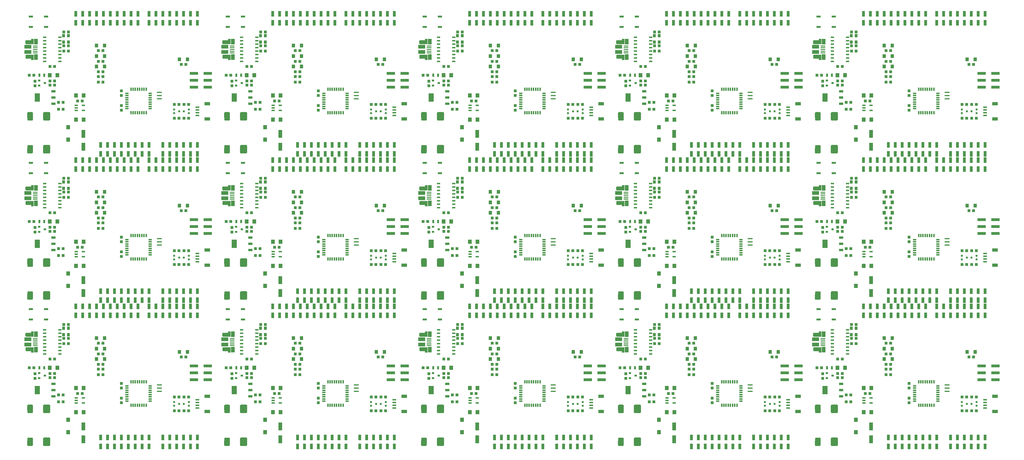
<source format=gtp>
G75*
%MOIN*%
%OFA0B0*%
%FSLAX25Y25*%
%IPPOS*%
%LPD*%
%AMOC8*
5,1,8,0,0,1.08239X$1,22.5*
%
%ADD10R,0.03937X0.04331*%
%ADD11R,0.04331X0.03937*%
%ADD12R,0.05512X0.06299*%
%ADD13R,0.05512X0.11811*%
%ADD14R,0.03543X0.03150*%
%ADD15R,0.06000X0.03200*%
%ADD16R,0.07500X0.12300*%
%ADD17R,0.03937X0.07874*%
%ADD18C,0.01772*%
%ADD19R,0.12480X0.03937*%
%ADD20R,0.04724X0.05512*%
%ADD21R,0.06000X0.03000*%
%ADD22R,0.05787X0.06000*%
%ADD23R,0.03150X0.04724*%
%ADD24C,0.02362*%
%ADD25C,0.00500*%
%ADD26R,0.02756X0.02756*%
%ADD27R,0.05000X0.02200*%
%ADD28R,0.02200X0.05000*%
%ADD29R,0.04724X0.02165*%
%ADD30R,0.04724X0.02362*%
%ADD31R,0.04331X0.04724*%
%ADD32R,0.05748X0.07874*%
%ADD33R,0.09843X0.05610*%
%ADD34C,0.03937*%
%ADD35C,0.04331*%
%ADD36C,0.00197*%
%ADD37R,0.07874X0.04724*%
%ADD38R,0.05315X0.02362*%
D10*
X0181750Y0095154D03*
X0181750Y0101846D03*
X0181750Y0116374D03*
X0181750Y0123067D03*
X0056750Y0130654D03*
X0056750Y0137346D03*
X0341750Y0137346D03*
X0341750Y0130654D03*
X0466750Y0123067D03*
X0466750Y0116374D03*
X0466750Y0101846D03*
X0466750Y0095154D03*
X0626750Y0130654D03*
X0626750Y0137346D03*
X0751750Y0123067D03*
X0751750Y0116374D03*
X0751750Y0101846D03*
X0751750Y0095154D03*
X0911750Y0130654D03*
X0911750Y0137346D03*
X1036750Y0123067D03*
X1036750Y0116374D03*
X1036750Y0101846D03*
X1036750Y0095154D03*
X1196750Y0130654D03*
X1196750Y0137346D03*
X1321750Y0123067D03*
X1321750Y0116374D03*
X1321750Y0101846D03*
X1321750Y0095154D03*
X1321750Y0307154D03*
X1321750Y0313846D03*
X1321750Y0328374D03*
X1321750Y0335067D03*
X1196750Y0342654D03*
X1196750Y0349346D03*
X1036750Y0335067D03*
X1036750Y0328374D03*
X1036750Y0313846D03*
X1036750Y0307154D03*
X0911750Y0342654D03*
X0911750Y0349346D03*
X0751750Y0335067D03*
X0751750Y0328374D03*
X0751750Y0313846D03*
X0751750Y0307154D03*
X0626750Y0342654D03*
X0626750Y0349346D03*
X0466750Y0335067D03*
X0466750Y0328374D03*
X0466750Y0313846D03*
X0466750Y0307154D03*
X0341750Y0342654D03*
X0341750Y0349346D03*
X0181750Y0335067D03*
X0181750Y0328374D03*
X0181750Y0313846D03*
X0181750Y0307154D03*
X0056750Y0342654D03*
X0056750Y0349346D03*
X0181750Y0519154D03*
X0181750Y0525846D03*
X0181750Y0540374D03*
X0181750Y0547067D03*
X0056750Y0554654D03*
X0056750Y0561346D03*
X0341750Y0561346D03*
X0341750Y0554654D03*
X0466750Y0547067D03*
X0466750Y0540374D03*
X0466750Y0525846D03*
X0466750Y0519154D03*
X0626750Y0554654D03*
X0626750Y0561346D03*
X0751750Y0547067D03*
X0751750Y0540374D03*
X0751750Y0525846D03*
X0751750Y0519154D03*
X0911750Y0554654D03*
X0911750Y0561346D03*
X1036750Y0547067D03*
X1036750Y0540374D03*
X1036750Y0525846D03*
X1036750Y0519154D03*
X1196750Y0554654D03*
X1196750Y0561346D03*
X1321750Y0547067D03*
X1321750Y0540374D03*
X1321750Y0525846D03*
X1321750Y0519154D03*
D11*
X1265096Y0532500D03*
X1258404Y0532500D03*
X1237596Y0530500D03*
X1230904Y0530500D03*
X1230904Y0520500D03*
X1237596Y0520500D03*
X1225096Y0555500D03*
X1225096Y0561500D03*
X1218404Y0561500D03*
X1218404Y0555500D03*
X1195096Y0570000D03*
X1188404Y0570000D03*
X1218404Y0582500D03*
X1225096Y0582500D03*
X1238404Y0605000D03*
X1245096Y0605000D03*
X1245096Y0612500D03*
X1238404Y0612500D03*
X1238404Y0632500D03*
X1245096Y0632500D03*
X1288404Y0605500D03*
X1295096Y0605500D03*
X1295096Y0590000D03*
X1288404Y0590000D03*
X1288404Y0575000D03*
X1295096Y0575000D03*
X1295096Y0568000D03*
X1288404Y0568000D03*
X1288404Y0560000D03*
X1295096Y0560000D03*
X1398404Y0527500D03*
X1405096Y0527500D03*
X1412404Y0527500D03*
X1419096Y0527500D03*
X1419096Y0507500D03*
X1412404Y0507500D03*
X1405096Y0507500D03*
X1398404Y0507500D03*
X1408404Y0585500D03*
X1415096Y0585500D03*
X1134096Y0527500D03*
X1127404Y0527500D03*
X1120096Y0527500D03*
X1113404Y0527500D03*
X1113404Y0507500D03*
X1120096Y0507500D03*
X1127404Y0507500D03*
X1134096Y0507500D03*
X1010096Y0560000D03*
X1003404Y0560000D03*
X1003404Y0568000D03*
X1010096Y0568000D03*
X1010096Y0575000D03*
X1003404Y0575000D03*
X1003404Y0590000D03*
X1010096Y0590000D03*
X1010096Y0605500D03*
X1003404Y0605500D03*
X0960096Y0605000D03*
X0953404Y0605000D03*
X0953404Y0612500D03*
X0960096Y0612500D03*
X0960096Y0632500D03*
X0953404Y0632500D03*
X0940096Y0582500D03*
X0933404Y0582500D03*
X0910096Y0570000D03*
X0903404Y0570000D03*
X0933404Y0561500D03*
X0933404Y0555500D03*
X0940096Y0555500D03*
X0940096Y0561500D03*
X0973404Y0532500D03*
X0980096Y0532500D03*
X0952596Y0530500D03*
X0945904Y0530500D03*
X0945904Y0520500D03*
X0952596Y0520500D03*
X0849096Y0527500D03*
X0842404Y0527500D03*
X0835096Y0527500D03*
X0828404Y0527500D03*
X0828404Y0507500D03*
X0835096Y0507500D03*
X0842404Y0507500D03*
X0849096Y0507500D03*
X0725096Y0560000D03*
X0718404Y0560000D03*
X0718404Y0568000D03*
X0725096Y0568000D03*
X0725096Y0575000D03*
X0718404Y0575000D03*
X0718404Y0590000D03*
X0725096Y0590000D03*
X0725096Y0605500D03*
X0718404Y0605500D03*
X0675096Y0605000D03*
X0668404Y0605000D03*
X0668404Y0612500D03*
X0675096Y0612500D03*
X0675096Y0632500D03*
X0668404Y0632500D03*
X0655096Y0582500D03*
X0648404Y0582500D03*
X0625096Y0570000D03*
X0618404Y0570000D03*
X0648404Y0561500D03*
X0648404Y0555500D03*
X0655096Y0555500D03*
X0655096Y0561500D03*
X0688404Y0532500D03*
X0695096Y0532500D03*
X0667596Y0530500D03*
X0660904Y0530500D03*
X0660904Y0520500D03*
X0667596Y0520500D03*
X0564096Y0527500D03*
X0557404Y0527500D03*
X0550096Y0527500D03*
X0543404Y0527500D03*
X0543404Y0507500D03*
X0550096Y0507500D03*
X0557404Y0507500D03*
X0564096Y0507500D03*
X0440096Y0560000D03*
X0433404Y0560000D03*
X0433404Y0568000D03*
X0440096Y0568000D03*
X0440096Y0575000D03*
X0433404Y0575000D03*
X0433404Y0590000D03*
X0440096Y0590000D03*
X0440096Y0605500D03*
X0433404Y0605500D03*
X0390096Y0605000D03*
X0383404Y0605000D03*
X0383404Y0612500D03*
X0390096Y0612500D03*
X0390096Y0632500D03*
X0383404Y0632500D03*
X0370096Y0582500D03*
X0363404Y0582500D03*
X0340096Y0570000D03*
X0333404Y0570000D03*
X0363404Y0561500D03*
X0363404Y0555500D03*
X0370096Y0555500D03*
X0370096Y0561500D03*
X0403404Y0532500D03*
X0410096Y0532500D03*
X0382596Y0530500D03*
X0375904Y0530500D03*
X0375904Y0520500D03*
X0382596Y0520500D03*
X0279096Y0527500D03*
X0272404Y0527500D03*
X0265096Y0527500D03*
X0258404Y0527500D03*
X0258404Y0507500D03*
X0265096Y0507500D03*
X0272404Y0507500D03*
X0279096Y0507500D03*
X0155096Y0560000D03*
X0148404Y0560000D03*
X0148404Y0568000D03*
X0155096Y0568000D03*
X0155096Y0575000D03*
X0148404Y0575000D03*
X0148404Y0590000D03*
X0155096Y0590000D03*
X0155096Y0605500D03*
X0148404Y0605500D03*
X0105096Y0605000D03*
X0098404Y0605000D03*
X0098404Y0612500D03*
X0105096Y0612500D03*
X0105096Y0632500D03*
X0098404Y0632500D03*
X0085096Y0582500D03*
X0078404Y0582500D03*
X0055096Y0570000D03*
X0048404Y0570000D03*
X0078404Y0561500D03*
X0078404Y0555500D03*
X0085096Y0555500D03*
X0085096Y0561500D03*
X0118404Y0532500D03*
X0125096Y0532500D03*
X0097596Y0530500D03*
X0090904Y0530500D03*
X0090904Y0520500D03*
X0097596Y0520500D03*
X0268404Y0585500D03*
X0275096Y0585500D03*
X0553404Y0585500D03*
X0560096Y0585500D03*
X0838404Y0585500D03*
X0845096Y0585500D03*
X1123404Y0585500D03*
X1130096Y0585500D03*
X1238404Y0420500D03*
X1245096Y0420500D03*
X1245096Y0400500D03*
X1238404Y0400500D03*
X1238404Y0393000D03*
X1245096Y0393000D03*
X1288404Y0393500D03*
X1295096Y0393500D03*
X1295096Y0378000D03*
X1288404Y0378000D03*
X1288404Y0363000D03*
X1295096Y0363000D03*
X1295096Y0356000D03*
X1288404Y0356000D03*
X1288404Y0348000D03*
X1295096Y0348000D03*
X1265096Y0320500D03*
X1258404Y0320500D03*
X1237596Y0318500D03*
X1230904Y0318500D03*
X1230904Y0308500D03*
X1237596Y0308500D03*
X1225096Y0343500D03*
X1225096Y0349500D03*
X1218404Y0349500D03*
X1218404Y0343500D03*
X1195096Y0358000D03*
X1188404Y0358000D03*
X1218404Y0370500D03*
X1225096Y0370500D03*
X1130096Y0373500D03*
X1123404Y0373500D03*
X1010096Y0378000D03*
X1003404Y0378000D03*
X1003404Y0363000D03*
X1010096Y0363000D03*
X1010096Y0356000D03*
X1003404Y0356000D03*
X1003404Y0348000D03*
X1010096Y0348000D03*
X0980096Y0320500D03*
X0973404Y0320500D03*
X0952596Y0318500D03*
X0945904Y0318500D03*
X0945904Y0308500D03*
X0952596Y0308500D03*
X0940096Y0343500D03*
X0940096Y0349500D03*
X0933404Y0349500D03*
X0933404Y0343500D03*
X0910096Y0358000D03*
X0903404Y0358000D03*
X0933404Y0370500D03*
X0940096Y0370500D03*
X0953404Y0393000D03*
X0960096Y0393000D03*
X0960096Y0400500D03*
X0953404Y0400500D03*
X0953404Y0420500D03*
X0960096Y0420500D03*
X1003404Y0393500D03*
X1010096Y0393500D03*
X1113404Y0315500D03*
X1120096Y0315500D03*
X1127404Y0315500D03*
X1134096Y0315500D03*
X1134096Y0295500D03*
X1127404Y0295500D03*
X1120096Y0295500D03*
X1113404Y0295500D03*
X1238404Y0208500D03*
X1245096Y0208500D03*
X1245096Y0188500D03*
X1238404Y0188500D03*
X1238404Y0181000D03*
X1245096Y0181000D03*
X1288404Y0181500D03*
X1295096Y0181500D03*
X1295096Y0166000D03*
X1288404Y0166000D03*
X1288404Y0151000D03*
X1295096Y0151000D03*
X1295096Y0144000D03*
X1288404Y0144000D03*
X1288404Y0136000D03*
X1295096Y0136000D03*
X1265096Y0108500D03*
X1258404Y0108500D03*
X1237596Y0106500D03*
X1230904Y0106500D03*
X1230904Y0096500D03*
X1237596Y0096500D03*
X1225096Y0131500D03*
X1225096Y0137500D03*
X1218404Y0137500D03*
X1218404Y0131500D03*
X1195096Y0146000D03*
X1188404Y0146000D03*
X1218404Y0158500D03*
X1225096Y0158500D03*
X1130096Y0161500D03*
X1123404Y0161500D03*
X1010096Y0166000D03*
X1003404Y0166000D03*
X1003404Y0181500D03*
X1010096Y0181500D03*
X0960096Y0181000D03*
X0953404Y0181000D03*
X0953404Y0188500D03*
X0960096Y0188500D03*
X0960096Y0208500D03*
X0953404Y0208500D03*
X0845096Y0161500D03*
X0838404Y0161500D03*
X0903404Y0146000D03*
X0910096Y0146000D03*
X0933404Y0137500D03*
X0933404Y0131500D03*
X0940096Y0131500D03*
X0940096Y0137500D03*
X0940096Y0158500D03*
X0933404Y0158500D03*
X1003404Y0151000D03*
X1010096Y0151000D03*
X1010096Y0144000D03*
X1003404Y0144000D03*
X1003404Y0136000D03*
X1010096Y0136000D03*
X0980096Y0108500D03*
X0973404Y0108500D03*
X0952596Y0106500D03*
X0945904Y0106500D03*
X0945904Y0096500D03*
X0952596Y0096500D03*
X0849096Y0103500D03*
X0842404Y0103500D03*
X0835096Y0103500D03*
X0828404Y0103500D03*
X0828404Y0083500D03*
X0835096Y0083500D03*
X0842404Y0083500D03*
X0849096Y0083500D03*
X0725096Y0136000D03*
X0718404Y0136000D03*
X0718404Y0144000D03*
X0725096Y0144000D03*
X0725096Y0151000D03*
X0718404Y0151000D03*
X0718404Y0166000D03*
X0725096Y0166000D03*
X0725096Y0181500D03*
X0718404Y0181500D03*
X0675096Y0181000D03*
X0668404Y0181000D03*
X0668404Y0188500D03*
X0675096Y0188500D03*
X0675096Y0208500D03*
X0668404Y0208500D03*
X0560096Y0161500D03*
X0553404Y0161500D03*
X0618404Y0146000D03*
X0625096Y0146000D03*
X0648404Y0137500D03*
X0648404Y0131500D03*
X0655096Y0131500D03*
X0655096Y0137500D03*
X0655096Y0158500D03*
X0648404Y0158500D03*
X0660904Y0106500D03*
X0667596Y0106500D03*
X0688404Y0108500D03*
X0695096Y0108500D03*
X0667596Y0096500D03*
X0660904Y0096500D03*
X0564096Y0103500D03*
X0557404Y0103500D03*
X0550096Y0103500D03*
X0543404Y0103500D03*
X0543404Y0083500D03*
X0550096Y0083500D03*
X0557404Y0083500D03*
X0564096Y0083500D03*
X0440096Y0136000D03*
X0433404Y0136000D03*
X0433404Y0144000D03*
X0440096Y0144000D03*
X0440096Y0151000D03*
X0433404Y0151000D03*
X0433404Y0166000D03*
X0440096Y0166000D03*
X0440096Y0181500D03*
X0433404Y0181500D03*
X0390096Y0181000D03*
X0383404Y0181000D03*
X0383404Y0188500D03*
X0390096Y0188500D03*
X0390096Y0208500D03*
X0383404Y0208500D03*
X0275096Y0161500D03*
X0268404Y0161500D03*
X0333404Y0146000D03*
X0340096Y0146000D03*
X0363404Y0137500D03*
X0363404Y0131500D03*
X0370096Y0131500D03*
X0370096Y0137500D03*
X0370096Y0158500D03*
X0363404Y0158500D03*
X0375904Y0106500D03*
X0382596Y0106500D03*
X0403404Y0108500D03*
X0410096Y0108500D03*
X0382596Y0096500D03*
X0375904Y0096500D03*
X0279096Y0103500D03*
X0272404Y0103500D03*
X0265096Y0103500D03*
X0258404Y0103500D03*
X0258404Y0083500D03*
X0265096Y0083500D03*
X0272404Y0083500D03*
X0279096Y0083500D03*
X0155096Y0136000D03*
X0148404Y0136000D03*
X0148404Y0144000D03*
X0155096Y0144000D03*
X0155096Y0151000D03*
X0148404Y0151000D03*
X0148404Y0166000D03*
X0155096Y0166000D03*
X0155096Y0181500D03*
X0148404Y0181500D03*
X0105096Y0181000D03*
X0098404Y0181000D03*
X0098404Y0188500D03*
X0105096Y0188500D03*
X0105096Y0208500D03*
X0098404Y0208500D03*
X0085096Y0158500D03*
X0078404Y0158500D03*
X0055096Y0146000D03*
X0048404Y0146000D03*
X0078404Y0137500D03*
X0078404Y0131500D03*
X0085096Y0131500D03*
X0085096Y0137500D03*
X0090904Y0106500D03*
X0097596Y0106500D03*
X0118404Y0108500D03*
X0125096Y0108500D03*
X0097596Y0096500D03*
X0090904Y0096500D03*
X0258404Y0295500D03*
X0265096Y0295500D03*
X0272404Y0295500D03*
X0279096Y0295500D03*
X0279096Y0315500D03*
X0272404Y0315500D03*
X0265096Y0315500D03*
X0258404Y0315500D03*
X0333404Y0358000D03*
X0340096Y0358000D03*
X0363404Y0349500D03*
X0363404Y0343500D03*
X0370096Y0343500D03*
X0370096Y0349500D03*
X0370096Y0370500D03*
X0363404Y0370500D03*
X0383404Y0393000D03*
X0390096Y0393000D03*
X0390096Y0400500D03*
X0383404Y0400500D03*
X0383404Y0420500D03*
X0390096Y0420500D03*
X0433404Y0393500D03*
X0440096Y0393500D03*
X0440096Y0378000D03*
X0433404Y0378000D03*
X0433404Y0363000D03*
X0440096Y0363000D03*
X0440096Y0356000D03*
X0433404Y0356000D03*
X0433404Y0348000D03*
X0440096Y0348000D03*
X0410096Y0320500D03*
X0403404Y0320500D03*
X0382596Y0318500D03*
X0375904Y0318500D03*
X0375904Y0308500D03*
X0382596Y0308500D03*
X0275096Y0373500D03*
X0268404Y0373500D03*
X0155096Y0378000D03*
X0148404Y0378000D03*
X0148404Y0363000D03*
X0155096Y0363000D03*
X0155096Y0356000D03*
X0148404Y0356000D03*
X0148404Y0348000D03*
X0155096Y0348000D03*
X0125096Y0320500D03*
X0118404Y0320500D03*
X0097596Y0318500D03*
X0090904Y0318500D03*
X0090904Y0308500D03*
X0097596Y0308500D03*
X0085096Y0343500D03*
X0085096Y0349500D03*
X0078404Y0349500D03*
X0078404Y0343500D03*
X0055096Y0358000D03*
X0048404Y0358000D03*
X0078404Y0370500D03*
X0085096Y0370500D03*
X0098404Y0393000D03*
X0105096Y0393000D03*
X0105096Y0400500D03*
X0098404Y0400500D03*
X0098404Y0420500D03*
X0105096Y0420500D03*
X0148404Y0393500D03*
X0155096Y0393500D03*
X0543404Y0315500D03*
X0550096Y0315500D03*
X0557404Y0315500D03*
X0564096Y0315500D03*
X0564096Y0295500D03*
X0557404Y0295500D03*
X0550096Y0295500D03*
X0543404Y0295500D03*
X0648404Y0343500D03*
X0648404Y0349500D03*
X0655096Y0349500D03*
X0655096Y0343500D03*
X0625096Y0358000D03*
X0618404Y0358000D03*
X0648404Y0370500D03*
X0655096Y0370500D03*
X0668404Y0393000D03*
X0675096Y0393000D03*
X0675096Y0400500D03*
X0668404Y0400500D03*
X0668404Y0420500D03*
X0675096Y0420500D03*
X0718404Y0393500D03*
X0725096Y0393500D03*
X0725096Y0378000D03*
X0718404Y0378000D03*
X0718404Y0363000D03*
X0725096Y0363000D03*
X0725096Y0356000D03*
X0718404Y0356000D03*
X0718404Y0348000D03*
X0725096Y0348000D03*
X0695096Y0320500D03*
X0688404Y0320500D03*
X0667596Y0318500D03*
X0660904Y0318500D03*
X0660904Y0308500D03*
X0667596Y0308500D03*
X0560096Y0373500D03*
X0553404Y0373500D03*
X0828404Y0315500D03*
X0835096Y0315500D03*
X0842404Y0315500D03*
X0849096Y0315500D03*
X0849096Y0295500D03*
X0842404Y0295500D03*
X0835096Y0295500D03*
X0828404Y0295500D03*
X0838404Y0373500D03*
X0845096Y0373500D03*
X1398404Y0315500D03*
X1405096Y0315500D03*
X1412404Y0315500D03*
X1419096Y0315500D03*
X1419096Y0295500D03*
X1412404Y0295500D03*
X1405096Y0295500D03*
X1398404Y0295500D03*
X1408404Y0373500D03*
X1415096Y0373500D03*
X1415096Y0161500D03*
X1408404Y0161500D03*
X1405096Y0103500D03*
X1398404Y0103500D03*
X1412404Y0103500D03*
X1419096Y0103500D03*
X1419096Y0083500D03*
X1412404Y0083500D03*
X1405096Y0083500D03*
X1398404Y0083500D03*
X1134096Y0083500D03*
X1127404Y0083500D03*
X1120096Y0083500D03*
X1113404Y0083500D03*
X1113404Y0103500D03*
X1120096Y0103500D03*
X1127404Y0103500D03*
X1134096Y0103500D03*
D12*
X1218238Y0146000D03*
X1229262Y0146000D03*
X1256238Y0116500D03*
X1267262Y0116500D03*
X1267262Y0081500D03*
X1256238Y0081500D03*
X0982262Y0081500D03*
X0971238Y0081500D03*
X0971238Y0116500D03*
X0982262Y0116500D03*
X0944262Y0146000D03*
X0933238Y0146000D03*
X0697262Y0116500D03*
X0686238Y0116500D03*
X0686238Y0081500D03*
X0697262Y0081500D03*
X0659262Y0146000D03*
X0648238Y0146000D03*
X0412262Y0116500D03*
X0401238Y0116500D03*
X0401238Y0081500D03*
X0412262Y0081500D03*
X0374262Y0146000D03*
X0363238Y0146000D03*
X0127262Y0116500D03*
X0116238Y0116500D03*
X0116238Y0081500D03*
X0127262Y0081500D03*
X0089262Y0146000D03*
X0078238Y0146000D03*
X0116238Y0293500D03*
X0127262Y0293500D03*
X0127262Y0328500D03*
X0116238Y0328500D03*
X0089262Y0358000D03*
X0078238Y0358000D03*
X0363238Y0358000D03*
X0374262Y0358000D03*
X0401238Y0328500D03*
X0412262Y0328500D03*
X0412262Y0293500D03*
X0401238Y0293500D03*
X0648238Y0358000D03*
X0659262Y0358000D03*
X0686238Y0328500D03*
X0697262Y0328500D03*
X0697262Y0293500D03*
X0686238Y0293500D03*
X0933238Y0358000D03*
X0944262Y0358000D03*
X0971238Y0328500D03*
X0982262Y0328500D03*
X0982262Y0293500D03*
X0971238Y0293500D03*
X1218238Y0358000D03*
X1229262Y0358000D03*
X1256238Y0328500D03*
X1267262Y0328500D03*
X1267262Y0293500D03*
X1256238Y0293500D03*
X1256238Y0505500D03*
X1267262Y0505500D03*
X1267262Y0540500D03*
X1256238Y0540500D03*
X1229262Y0570000D03*
X1218238Y0570000D03*
X0982262Y0540500D03*
X0971238Y0540500D03*
X0944262Y0570000D03*
X0933238Y0570000D03*
X0971238Y0505500D03*
X0982262Y0505500D03*
X0697262Y0505500D03*
X0686238Y0505500D03*
X0686238Y0540500D03*
X0697262Y0540500D03*
X0659262Y0570000D03*
X0648238Y0570000D03*
X0412262Y0540500D03*
X0401238Y0540500D03*
X0374262Y0570000D03*
X0363238Y0570000D03*
X0401238Y0505500D03*
X0412262Y0505500D03*
X0127262Y0505500D03*
X0116238Y0505500D03*
X0116238Y0540500D03*
X0127262Y0540500D03*
X0089262Y0570000D03*
X0078238Y0570000D03*
D13*
X0126750Y0484949D03*
X0126750Y0466051D03*
X0411750Y0466051D03*
X0411750Y0484949D03*
X0696750Y0484949D03*
X0696750Y0466051D03*
X0981750Y0466051D03*
X0981750Y0484949D03*
X1266750Y0484949D03*
X1266750Y0466051D03*
X1266750Y0272949D03*
X1266750Y0254051D03*
X0981750Y0254051D03*
X0981750Y0272949D03*
X0696750Y0272949D03*
X0696750Y0254051D03*
X0411750Y0254051D03*
X0411750Y0272949D03*
X0126750Y0272949D03*
X0126750Y0254051D03*
X0126750Y0060949D03*
X0126750Y0042051D03*
X0411750Y0042051D03*
X0411750Y0060949D03*
X0696750Y0060949D03*
X0696750Y0042051D03*
X0981750Y0042051D03*
X0981750Y0060949D03*
X1266750Y0060949D03*
X1266750Y0042051D03*
D14*
X1202813Y0130760D03*
X1211081Y0134500D03*
X1202813Y0138240D03*
X0926081Y0134500D03*
X0917813Y0130760D03*
X0917813Y0138240D03*
X0641081Y0134500D03*
X0632813Y0130760D03*
X0632813Y0138240D03*
X0356081Y0134500D03*
X0347813Y0130760D03*
X0347813Y0138240D03*
X0071081Y0134500D03*
X0062813Y0130760D03*
X0062813Y0138240D03*
X0062813Y0342760D03*
X0062813Y0350240D03*
X0071081Y0346500D03*
X0347813Y0342760D03*
X0347813Y0350240D03*
X0356081Y0346500D03*
X0632813Y0342760D03*
X0632813Y0350240D03*
X0641081Y0346500D03*
X0917813Y0342760D03*
X0917813Y0350240D03*
X0926081Y0346500D03*
X1202813Y0342760D03*
X1202813Y0350240D03*
X1211081Y0346500D03*
X1202813Y0554760D03*
X1202813Y0562240D03*
X1211081Y0558500D03*
X0926081Y0558500D03*
X0917813Y0554760D03*
X0917813Y0562240D03*
X0641081Y0558500D03*
X0632813Y0554760D03*
X0632813Y0562240D03*
X0356081Y0558500D03*
X0347813Y0554760D03*
X0347813Y0562240D03*
X0071081Y0558500D03*
X0062813Y0562240D03*
X0062813Y0554760D03*
D15*
X0083640Y0546510D03*
X0083640Y0537500D03*
X0083640Y0528560D03*
X0368640Y0528560D03*
X0368640Y0537500D03*
X0368640Y0546510D03*
X0653640Y0546510D03*
X0653640Y0537500D03*
X0653640Y0528560D03*
X0938640Y0528560D03*
X0938640Y0537500D03*
X0938640Y0546510D03*
X1223640Y0546510D03*
X1223640Y0537500D03*
X1223640Y0528560D03*
X1223640Y0334510D03*
X1223640Y0325500D03*
X1223640Y0316560D03*
X0938640Y0316560D03*
X0938640Y0325500D03*
X0938640Y0334510D03*
X0653640Y0334510D03*
X0653640Y0325500D03*
X0653640Y0316560D03*
X0368640Y0316560D03*
X0368640Y0325500D03*
X0368640Y0334510D03*
X0083640Y0334510D03*
X0083640Y0325500D03*
X0083640Y0316560D03*
X0083640Y0122510D03*
X0083640Y0113500D03*
X0083640Y0104560D03*
X0368640Y0104560D03*
X0368640Y0113500D03*
X0368640Y0122510D03*
X0653640Y0122510D03*
X0653640Y0113500D03*
X0653640Y0104560D03*
X0938640Y0104560D03*
X0938640Y0113500D03*
X0938640Y0122510D03*
X1223640Y0122510D03*
X1223640Y0113500D03*
X1223640Y0104560D03*
D16*
X1200250Y0113500D03*
X0915250Y0113500D03*
X0630250Y0113500D03*
X0345250Y0113500D03*
X0060250Y0113500D03*
X0060250Y0325500D03*
X0345250Y0325500D03*
X0630250Y0325500D03*
X0915250Y0325500D03*
X1200250Y0325500D03*
X1200250Y0537500D03*
X0915250Y0537500D03*
X0630250Y0537500D03*
X0345250Y0537500D03*
X0060250Y0537500D03*
D17*
X0151750Y0468996D03*
X0161750Y0468996D03*
X0171750Y0468996D03*
X0181750Y0468996D03*
X0191750Y0468996D03*
X0201750Y0468996D03*
X0211750Y0468996D03*
X0221750Y0468996D03*
X0241750Y0468996D03*
X0251750Y0468996D03*
X0261750Y0468996D03*
X0271750Y0468996D03*
X0281750Y0468996D03*
X0291750Y0468996D03*
X0291750Y0456004D03*
X0291750Y0446996D03*
X0281750Y0446996D03*
X0281750Y0456004D03*
X0271750Y0456004D03*
X0271750Y0446996D03*
X0261750Y0446996D03*
X0261750Y0456004D03*
X0251750Y0456004D03*
X0251750Y0446996D03*
X0241750Y0446996D03*
X0241750Y0456004D03*
X0231750Y0446996D03*
X0221750Y0446996D03*
X0221750Y0456004D03*
X0211750Y0456004D03*
X0201750Y0456004D03*
X0205750Y0446996D03*
X0195750Y0446996D03*
X0191750Y0456004D03*
X0181750Y0456004D03*
X0185750Y0446996D03*
X0175750Y0446996D03*
X0171750Y0456004D03*
X0161750Y0456004D03*
X0165750Y0446996D03*
X0155750Y0446996D03*
X0151750Y0456004D03*
X0145750Y0446996D03*
X0135750Y0446996D03*
X0125750Y0446996D03*
X0115750Y0446996D03*
X0115750Y0434004D03*
X0125750Y0434004D03*
X0135750Y0434004D03*
X0145750Y0434004D03*
X0155750Y0434004D03*
X0165750Y0434004D03*
X0175750Y0434004D03*
X0185750Y0434004D03*
X0195750Y0434004D03*
X0205750Y0434004D03*
X0221750Y0434004D03*
X0231750Y0434004D03*
X0241750Y0434004D03*
X0251750Y0434004D03*
X0261750Y0434004D03*
X0271750Y0434004D03*
X0281750Y0434004D03*
X0291750Y0434004D03*
X0400750Y0434004D03*
X0410750Y0434004D03*
X0420750Y0434004D03*
X0430750Y0434004D03*
X0440750Y0434004D03*
X0450750Y0434004D03*
X0460750Y0434004D03*
X0470750Y0434004D03*
X0480750Y0434004D03*
X0490750Y0434004D03*
X0506750Y0434004D03*
X0516750Y0434004D03*
X0526750Y0434004D03*
X0536750Y0434004D03*
X0546750Y0434004D03*
X0556750Y0434004D03*
X0566750Y0434004D03*
X0576750Y0434004D03*
X0576750Y0446996D03*
X0576750Y0456004D03*
X0566750Y0456004D03*
X0566750Y0446996D03*
X0556750Y0446996D03*
X0556750Y0456004D03*
X0546750Y0456004D03*
X0546750Y0446996D03*
X0536750Y0446996D03*
X0536750Y0456004D03*
X0526750Y0456004D03*
X0526750Y0446996D03*
X0516750Y0446996D03*
X0506750Y0446996D03*
X0506750Y0456004D03*
X0496750Y0456004D03*
X0486750Y0456004D03*
X0490750Y0446996D03*
X0480750Y0446996D03*
X0476750Y0456004D03*
X0466750Y0456004D03*
X0470750Y0446996D03*
X0460750Y0446996D03*
X0456750Y0456004D03*
X0446750Y0456004D03*
X0450750Y0446996D03*
X0440750Y0446996D03*
X0436750Y0456004D03*
X0430750Y0446996D03*
X0420750Y0446996D03*
X0410750Y0446996D03*
X0400750Y0446996D03*
X0436750Y0468996D03*
X0446750Y0468996D03*
X0456750Y0468996D03*
X0466750Y0468996D03*
X0476750Y0468996D03*
X0486750Y0468996D03*
X0496750Y0468996D03*
X0506750Y0468996D03*
X0526750Y0468996D03*
X0536750Y0468996D03*
X0546750Y0468996D03*
X0556750Y0468996D03*
X0566750Y0468996D03*
X0576750Y0468996D03*
X0685750Y0446996D03*
X0695750Y0446996D03*
X0705750Y0446996D03*
X0715750Y0446996D03*
X0725750Y0446996D03*
X0721750Y0456004D03*
X0731750Y0456004D03*
X0735750Y0446996D03*
X0745750Y0446996D03*
X0741750Y0456004D03*
X0751750Y0456004D03*
X0755750Y0446996D03*
X0765750Y0446996D03*
X0761750Y0456004D03*
X0771750Y0456004D03*
X0775750Y0446996D03*
X0781750Y0456004D03*
X0791750Y0456004D03*
X0791750Y0446996D03*
X0801750Y0446996D03*
X0811750Y0446996D03*
X0811750Y0456004D03*
X0821750Y0456004D03*
X0821750Y0446996D03*
X0831750Y0446996D03*
X0831750Y0456004D03*
X0841750Y0456004D03*
X0841750Y0446996D03*
X0851750Y0446996D03*
X0851750Y0456004D03*
X0861750Y0456004D03*
X0861750Y0446996D03*
X0861750Y0434004D03*
X0851750Y0434004D03*
X0841750Y0434004D03*
X0831750Y0434004D03*
X0821750Y0434004D03*
X0811750Y0434004D03*
X0801750Y0434004D03*
X0791750Y0434004D03*
X0775750Y0434004D03*
X0765750Y0434004D03*
X0755750Y0434004D03*
X0745750Y0434004D03*
X0735750Y0434004D03*
X0725750Y0434004D03*
X0715750Y0434004D03*
X0705750Y0434004D03*
X0695750Y0434004D03*
X0685750Y0434004D03*
X0721750Y0468996D03*
X0731750Y0468996D03*
X0741750Y0468996D03*
X0751750Y0468996D03*
X0761750Y0468996D03*
X0771750Y0468996D03*
X0781750Y0468996D03*
X0791750Y0468996D03*
X0811750Y0468996D03*
X0821750Y0468996D03*
X0831750Y0468996D03*
X0841750Y0468996D03*
X0851750Y0468996D03*
X0861750Y0468996D03*
X0970750Y0446996D03*
X0980750Y0446996D03*
X0990750Y0446996D03*
X1000750Y0446996D03*
X1010750Y0446996D03*
X1006750Y0456004D03*
X1016750Y0456004D03*
X1020750Y0446996D03*
X1030750Y0446996D03*
X1026750Y0456004D03*
X1036750Y0456004D03*
X1040750Y0446996D03*
X1050750Y0446996D03*
X1046750Y0456004D03*
X1056750Y0456004D03*
X1060750Y0446996D03*
X1066750Y0456004D03*
X1076750Y0456004D03*
X1076750Y0446996D03*
X1086750Y0446996D03*
X1096750Y0446996D03*
X1096750Y0456004D03*
X1106750Y0456004D03*
X1106750Y0446996D03*
X1116750Y0446996D03*
X1116750Y0456004D03*
X1126750Y0456004D03*
X1126750Y0446996D03*
X1136750Y0446996D03*
X1136750Y0456004D03*
X1146750Y0456004D03*
X1146750Y0446996D03*
X1146750Y0434004D03*
X1136750Y0434004D03*
X1126750Y0434004D03*
X1116750Y0434004D03*
X1106750Y0434004D03*
X1096750Y0434004D03*
X1086750Y0434004D03*
X1076750Y0434004D03*
X1060750Y0434004D03*
X1050750Y0434004D03*
X1040750Y0434004D03*
X1030750Y0434004D03*
X1020750Y0434004D03*
X1010750Y0434004D03*
X1000750Y0434004D03*
X0990750Y0434004D03*
X0980750Y0434004D03*
X0970750Y0434004D03*
X1006750Y0468996D03*
X1016750Y0468996D03*
X1026750Y0468996D03*
X1036750Y0468996D03*
X1046750Y0468996D03*
X1056750Y0468996D03*
X1066750Y0468996D03*
X1076750Y0468996D03*
X1096750Y0468996D03*
X1106750Y0468996D03*
X1116750Y0468996D03*
X1126750Y0468996D03*
X1136750Y0468996D03*
X1146750Y0468996D03*
X1255750Y0446996D03*
X1265750Y0446996D03*
X1275750Y0446996D03*
X1285750Y0446996D03*
X1295750Y0446996D03*
X1291750Y0456004D03*
X1301750Y0456004D03*
X1305750Y0446996D03*
X1315750Y0446996D03*
X1311750Y0456004D03*
X1321750Y0456004D03*
X1325750Y0446996D03*
X1335750Y0446996D03*
X1331750Y0456004D03*
X1341750Y0456004D03*
X1345750Y0446996D03*
X1351750Y0456004D03*
X1361750Y0456004D03*
X1361750Y0446996D03*
X1371750Y0446996D03*
X1381750Y0446996D03*
X1381750Y0456004D03*
X1391750Y0456004D03*
X1391750Y0446996D03*
X1401750Y0446996D03*
X1401750Y0456004D03*
X1411750Y0456004D03*
X1411750Y0446996D03*
X1421750Y0446996D03*
X1421750Y0456004D03*
X1431750Y0456004D03*
X1431750Y0446996D03*
X1431750Y0434004D03*
X1421750Y0434004D03*
X1411750Y0434004D03*
X1401750Y0434004D03*
X1391750Y0434004D03*
X1381750Y0434004D03*
X1371750Y0434004D03*
X1361750Y0434004D03*
X1345750Y0434004D03*
X1335750Y0434004D03*
X1325750Y0434004D03*
X1315750Y0434004D03*
X1305750Y0434004D03*
X1295750Y0434004D03*
X1285750Y0434004D03*
X1275750Y0434004D03*
X1265750Y0434004D03*
X1255750Y0434004D03*
X1291750Y0468996D03*
X1301750Y0468996D03*
X1311750Y0468996D03*
X1321750Y0468996D03*
X1331750Y0468996D03*
X1341750Y0468996D03*
X1351750Y0468996D03*
X1361750Y0468996D03*
X1381750Y0468996D03*
X1391750Y0468996D03*
X1401750Y0468996D03*
X1411750Y0468996D03*
X1421750Y0468996D03*
X1431750Y0468996D03*
X1431750Y0646004D03*
X1421750Y0646004D03*
X1411750Y0646004D03*
X1401750Y0646004D03*
X1391750Y0646004D03*
X1381750Y0646004D03*
X1371750Y0646004D03*
X1361750Y0646004D03*
X1345750Y0646004D03*
X1335750Y0646004D03*
X1325750Y0646004D03*
X1315750Y0646004D03*
X1305750Y0646004D03*
X1295750Y0646004D03*
X1285750Y0646004D03*
X1275750Y0646004D03*
X1265750Y0646004D03*
X1255750Y0646004D03*
X1255750Y0658996D03*
X1265750Y0658996D03*
X1275750Y0658996D03*
X1285750Y0658996D03*
X1295750Y0658996D03*
X1305750Y0658996D03*
X1315750Y0658996D03*
X1325750Y0658996D03*
X1335750Y0658996D03*
X1345750Y0658996D03*
X1361750Y0658996D03*
X1371750Y0658996D03*
X1381750Y0658996D03*
X1391750Y0658996D03*
X1401750Y0658996D03*
X1411750Y0658996D03*
X1421750Y0658996D03*
X1431750Y0658996D03*
X1146750Y0658996D03*
X1136750Y0658996D03*
X1126750Y0658996D03*
X1116750Y0658996D03*
X1106750Y0658996D03*
X1096750Y0658996D03*
X1086750Y0658996D03*
X1076750Y0658996D03*
X1060750Y0658996D03*
X1050750Y0658996D03*
X1040750Y0658996D03*
X1030750Y0658996D03*
X1020750Y0658996D03*
X1010750Y0658996D03*
X1000750Y0658996D03*
X0990750Y0658996D03*
X0980750Y0658996D03*
X0970750Y0658996D03*
X0970750Y0646004D03*
X0980750Y0646004D03*
X0990750Y0646004D03*
X1000750Y0646004D03*
X1010750Y0646004D03*
X1020750Y0646004D03*
X1030750Y0646004D03*
X1040750Y0646004D03*
X1050750Y0646004D03*
X1060750Y0646004D03*
X1076750Y0646004D03*
X1086750Y0646004D03*
X1096750Y0646004D03*
X1106750Y0646004D03*
X1116750Y0646004D03*
X1126750Y0646004D03*
X1136750Y0646004D03*
X1146750Y0646004D03*
X0861750Y0646004D03*
X0851750Y0646004D03*
X0841750Y0646004D03*
X0831750Y0646004D03*
X0821750Y0646004D03*
X0811750Y0646004D03*
X0801750Y0646004D03*
X0791750Y0646004D03*
X0775750Y0646004D03*
X0765750Y0646004D03*
X0755750Y0646004D03*
X0745750Y0646004D03*
X0735750Y0646004D03*
X0725750Y0646004D03*
X0715750Y0646004D03*
X0705750Y0646004D03*
X0695750Y0646004D03*
X0685750Y0646004D03*
X0685750Y0658996D03*
X0695750Y0658996D03*
X0705750Y0658996D03*
X0715750Y0658996D03*
X0725750Y0658996D03*
X0735750Y0658996D03*
X0745750Y0658996D03*
X0755750Y0658996D03*
X0765750Y0658996D03*
X0775750Y0658996D03*
X0791750Y0658996D03*
X0801750Y0658996D03*
X0811750Y0658996D03*
X0821750Y0658996D03*
X0831750Y0658996D03*
X0841750Y0658996D03*
X0851750Y0658996D03*
X0861750Y0658996D03*
X0576750Y0658996D03*
X0566750Y0658996D03*
X0556750Y0658996D03*
X0546750Y0658996D03*
X0536750Y0658996D03*
X0526750Y0658996D03*
X0516750Y0658996D03*
X0506750Y0658996D03*
X0490750Y0658996D03*
X0480750Y0658996D03*
X0470750Y0658996D03*
X0460750Y0658996D03*
X0450750Y0658996D03*
X0440750Y0658996D03*
X0430750Y0658996D03*
X0420750Y0658996D03*
X0410750Y0658996D03*
X0400750Y0658996D03*
X0400750Y0646004D03*
X0410750Y0646004D03*
X0420750Y0646004D03*
X0430750Y0646004D03*
X0440750Y0646004D03*
X0450750Y0646004D03*
X0460750Y0646004D03*
X0470750Y0646004D03*
X0480750Y0646004D03*
X0490750Y0646004D03*
X0506750Y0646004D03*
X0516750Y0646004D03*
X0526750Y0646004D03*
X0536750Y0646004D03*
X0546750Y0646004D03*
X0556750Y0646004D03*
X0566750Y0646004D03*
X0576750Y0646004D03*
X0291750Y0646004D03*
X0281750Y0646004D03*
X0271750Y0646004D03*
X0261750Y0646004D03*
X0251750Y0646004D03*
X0241750Y0646004D03*
X0231750Y0646004D03*
X0221750Y0646004D03*
X0205750Y0646004D03*
X0195750Y0646004D03*
X0185750Y0646004D03*
X0175750Y0646004D03*
X0165750Y0646004D03*
X0155750Y0646004D03*
X0145750Y0646004D03*
X0135750Y0646004D03*
X0125750Y0646004D03*
X0115750Y0646004D03*
X0115750Y0658996D03*
X0125750Y0658996D03*
X0135750Y0658996D03*
X0145750Y0658996D03*
X0155750Y0658996D03*
X0165750Y0658996D03*
X0175750Y0658996D03*
X0185750Y0658996D03*
X0195750Y0658996D03*
X0205750Y0658996D03*
X0221750Y0658996D03*
X0231750Y0658996D03*
X0241750Y0658996D03*
X0251750Y0658996D03*
X0261750Y0658996D03*
X0271750Y0658996D03*
X0281750Y0658996D03*
X0291750Y0658996D03*
X0291750Y0256996D03*
X0281750Y0256996D03*
X0271750Y0256996D03*
X0261750Y0256996D03*
X0251750Y0256996D03*
X0241750Y0256996D03*
X0221750Y0256996D03*
X0211750Y0256996D03*
X0201750Y0256996D03*
X0191750Y0256996D03*
X0181750Y0256996D03*
X0171750Y0256996D03*
X0161750Y0256996D03*
X0151750Y0256996D03*
X0151750Y0244004D03*
X0155750Y0234996D03*
X0145750Y0234996D03*
X0135750Y0234996D03*
X0125750Y0234996D03*
X0115750Y0234996D03*
X0115750Y0222004D03*
X0125750Y0222004D03*
X0135750Y0222004D03*
X0145750Y0222004D03*
X0155750Y0222004D03*
X0165750Y0222004D03*
X0175750Y0222004D03*
X0185750Y0222004D03*
X0195750Y0222004D03*
X0205750Y0222004D03*
X0221750Y0222004D03*
X0231750Y0222004D03*
X0241750Y0222004D03*
X0251750Y0222004D03*
X0261750Y0222004D03*
X0271750Y0222004D03*
X0281750Y0222004D03*
X0291750Y0222004D03*
X0291750Y0234996D03*
X0291750Y0244004D03*
X0281750Y0244004D03*
X0281750Y0234996D03*
X0271750Y0234996D03*
X0271750Y0244004D03*
X0261750Y0244004D03*
X0261750Y0234996D03*
X0251750Y0234996D03*
X0251750Y0244004D03*
X0241750Y0244004D03*
X0241750Y0234996D03*
X0231750Y0234996D03*
X0221750Y0234996D03*
X0221750Y0244004D03*
X0211750Y0244004D03*
X0201750Y0244004D03*
X0205750Y0234996D03*
X0195750Y0234996D03*
X0191750Y0244004D03*
X0181750Y0244004D03*
X0185750Y0234996D03*
X0175750Y0234996D03*
X0171750Y0244004D03*
X0161750Y0244004D03*
X0165750Y0234996D03*
X0400750Y0234996D03*
X0410750Y0234996D03*
X0420750Y0234996D03*
X0430750Y0234996D03*
X0440750Y0234996D03*
X0436750Y0244004D03*
X0446750Y0244004D03*
X0450750Y0234996D03*
X0460750Y0234996D03*
X0456750Y0244004D03*
X0466750Y0244004D03*
X0470750Y0234996D03*
X0480750Y0234996D03*
X0476750Y0244004D03*
X0486750Y0244004D03*
X0490750Y0234996D03*
X0496750Y0244004D03*
X0506750Y0244004D03*
X0506750Y0234996D03*
X0516750Y0234996D03*
X0526750Y0234996D03*
X0526750Y0244004D03*
X0536750Y0244004D03*
X0536750Y0234996D03*
X0546750Y0234996D03*
X0546750Y0244004D03*
X0556750Y0244004D03*
X0556750Y0234996D03*
X0566750Y0234996D03*
X0566750Y0244004D03*
X0576750Y0244004D03*
X0576750Y0234996D03*
X0576750Y0222004D03*
X0566750Y0222004D03*
X0556750Y0222004D03*
X0546750Y0222004D03*
X0536750Y0222004D03*
X0526750Y0222004D03*
X0516750Y0222004D03*
X0506750Y0222004D03*
X0490750Y0222004D03*
X0480750Y0222004D03*
X0470750Y0222004D03*
X0460750Y0222004D03*
X0450750Y0222004D03*
X0440750Y0222004D03*
X0430750Y0222004D03*
X0420750Y0222004D03*
X0410750Y0222004D03*
X0400750Y0222004D03*
X0436750Y0256996D03*
X0446750Y0256996D03*
X0456750Y0256996D03*
X0466750Y0256996D03*
X0476750Y0256996D03*
X0486750Y0256996D03*
X0496750Y0256996D03*
X0506750Y0256996D03*
X0526750Y0256996D03*
X0536750Y0256996D03*
X0546750Y0256996D03*
X0556750Y0256996D03*
X0566750Y0256996D03*
X0576750Y0256996D03*
X0685750Y0234996D03*
X0695750Y0234996D03*
X0705750Y0234996D03*
X0715750Y0234996D03*
X0725750Y0234996D03*
X0721750Y0244004D03*
X0731750Y0244004D03*
X0735750Y0234996D03*
X0745750Y0234996D03*
X0741750Y0244004D03*
X0751750Y0244004D03*
X0755750Y0234996D03*
X0765750Y0234996D03*
X0761750Y0244004D03*
X0771750Y0244004D03*
X0775750Y0234996D03*
X0781750Y0244004D03*
X0791750Y0244004D03*
X0791750Y0234996D03*
X0801750Y0234996D03*
X0811750Y0234996D03*
X0811750Y0244004D03*
X0821750Y0244004D03*
X0821750Y0234996D03*
X0831750Y0234996D03*
X0831750Y0244004D03*
X0841750Y0244004D03*
X0841750Y0234996D03*
X0851750Y0234996D03*
X0851750Y0244004D03*
X0861750Y0244004D03*
X0861750Y0234996D03*
X0861750Y0222004D03*
X0851750Y0222004D03*
X0841750Y0222004D03*
X0831750Y0222004D03*
X0821750Y0222004D03*
X0811750Y0222004D03*
X0801750Y0222004D03*
X0791750Y0222004D03*
X0775750Y0222004D03*
X0765750Y0222004D03*
X0755750Y0222004D03*
X0745750Y0222004D03*
X0735750Y0222004D03*
X0725750Y0222004D03*
X0715750Y0222004D03*
X0705750Y0222004D03*
X0695750Y0222004D03*
X0685750Y0222004D03*
X0721750Y0256996D03*
X0731750Y0256996D03*
X0741750Y0256996D03*
X0751750Y0256996D03*
X0761750Y0256996D03*
X0771750Y0256996D03*
X0781750Y0256996D03*
X0791750Y0256996D03*
X0811750Y0256996D03*
X0821750Y0256996D03*
X0831750Y0256996D03*
X0841750Y0256996D03*
X0851750Y0256996D03*
X0861750Y0256996D03*
X0970750Y0234996D03*
X0980750Y0234996D03*
X0990750Y0234996D03*
X1000750Y0234996D03*
X1010750Y0234996D03*
X1006750Y0244004D03*
X1016750Y0244004D03*
X1020750Y0234996D03*
X1030750Y0234996D03*
X1026750Y0244004D03*
X1036750Y0244004D03*
X1040750Y0234996D03*
X1050750Y0234996D03*
X1046750Y0244004D03*
X1056750Y0244004D03*
X1060750Y0234996D03*
X1066750Y0244004D03*
X1076750Y0244004D03*
X1076750Y0234996D03*
X1086750Y0234996D03*
X1096750Y0234996D03*
X1096750Y0244004D03*
X1106750Y0244004D03*
X1106750Y0234996D03*
X1116750Y0234996D03*
X1116750Y0244004D03*
X1126750Y0244004D03*
X1126750Y0234996D03*
X1136750Y0234996D03*
X1136750Y0244004D03*
X1146750Y0244004D03*
X1146750Y0234996D03*
X1146750Y0222004D03*
X1136750Y0222004D03*
X1126750Y0222004D03*
X1116750Y0222004D03*
X1106750Y0222004D03*
X1096750Y0222004D03*
X1086750Y0222004D03*
X1076750Y0222004D03*
X1060750Y0222004D03*
X1050750Y0222004D03*
X1040750Y0222004D03*
X1030750Y0222004D03*
X1020750Y0222004D03*
X1010750Y0222004D03*
X1000750Y0222004D03*
X0990750Y0222004D03*
X0980750Y0222004D03*
X0970750Y0222004D03*
X1006750Y0256996D03*
X1016750Y0256996D03*
X1026750Y0256996D03*
X1036750Y0256996D03*
X1046750Y0256996D03*
X1056750Y0256996D03*
X1066750Y0256996D03*
X1076750Y0256996D03*
X1096750Y0256996D03*
X1106750Y0256996D03*
X1116750Y0256996D03*
X1126750Y0256996D03*
X1136750Y0256996D03*
X1146750Y0256996D03*
X1255750Y0234996D03*
X1265750Y0234996D03*
X1275750Y0234996D03*
X1285750Y0234996D03*
X1295750Y0234996D03*
X1291750Y0244004D03*
X1301750Y0244004D03*
X1305750Y0234996D03*
X1315750Y0234996D03*
X1311750Y0244004D03*
X1321750Y0244004D03*
X1325750Y0234996D03*
X1335750Y0234996D03*
X1331750Y0244004D03*
X1341750Y0244004D03*
X1345750Y0234996D03*
X1351750Y0244004D03*
X1361750Y0244004D03*
X1361750Y0234996D03*
X1371750Y0234996D03*
X1381750Y0234996D03*
X1381750Y0244004D03*
X1391750Y0244004D03*
X1391750Y0234996D03*
X1401750Y0234996D03*
X1401750Y0244004D03*
X1411750Y0244004D03*
X1411750Y0234996D03*
X1421750Y0234996D03*
X1421750Y0244004D03*
X1431750Y0244004D03*
X1431750Y0234996D03*
X1431750Y0222004D03*
X1421750Y0222004D03*
X1411750Y0222004D03*
X1401750Y0222004D03*
X1391750Y0222004D03*
X1381750Y0222004D03*
X1371750Y0222004D03*
X1361750Y0222004D03*
X1345750Y0222004D03*
X1335750Y0222004D03*
X1325750Y0222004D03*
X1315750Y0222004D03*
X1305750Y0222004D03*
X1295750Y0222004D03*
X1285750Y0222004D03*
X1275750Y0222004D03*
X1265750Y0222004D03*
X1255750Y0222004D03*
X1291750Y0256996D03*
X1301750Y0256996D03*
X1311750Y0256996D03*
X1321750Y0256996D03*
X1331750Y0256996D03*
X1341750Y0256996D03*
X1351750Y0256996D03*
X1361750Y0256996D03*
X1381750Y0256996D03*
X1391750Y0256996D03*
X1401750Y0256996D03*
X1411750Y0256996D03*
X1421750Y0256996D03*
X1431750Y0256996D03*
X1431750Y0044996D03*
X1421750Y0044996D03*
X1411750Y0044996D03*
X1401750Y0044996D03*
X1391750Y0044996D03*
X1381750Y0044996D03*
X1361750Y0044996D03*
X1351750Y0044996D03*
X1341750Y0044996D03*
X1331750Y0044996D03*
X1321750Y0044996D03*
X1311750Y0044996D03*
X1301750Y0044996D03*
X1291750Y0044996D03*
X1291750Y0032004D03*
X1301750Y0032004D03*
X1311750Y0032004D03*
X1321750Y0032004D03*
X1331750Y0032004D03*
X1341750Y0032004D03*
X1351750Y0032004D03*
X1361750Y0032004D03*
X1381750Y0032004D03*
X1391750Y0032004D03*
X1401750Y0032004D03*
X1411750Y0032004D03*
X1421750Y0032004D03*
X1431750Y0032004D03*
X1146750Y0032004D03*
X1136750Y0032004D03*
X1126750Y0032004D03*
X1116750Y0032004D03*
X1106750Y0032004D03*
X1096750Y0032004D03*
X1076750Y0032004D03*
X1066750Y0032004D03*
X1056750Y0032004D03*
X1046750Y0032004D03*
X1036750Y0032004D03*
X1026750Y0032004D03*
X1016750Y0032004D03*
X1006750Y0032004D03*
X1006750Y0044996D03*
X1016750Y0044996D03*
X1026750Y0044996D03*
X1036750Y0044996D03*
X1046750Y0044996D03*
X1056750Y0044996D03*
X1066750Y0044996D03*
X1076750Y0044996D03*
X1096750Y0044996D03*
X1106750Y0044996D03*
X1116750Y0044996D03*
X1126750Y0044996D03*
X1136750Y0044996D03*
X1146750Y0044996D03*
X0861750Y0044996D03*
X0851750Y0044996D03*
X0841750Y0044996D03*
X0831750Y0044996D03*
X0821750Y0044996D03*
X0811750Y0044996D03*
X0791750Y0044996D03*
X0781750Y0044996D03*
X0771750Y0044996D03*
X0761750Y0044996D03*
X0751750Y0044996D03*
X0741750Y0044996D03*
X0731750Y0044996D03*
X0721750Y0044996D03*
X0721750Y0032004D03*
X0731750Y0032004D03*
X0741750Y0032004D03*
X0751750Y0032004D03*
X0761750Y0032004D03*
X0771750Y0032004D03*
X0781750Y0032004D03*
X0791750Y0032004D03*
X0811750Y0032004D03*
X0821750Y0032004D03*
X0831750Y0032004D03*
X0841750Y0032004D03*
X0851750Y0032004D03*
X0861750Y0032004D03*
X0576750Y0032004D03*
X0566750Y0032004D03*
X0556750Y0032004D03*
X0546750Y0032004D03*
X0536750Y0032004D03*
X0526750Y0032004D03*
X0506750Y0032004D03*
X0496750Y0032004D03*
X0486750Y0032004D03*
X0476750Y0032004D03*
X0466750Y0032004D03*
X0456750Y0032004D03*
X0446750Y0032004D03*
X0436750Y0032004D03*
X0436750Y0044996D03*
X0446750Y0044996D03*
X0456750Y0044996D03*
X0466750Y0044996D03*
X0476750Y0044996D03*
X0486750Y0044996D03*
X0496750Y0044996D03*
X0506750Y0044996D03*
X0526750Y0044996D03*
X0536750Y0044996D03*
X0546750Y0044996D03*
X0556750Y0044996D03*
X0566750Y0044996D03*
X0576750Y0044996D03*
X0291750Y0044996D03*
X0281750Y0044996D03*
X0271750Y0044996D03*
X0261750Y0044996D03*
X0251750Y0044996D03*
X0241750Y0044996D03*
X0221750Y0044996D03*
X0211750Y0044996D03*
X0201750Y0044996D03*
X0191750Y0044996D03*
X0181750Y0044996D03*
X0171750Y0044996D03*
X0161750Y0044996D03*
X0151750Y0044996D03*
X0151750Y0032004D03*
X0161750Y0032004D03*
X0171750Y0032004D03*
X0181750Y0032004D03*
X0191750Y0032004D03*
X0201750Y0032004D03*
X0211750Y0032004D03*
X0221750Y0032004D03*
X0241750Y0032004D03*
X0251750Y0032004D03*
X0261750Y0032004D03*
X0271750Y0032004D03*
X0281750Y0032004D03*
X0291750Y0032004D03*
D18*
X0239614Y0111776D02*
X0233886Y0111776D01*
X0233886Y0116500D02*
X0239614Y0116500D01*
X0239614Y0121224D02*
X0233886Y0121224D01*
X0518886Y0121224D02*
X0524614Y0121224D01*
X0524614Y0116500D02*
X0518886Y0116500D01*
X0518886Y0111776D02*
X0524614Y0111776D01*
X0803886Y0111776D02*
X0809614Y0111776D01*
X0809614Y0116500D02*
X0803886Y0116500D01*
X0803886Y0121224D02*
X0809614Y0121224D01*
X1088886Y0121224D02*
X1094614Y0121224D01*
X1094614Y0116500D02*
X1088886Y0116500D01*
X1088886Y0111776D02*
X1094614Y0111776D01*
X1373886Y0111776D02*
X1379614Y0111776D01*
X1379614Y0116500D02*
X1373886Y0116500D01*
X1373886Y0121224D02*
X1379614Y0121224D01*
X1379614Y0323776D02*
X1373886Y0323776D01*
X1373886Y0328500D02*
X1379614Y0328500D01*
X1379614Y0333224D02*
X1373886Y0333224D01*
X1094614Y0333224D02*
X1088886Y0333224D01*
X1088886Y0328500D02*
X1094614Y0328500D01*
X1094614Y0323776D02*
X1088886Y0323776D01*
X0809614Y0323776D02*
X0803886Y0323776D01*
X0803886Y0328500D02*
X0809614Y0328500D01*
X0809614Y0333224D02*
X0803886Y0333224D01*
X0524614Y0333224D02*
X0518886Y0333224D01*
X0518886Y0328500D02*
X0524614Y0328500D01*
X0524614Y0323776D02*
X0518886Y0323776D01*
X0239614Y0323776D02*
X0233886Y0323776D01*
X0233886Y0328500D02*
X0239614Y0328500D01*
X0239614Y0333224D02*
X0233886Y0333224D01*
X0233886Y0535776D02*
X0239614Y0535776D01*
X0239614Y0540500D02*
X0233886Y0540500D01*
X0233886Y0545224D02*
X0239614Y0545224D01*
X0518886Y0545224D02*
X0524614Y0545224D01*
X0524614Y0540500D02*
X0518886Y0540500D01*
X0518886Y0535776D02*
X0524614Y0535776D01*
X0803886Y0535776D02*
X0809614Y0535776D01*
X0809614Y0540500D02*
X0803886Y0540500D01*
X0803886Y0545224D02*
X0809614Y0545224D01*
X1088886Y0545224D02*
X1094614Y0545224D01*
X1094614Y0540500D02*
X1088886Y0540500D01*
X1088886Y0535776D02*
X1094614Y0535776D01*
X1373886Y0535776D02*
X1379614Y0535776D01*
X1379614Y0540500D02*
X1373886Y0540500D01*
X1373886Y0545224D02*
X1379614Y0545224D01*
D19*
X1426750Y0552500D03*
X1426750Y0562500D03*
X1426750Y0572500D03*
X1446750Y0572500D03*
X1446750Y0562500D03*
X1446750Y0552500D03*
X1161750Y0552500D03*
X1141750Y0552500D03*
X1141750Y0562500D03*
X1141750Y0572500D03*
X1161750Y0572500D03*
X1161750Y0562500D03*
X0876750Y0562500D03*
X0876750Y0572500D03*
X0856750Y0572500D03*
X0856750Y0562500D03*
X0856750Y0552500D03*
X0876750Y0552500D03*
X0591750Y0552500D03*
X0571750Y0552500D03*
X0571750Y0562500D03*
X0571750Y0572500D03*
X0591750Y0572500D03*
X0591750Y0562500D03*
X0306750Y0562500D03*
X0306750Y0572500D03*
X0286750Y0572500D03*
X0286750Y0562500D03*
X0286750Y0552500D03*
X0306750Y0552500D03*
X0306750Y0360500D03*
X0286750Y0360500D03*
X0286750Y0350500D03*
X0286750Y0340500D03*
X0306750Y0340500D03*
X0306750Y0350500D03*
X0571750Y0350500D03*
X0571750Y0340500D03*
X0591750Y0340500D03*
X0591750Y0350500D03*
X0591750Y0360500D03*
X0571750Y0360500D03*
X0856750Y0360500D03*
X0876750Y0360500D03*
X0876750Y0350500D03*
X0876750Y0340500D03*
X0856750Y0340500D03*
X0856750Y0350500D03*
X1141750Y0350500D03*
X1141750Y0340500D03*
X1161750Y0340500D03*
X1161750Y0350500D03*
X1161750Y0360500D03*
X1141750Y0360500D03*
X1426750Y0360500D03*
X1426750Y0350500D03*
X1426750Y0340500D03*
X1446750Y0340500D03*
X1446750Y0350500D03*
X1446750Y0360500D03*
X1446750Y0148500D03*
X1446750Y0138500D03*
X1446750Y0128500D03*
X1426750Y0128500D03*
X1426750Y0138500D03*
X1426750Y0148500D03*
X1161750Y0148500D03*
X1161750Y0138500D03*
X1141750Y0138500D03*
X1141750Y0148500D03*
X1141750Y0128500D03*
X1161750Y0128500D03*
X0876750Y0128500D03*
X0856750Y0128500D03*
X0856750Y0138500D03*
X0856750Y0148500D03*
X0876750Y0148500D03*
X0876750Y0138500D03*
X0591750Y0138500D03*
X0591750Y0148500D03*
X0571750Y0148500D03*
X0571750Y0138500D03*
X0571750Y0128500D03*
X0591750Y0128500D03*
X0306750Y0128500D03*
X0286750Y0128500D03*
X0286750Y0138500D03*
X0286750Y0148500D03*
X0306750Y0148500D03*
X0306750Y0138500D03*
D20*
X0277656Y0169000D03*
X0265844Y0169000D03*
X0157656Y0173500D03*
X0145844Y0173500D03*
X0145844Y0189000D03*
X0157656Y0189000D03*
X0157656Y0158500D03*
X0145844Y0158500D03*
X0430844Y0158500D03*
X0442656Y0158500D03*
X0442656Y0173500D03*
X0430844Y0173500D03*
X0430844Y0189000D03*
X0442656Y0189000D03*
X0550844Y0169000D03*
X0562656Y0169000D03*
X0715844Y0173500D03*
X0727656Y0173500D03*
X0727656Y0189000D03*
X0715844Y0189000D03*
X0715844Y0158500D03*
X0727656Y0158500D03*
X0835844Y0169000D03*
X0847656Y0169000D03*
X1000844Y0173500D03*
X1012656Y0173500D03*
X1012656Y0189000D03*
X1000844Y0189000D03*
X1000844Y0158500D03*
X1012656Y0158500D03*
X1120844Y0169000D03*
X1132656Y0169000D03*
X1285844Y0173500D03*
X1297656Y0173500D03*
X1297656Y0189000D03*
X1285844Y0189000D03*
X1285844Y0158500D03*
X1297656Y0158500D03*
X1405844Y0169000D03*
X1417656Y0169000D03*
X1297656Y0370500D03*
X1285844Y0370500D03*
X1285844Y0385500D03*
X1297656Y0385500D03*
X1297656Y0401000D03*
X1285844Y0401000D03*
X1405844Y0381000D03*
X1417656Y0381000D03*
X1132656Y0381000D03*
X1120844Y0381000D03*
X1012656Y0385500D03*
X1000844Y0385500D03*
X1000844Y0370500D03*
X1012656Y0370500D03*
X1012656Y0401000D03*
X1000844Y0401000D03*
X0847656Y0381000D03*
X0835844Y0381000D03*
X0727656Y0385500D03*
X0715844Y0385500D03*
X0715844Y0370500D03*
X0727656Y0370500D03*
X0727656Y0401000D03*
X0715844Y0401000D03*
X0562656Y0381000D03*
X0550844Y0381000D03*
X0442656Y0385500D03*
X0430844Y0385500D03*
X0430844Y0370500D03*
X0442656Y0370500D03*
X0442656Y0401000D03*
X0430844Y0401000D03*
X0277656Y0381000D03*
X0265844Y0381000D03*
X0157656Y0385500D03*
X0145844Y0385500D03*
X0145844Y0370500D03*
X0157656Y0370500D03*
X0157656Y0401000D03*
X0145844Y0401000D03*
X0145844Y0582500D03*
X0157656Y0582500D03*
X0157656Y0597500D03*
X0145844Y0597500D03*
X0145844Y0613000D03*
X0157656Y0613000D03*
X0265844Y0593000D03*
X0277656Y0593000D03*
X0430844Y0597500D03*
X0442656Y0597500D03*
X0442656Y0582500D03*
X0430844Y0582500D03*
X0430844Y0613000D03*
X0442656Y0613000D03*
X0550844Y0593000D03*
X0562656Y0593000D03*
X0715844Y0597500D03*
X0727656Y0597500D03*
X0727656Y0582500D03*
X0715844Y0582500D03*
X0715844Y0613000D03*
X0727656Y0613000D03*
X0835844Y0593000D03*
X0847656Y0593000D03*
X1000844Y0597500D03*
X1012656Y0597500D03*
X1012656Y0582500D03*
X1000844Y0582500D03*
X1000844Y0613000D03*
X1012656Y0613000D03*
X1120844Y0593000D03*
X1132656Y0593000D03*
X1285844Y0597500D03*
X1297656Y0597500D03*
X1297656Y0582500D03*
X1285844Y0582500D03*
X1285844Y0613000D03*
X1297656Y0613000D03*
X1405844Y0593000D03*
X1417656Y0593000D03*
D21*
X1212750Y0640000D03*
X1212750Y0655000D03*
X1190750Y0655000D03*
X1190750Y0640000D03*
X0927750Y0640000D03*
X0927750Y0655000D03*
X0905750Y0655000D03*
X0905750Y0640000D03*
X0642750Y0640000D03*
X0620750Y0640000D03*
X0620750Y0655000D03*
X0642750Y0655000D03*
X0357750Y0655000D03*
X0335750Y0655000D03*
X0335750Y0640000D03*
X0357750Y0640000D03*
X0072750Y0640000D03*
X0050750Y0640000D03*
X0050750Y0655000D03*
X0072750Y0655000D03*
X0072750Y0443000D03*
X0050750Y0443000D03*
X0050750Y0428000D03*
X0072750Y0428000D03*
X0335750Y0428000D03*
X0357750Y0428000D03*
X0357750Y0443000D03*
X0335750Y0443000D03*
X0620750Y0443000D03*
X0642750Y0443000D03*
X0642750Y0428000D03*
X0620750Y0428000D03*
X0905750Y0428000D03*
X0927750Y0428000D03*
X0927750Y0443000D03*
X0905750Y0443000D03*
X1190750Y0443000D03*
X1212750Y0443000D03*
X1212750Y0428000D03*
X1190750Y0428000D03*
X1190750Y0231000D03*
X1190750Y0216000D03*
X1212750Y0216000D03*
X1212750Y0231000D03*
X0927750Y0231000D03*
X0927750Y0216000D03*
X0905750Y0216000D03*
X0905750Y0231000D03*
X0642750Y0231000D03*
X0620750Y0231000D03*
X0620750Y0216000D03*
X0642750Y0216000D03*
X0357750Y0216000D03*
X0335750Y0216000D03*
X0335750Y0231000D03*
X0357750Y0231000D03*
X0072750Y0231000D03*
X0050750Y0231000D03*
X0050750Y0216000D03*
X0072750Y0216000D03*
D22*
X0104750Y0264535D03*
X0104750Y0282465D03*
X0389750Y0282465D03*
X0389750Y0264535D03*
X0674750Y0264535D03*
X0674750Y0282465D03*
X0959750Y0282465D03*
X0959750Y0264535D03*
X1244750Y0264535D03*
X1244750Y0282465D03*
X1244750Y0476535D03*
X1244750Y0494465D03*
X0959750Y0494465D03*
X0959750Y0476535D03*
X0674750Y0476535D03*
X0674750Y0494465D03*
X0389750Y0494465D03*
X0389750Y0476535D03*
X0104750Y0476535D03*
X0104750Y0494465D03*
X0104750Y0070465D03*
X0104750Y0052535D03*
X0389750Y0052535D03*
X0389750Y0070465D03*
X0674750Y0070465D03*
X0674750Y0052535D03*
X0959750Y0052535D03*
X0959750Y0070465D03*
X1244750Y0070465D03*
X1244750Y0052535D03*
D23*
X1210293Y0146000D03*
X1203207Y0146000D03*
X0925293Y0146000D03*
X0918207Y0146000D03*
X0640293Y0146000D03*
X0633207Y0146000D03*
X0355293Y0146000D03*
X0348207Y0146000D03*
X0070293Y0146000D03*
X0063207Y0146000D03*
X0063207Y0358000D03*
X0070293Y0358000D03*
X0348207Y0358000D03*
X0355293Y0358000D03*
X0633207Y0358000D03*
X0640293Y0358000D03*
X0918207Y0358000D03*
X0925293Y0358000D03*
X1203207Y0358000D03*
X1210293Y0358000D03*
X1210293Y0570000D03*
X1203207Y0570000D03*
X0925293Y0570000D03*
X0918207Y0570000D03*
X0640293Y0570000D03*
X0633207Y0570000D03*
X0355293Y0570000D03*
X0348207Y0570000D03*
X0070293Y0570000D03*
X0063207Y0570000D03*
D24*
X0071010Y0505398D02*
X0076522Y0505398D01*
X0071010Y0505398D02*
X0071010Y0512484D01*
X0076522Y0512484D01*
X0076522Y0505398D01*
X0076522Y0507759D02*
X0071010Y0507759D01*
X0071010Y0510120D02*
X0076522Y0510120D01*
X0076522Y0512481D02*
X0071010Y0512481D01*
X0052506Y0505398D02*
X0046994Y0505398D01*
X0046994Y0512484D01*
X0052506Y0512484D01*
X0052506Y0505398D01*
X0052506Y0507759D02*
X0046994Y0507759D01*
X0046994Y0510120D02*
X0052506Y0510120D01*
X0052506Y0512481D02*
X0046994Y0512481D01*
X0046994Y0460516D02*
X0052506Y0460516D01*
X0046994Y0460516D02*
X0046994Y0467602D01*
X0052506Y0467602D01*
X0052506Y0460516D01*
X0052506Y0462877D02*
X0046994Y0462877D01*
X0046994Y0465238D02*
X0052506Y0465238D01*
X0052506Y0467599D02*
X0046994Y0467599D01*
X0071010Y0460516D02*
X0076522Y0460516D01*
X0071010Y0460516D02*
X0071010Y0467602D01*
X0076522Y0467602D01*
X0076522Y0460516D01*
X0076522Y0462877D02*
X0071010Y0462877D01*
X0071010Y0465238D02*
X0076522Y0465238D01*
X0076522Y0467599D02*
X0071010Y0467599D01*
X0331994Y0460516D02*
X0337506Y0460516D01*
X0331994Y0460516D02*
X0331994Y0467602D01*
X0337506Y0467602D01*
X0337506Y0460516D01*
X0337506Y0462877D02*
X0331994Y0462877D01*
X0331994Y0465238D02*
X0337506Y0465238D01*
X0337506Y0467599D02*
X0331994Y0467599D01*
X0356010Y0460516D02*
X0361522Y0460516D01*
X0356010Y0460516D02*
X0356010Y0467602D01*
X0361522Y0467602D01*
X0361522Y0460516D01*
X0361522Y0462877D02*
X0356010Y0462877D01*
X0356010Y0465238D02*
X0361522Y0465238D01*
X0361522Y0467599D02*
X0356010Y0467599D01*
X0356010Y0505398D02*
X0361522Y0505398D01*
X0356010Y0505398D02*
X0356010Y0512484D01*
X0361522Y0512484D01*
X0361522Y0505398D01*
X0361522Y0507759D02*
X0356010Y0507759D01*
X0356010Y0510120D02*
X0361522Y0510120D01*
X0361522Y0512481D02*
X0356010Y0512481D01*
X0337506Y0505398D02*
X0331994Y0505398D01*
X0331994Y0512484D01*
X0337506Y0512484D01*
X0337506Y0505398D01*
X0337506Y0507759D02*
X0331994Y0507759D01*
X0331994Y0510120D02*
X0337506Y0510120D01*
X0337506Y0512481D02*
X0331994Y0512481D01*
X0616994Y0505398D02*
X0622506Y0505398D01*
X0616994Y0505398D02*
X0616994Y0512484D01*
X0622506Y0512484D01*
X0622506Y0505398D01*
X0622506Y0507759D02*
X0616994Y0507759D01*
X0616994Y0510120D02*
X0622506Y0510120D01*
X0622506Y0512481D02*
X0616994Y0512481D01*
X0641010Y0505398D02*
X0646522Y0505398D01*
X0641010Y0505398D02*
X0641010Y0512484D01*
X0646522Y0512484D01*
X0646522Y0505398D01*
X0646522Y0507759D02*
X0641010Y0507759D01*
X0641010Y0510120D02*
X0646522Y0510120D01*
X0646522Y0512481D02*
X0641010Y0512481D01*
X0641010Y0460516D02*
X0646522Y0460516D01*
X0641010Y0460516D02*
X0641010Y0467602D01*
X0646522Y0467602D01*
X0646522Y0460516D01*
X0646522Y0462877D02*
X0641010Y0462877D01*
X0641010Y0465238D02*
X0646522Y0465238D01*
X0646522Y0467599D02*
X0641010Y0467599D01*
X0622506Y0460516D02*
X0616994Y0460516D01*
X0616994Y0467602D01*
X0622506Y0467602D01*
X0622506Y0460516D01*
X0622506Y0462877D02*
X0616994Y0462877D01*
X0616994Y0465238D02*
X0622506Y0465238D01*
X0622506Y0467599D02*
X0616994Y0467599D01*
X0901994Y0460516D02*
X0907506Y0460516D01*
X0901994Y0460516D02*
X0901994Y0467602D01*
X0907506Y0467602D01*
X0907506Y0460516D01*
X0907506Y0462877D02*
X0901994Y0462877D01*
X0901994Y0465238D02*
X0907506Y0465238D01*
X0907506Y0467599D02*
X0901994Y0467599D01*
X0926010Y0460516D02*
X0931522Y0460516D01*
X0926010Y0460516D02*
X0926010Y0467602D01*
X0931522Y0467602D01*
X0931522Y0460516D01*
X0931522Y0462877D02*
X0926010Y0462877D01*
X0926010Y0465238D02*
X0931522Y0465238D01*
X0931522Y0467599D02*
X0926010Y0467599D01*
X0926010Y0505398D02*
X0931522Y0505398D01*
X0926010Y0505398D02*
X0926010Y0512484D01*
X0931522Y0512484D01*
X0931522Y0505398D01*
X0931522Y0507759D02*
X0926010Y0507759D01*
X0926010Y0510120D02*
X0931522Y0510120D01*
X0931522Y0512481D02*
X0926010Y0512481D01*
X0907506Y0505398D02*
X0901994Y0505398D01*
X0901994Y0512484D01*
X0907506Y0512484D01*
X0907506Y0505398D01*
X0907506Y0507759D02*
X0901994Y0507759D01*
X0901994Y0510120D02*
X0907506Y0510120D01*
X0907506Y0512481D02*
X0901994Y0512481D01*
X1186994Y0505398D02*
X1192506Y0505398D01*
X1186994Y0505398D02*
X1186994Y0512484D01*
X1192506Y0512484D01*
X1192506Y0505398D01*
X1192506Y0507759D02*
X1186994Y0507759D01*
X1186994Y0510120D02*
X1192506Y0510120D01*
X1192506Y0512481D02*
X1186994Y0512481D01*
X1211010Y0505398D02*
X1216522Y0505398D01*
X1211010Y0505398D02*
X1211010Y0512484D01*
X1216522Y0512484D01*
X1216522Y0505398D01*
X1216522Y0507759D02*
X1211010Y0507759D01*
X1211010Y0510120D02*
X1216522Y0510120D01*
X1216522Y0512481D02*
X1211010Y0512481D01*
X1211010Y0460516D02*
X1216522Y0460516D01*
X1211010Y0460516D02*
X1211010Y0467602D01*
X1216522Y0467602D01*
X1216522Y0460516D01*
X1216522Y0462877D02*
X1211010Y0462877D01*
X1211010Y0465238D02*
X1216522Y0465238D01*
X1216522Y0467599D02*
X1211010Y0467599D01*
X1192506Y0460516D02*
X1186994Y0460516D01*
X1186994Y0467602D01*
X1192506Y0467602D01*
X1192506Y0460516D01*
X1192506Y0462877D02*
X1186994Y0462877D01*
X1186994Y0465238D02*
X1192506Y0465238D01*
X1192506Y0467599D02*
X1186994Y0467599D01*
X1186994Y0293398D02*
X1192506Y0293398D01*
X1186994Y0293398D02*
X1186994Y0300484D01*
X1192506Y0300484D01*
X1192506Y0293398D01*
X1192506Y0295759D02*
X1186994Y0295759D01*
X1186994Y0298120D02*
X1192506Y0298120D01*
X1192506Y0300481D02*
X1186994Y0300481D01*
X1211010Y0293398D02*
X1216522Y0293398D01*
X1211010Y0293398D02*
X1211010Y0300484D01*
X1216522Y0300484D01*
X1216522Y0293398D01*
X1216522Y0295759D02*
X1211010Y0295759D01*
X1211010Y0298120D02*
X1216522Y0298120D01*
X1216522Y0300481D02*
X1211010Y0300481D01*
X1211010Y0248516D02*
X1216522Y0248516D01*
X1211010Y0248516D02*
X1211010Y0255602D01*
X1216522Y0255602D01*
X1216522Y0248516D01*
X1216522Y0250877D02*
X1211010Y0250877D01*
X1211010Y0253238D02*
X1216522Y0253238D01*
X1216522Y0255599D02*
X1211010Y0255599D01*
X1192506Y0248516D02*
X1186994Y0248516D01*
X1186994Y0255602D01*
X1192506Y0255602D01*
X1192506Y0248516D01*
X1192506Y0250877D02*
X1186994Y0250877D01*
X1186994Y0253238D02*
X1192506Y0253238D01*
X1192506Y0255599D02*
X1186994Y0255599D01*
X0931522Y0248516D02*
X0926010Y0248516D01*
X0926010Y0255602D01*
X0931522Y0255602D01*
X0931522Y0248516D01*
X0931522Y0250877D02*
X0926010Y0250877D01*
X0926010Y0253238D02*
X0931522Y0253238D01*
X0931522Y0255599D02*
X0926010Y0255599D01*
X0907506Y0248516D02*
X0901994Y0248516D01*
X0901994Y0255602D01*
X0907506Y0255602D01*
X0907506Y0248516D01*
X0907506Y0250877D02*
X0901994Y0250877D01*
X0901994Y0253238D02*
X0907506Y0253238D01*
X0907506Y0255599D02*
X0901994Y0255599D01*
X0901994Y0293398D02*
X0907506Y0293398D01*
X0901994Y0293398D02*
X0901994Y0300484D01*
X0907506Y0300484D01*
X0907506Y0293398D01*
X0907506Y0295759D02*
X0901994Y0295759D01*
X0901994Y0298120D02*
X0907506Y0298120D01*
X0907506Y0300481D02*
X0901994Y0300481D01*
X0926010Y0293398D02*
X0931522Y0293398D01*
X0926010Y0293398D02*
X0926010Y0300484D01*
X0931522Y0300484D01*
X0931522Y0293398D01*
X0931522Y0295759D02*
X0926010Y0295759D01*
X0926010Y0298120D02*
X0931522Y0298120D01*
X0931522Y0300481D02*
X0926010Y0300481D01*
X0646522Y0293398D02*
X0641010Y0293398D01*
X0641010Y0300484D01*
X0646522Y0300484D01*
X0646522Y0293398D01*
X0646522Y0295759D02*
X0641010Y0295759D01*
X0641010Y0298120D02*
X0646522Y0298120D01*
X0646522Y0300481D02*
X0641010Y0300481D01*
X0622506Y0293398D02*
X0616994Y0293398D01*
X0616994Y0300484D01*
X0622506Y0300484D01*
X0622506Y0293398D01*
X0622506Y0295759D02*
X0616994Y0295759D01*
X0616994Y0298120D02*
X0622506Y0298120D01*
X0622506Y0300481D02*
X0616994Y0300481D01*
X0616994Y0248516D02*
X0622506Y0248516D01*
X0616994Y0248516D02*
X0616994Y0255602D01*
X0622506Y0255602D01*
X0622506Y0248516D01*
X0622506Y0250877D02*
X0616994Y0250877D01*
X0616994Y0253238D02*
X0622506Y0253238D01*
X0622506Y0255599D02*
X0616994Y0255599D01*
X0641010Y0248516D02*
X0646522Y0248516D01*
X0641010Y0248516D02*
X0641010Y0255602D01*
X0646522Y0255602D01*
X0646522Y0248516D01*
X0646522Y0250877D02*
X0641010Y0250877D01*
X0641010Y0253238D02*
X0646522Y0253238D01*
X0646522Y0255599D02*
X0641010Y0255599D01*
X0361522Y0248516D02*
X0356010Y0248516D01*
X0356010Y0255602D01*
X0361522Y0255602D01*
X0361522Y0248516D01*
X0361522Y0250877D02*
X0356010Y0250877D01*
X0356010Y0253238D02*
X0361522Y0253238D01*
X0361522Y0255599D02*
X0356010Y0255599D01*
X0337506Y0248516D02*
X0331994Y0248516D01*
X0331994Y0255602D01*
X0337506Y0255602D01*
X0337506Y0248516D01*
X0337506Y0250877D02*
X0331994Y0250877D01*
X0331994Y0253238D02*
X0337506Y0253238D01*
X0337506Y0255599D02*
X0331994Y0255599D01*
X0331994Y0293398D02*
X0337506Y0293398D01*
X0331994Y0293398D02*
X0331994Y0300484D01*
X0337506Y0300484D01*
X0337506Y0293398D01*
X0337506Y0295759D02*
X0331994Y0295759D01*
X0331994Y0298120D02*
X0337506Y0298120D01*
X0337506Y0300481D02*
X0331994Y0300481D01*
X0356010Y0293398D02*
X0361522Y0293398D01*
X0356010Y0293398D02*
X0356010Y0300484D01*
X0361522Y0300484D01*
X0361522Y0293398D01*
X0361522Y0295759D02*
X0356010Y0295759D01*
X0356010Y0298120D02*
X0361522Y0298120D01*
X0361522Y0300481D02*
X0356010Y0300481D01*
X0076522Y0293398D02*
X0071010Y0293398D01*
X0071010Y0300484D01*
X0076522Y0300484D01*
X0076522Y0293398D01*
X0076522Y0295759D02*
X0071010Y0295759D01*
X0071010Y0298120D02*
X0076522Y0298120D01*
X0076522Y0300481D02*
X0071010Y0300481D01*
X0052506Y0293398D02*
X0046994Y0293398D01*
X0046994Y0300484D01*
X0052506Y0300484D01*
X0052506Y0293398D01*
X0052506Y0295759D02*
X0046994Y0295759D01*
X0046994Y0298120D02*
X0052506Y0298120D01*
X0052506Y0300481D02*
X0046994Y0300481D01*
X0046994Y0248516D02*
X0052506Y0248516D01*
X0046994Y0248516D02*
X0046994Y0255602D01*
X0052506Y0255602D01*
X0052506Y0248516D01*
X0052506Y0250877D02*
X0046994Y0250877D01*
X0046994Y0253238D02*
X0052506Y0253238D01*
X0052506Y0255599D02*
X0046994Y0255599D01*
X0071010Y0248516D02*
X0076522Y0248516D01*
X0071010Y0248516D02*
X0071010Y0255602D01*
X0076522Y0255602D01*
X0076522Y0248516D01*
X0076522Y0250877D02*
X0071010Y0250877D01*
X0071010Y0253238D02*
X0076522Y0253238D01*
X0076522Y0255599D02*
X0071010Y0255599D01*
X0071010Y0081398D02*
X0076522Y0081398D01*
X0071010Y0081398D02*
X0071010Y0088484D01*
X0076522Y0088484D01*
X0076522Y0081398D01*
X0076522Y0083759D02*
X0071010Y0083759D01*
X0071010Y0086120D02*
X0076522Y0086120D01*
X0076522Y0088481D02*
X0071010Y0088481D01*
X0052506Y0081398D02*
X0046994Y0081398D01*
X0046994Y0088484D01*
X0052506Y0088484D01*
X0052506Y0081398D01*
X0052506Y0083759D02*
X0046994Y0083759D01*
X0046994Y0086120D02*
X0052506Y0086120D01*
X0052506Y0088481D02*
X0046994Y0088481D01*
X0046994Y0036516D02*
X0052506Y0036516D01*
X0046994Y0036516D02*
X0046994Y0043602D01*
X0052506Y0043602D01*
X0052506Y0036516D01*
X0052506Y0038877D02*
X0046994Y0038877D01*
X0046994Y0041238D02*
X0052506Y0041238D01*
X0052506Y0043599D02*
X0046994Y0043599D01*
X0071010Y0036516D02*
X0076522Y0036516D01*
X0071010Y0036516D02*
X0071010Y0043602D01*
X0076522Y0043602D01*
X0076522Y0036516D01*
X0076522Y0038877D02*
X0071010Y0038877D01*
X0071010Y0041238D02*
X0076522Y0041238D01*
X0076522Y0043599D02*
X0071010Y0043599D01*
X0331994Y0036516D02*
X0337506Y0036516D01*
X0331994Y0036516D02*
X0331994Y0043602D01*
X0337506Y0043602D01*
X0337506Y0036516D01*
X0337506Y0038877D02*
X0331994Y0038877D01*
X0331994Y0041238D02*
X0337506Y0041238D01*
X0337506Y0043599D02*
X0331994Y0043599D01*
X0356010Y0036516D02*
X0361522Y0036516D01*
X0356010Y0036516D02*
X0356010Y0043602D01*
X0361522Y0043602D01*
X0361522Y0036516D01*
X0361522Y0038877D02*
X0356010Y0038877D01*
X0356010Y0041238D02*
X0361522Y0041238D01*
X0361522Y0043599D02*
X0356010Y0043599D01*
X0356010Y0081398D02*
X0361522Y0081398D01*
X0356010Y0081398D02*
X0356010Y0088484D01*
X0361522Y0088484D01*
X0361522Y0081398D01*
X0361522Y0083759D02*
X0356010Y0083759D01*
X0356010Y0086120D02*
X0361522Y0086120D01*
X0361522Y0088481D02*
X0356010Y0088481D01*
X0337506Y0081398D02*
X0331994Y0081398D01*
X0331994Y0088484D01*
X0337506Y0088484D01*
X0337506Y0081398D01*
X0337506Y0083759D02*
X0331994Y0083759D01*
X0331994Y0086120D02*
X0337506Y0086120D01*
X0337506Y0088481D02*
X0331994Y0088481D01*
X0616994Y0081398D02*
X0622506Y0081398D01*
X0616994Y0081398D02*
X0616994Y0088484D01*
X0622506Y0088484D01*
X0622506Y0081398D01*
X0622506Y0083759D02*
X0616994Y0083759D01*
X0616994Y0086120D02*
X0622506Y0086120D01*
X0622506Y0088481D02*
X0616994Y0088481D01*
X0641010Y0081398D02*
X0646522Y0081398D01*
X0641010Y0081398D02*
X0641010Y0088484D01*
X0646522Y0088484D01*
X0646522Y0081398D01*
X0646522Y0083759D02*
X0641010Y0083759D01*
X0641010Y0086120D02*
X0646522Y0086120D01*
X0646522Y0088481D02*
X0641010Y0088481D01*
X0641010Y0036516D02*
X0646522Y0036516D01*
X0641010Y0036516D02*
X0641010Y0043602D01*
X0646522Y0043602D01*
X0646522Y0036516D01*
X0646522Y0038877D02*
X0641010Y0038877D01*
X0641010Y0041238D02*
X0646522Y0041238D01*
X0646522Y0043599D02*
X0641010Y0043599D01*
X0622506Y0036516D02*
X0616994Y0036516D01*
X0616994Y0043602D01*
X0622506Y0043602D01*
X0622506Y0036516D01*
X0622506Y0038877D02*
X0616994Y0038877D01*
X0616994Y0041238D02*
X0622506Y0041238D01*
X0622506Y0043599D02*
X0616994Y0043599D01*
X0901994Y0036516D02*
X0907506Y0036516D01*
X0901994Y0036516D02*
X0901994Y0043602D01*
X0907506Y0043602D01*
X0907506Y0036516D01*
X0907506Y0038877D02*
X0901994Y0038877D01*
X0901994Y0041238D02*
X0907506Y0041238D01*
X0907506Y0043599D02*
X0901994Y0043599D01*
X0926010Y0036516D02*
X0931522Y0036516D01*
X0926010Y0036516D02*
X0926010Y0043602D01*
X0931522Y0043602D01*
X0931522Y0036516D01*
X0931522Y0038877D02*
X0926010Y0038877D01*
X0926010Y0041238D02*
X0931522Y0041238D01*
X0931522Y0043599D02*
X0926010Y0043599D01*
X0926010Y0081398D02*
X0931522Y0081398D01*
X0926010Y0081398D02*
X0926010Y0088484D01*
X0931522Y0088484D01*
X0931522Y0081398D01*
X0931522Y0083759D02*
X0926010Y0083759D01*
X0926010Y0086120D02*
X0931522Y0086120D01*
X0931522Y0088481D02*
X0926010Y0088481D01*
X0907506Y0081398D02*
X0901994Y0081398D01*
X0901994Y0088484D01*
X0907506Y0088484D01*
X0907506Y0081398D01*
X0907506Y0083759D02*
X0901994Y0083759D01*
X0901994Y0086120D02*
X0907506Y0086120D01*
X0907506Y0088481D02*
X0901994Y0088481D01*
X1186994Y0081398D02*
X1192506Y0081398D01*
X1186994Y0081398D02*
X1186994Y0088484D01*
X1192506Y0088484D01*
X1192506Y0081398D01*
X1192506Y0083759D02*
X1186994Y0083759D01*
X1186994Y0086120D02*
X1192506Y0086120D01*
X1192506Y0088481D02*
X1186994Y0088481D01*
X1211010Y0081398D02*
X1216522Y0081398D01*
X1211010Y0081398D02*
X1211010Y0088484D01*
X1216522Y0088484D01*
X1216522Y0081398D01*
X1216522Y0083759D02*
X1211010Y0083759D01*
X1211010Y0086120D02*
X1216522Y0086120D01*
X1216522Y0088481D02*
X1211010Y0088481D01*
X1211010Y0036516D02*
X1216522Y0036516D01*
X1211010Y0036516D02*
X1211010Y0043602D01*
X1216522Y0043602D01*
X1216522Y0036516D01*
X1216522Y0038877D02*
X1211010Y0038877D01*
X1211010Y0041238D02*
X1216522Y0041238D01*
X1216522Y0043599D02*
X1211010Y0043599D01*
X1192506Y0036516D02*
X1186994Y0036516D01*
X1186994Y0043602D01*
X1192506Y0043602D01*
X1192506Y0036516D01*
X1192506Y0038877D02*
X1186994Y0038877D01*
X1186994Y0041238D02*
X1192506Y0041238D01*
X1192506Y0043599D02*
X1186994Y0043599D01*
D25*
X0046403Y0033166D02*
X0046229Y0033388D01*
X0046109Y0033643D01*
X0046048Y0033918D01*
X0046050Y0034200D01*
X0046050Y0040200D01*
X0053450Y0040300D01*
X0053450Y0034500D01*
X0053457Y0034161D01*
X0053388Y0033829D01*
X0053247Y0033521D01*
X0053042Y0033252D01*
X0052781Y0033035D01*
X0052479Y0032882D01*
X0052150Y0032800D01*
X0047150Y0032800D01*
X0046876Y0032865D01*
X0046623Y0032989D01*
X0046403Y0033166D01*
X0046627Y0032987D02*
X0052685Y0032987D01*
X0053220Y0033485D02*
X0046183Y0033485D01*
X0046048Y0033984D02*
X0053420Y0033984D01*
X0053450Y0034482D02*
X0046050Y0034482D01*
X0046050Y0034981D02*
X0053450Y0034981D01*
X0053450Y0035479D02*
X0046050Y0035479D01*
X0046050Y0035978D02*
X0053450Y0035978D01*
X0053450Y0036476D02*
X0046050Y0036476D01*
X0046050Y0036975D02*
X0053450Y0036975D01*
X0053450Y0037473D02*
X0046050Y0037473D01*
X0046050Y0037972D02*
X0053450Y0037972D01*
X0053450Y0038470D02*
X0046050Y0038470D01*
X0046050Y0038969D02*
X0053450Y0038969D01*
X0053450Y0039467D02*
X0046050Y0039467D01*
X0046050Y0039966D02*
X0053450Y0039966D01*
X0069050Y0039966D02*
X0078450Y0039966D01*
X0078450Y0040464D02*
X0069050Y0040464D01*
X0069050Y0040963D02*
X0078450Y0040963D01*
X0078450Y0041461D02*
X0069050Y0041461D01*
X0069050Y0041960D02*
X0078450Y0041960D01*
X0078450Y0042458D02*
X0069050Y0042458D01*
X0069050Y0042957D02*
X0078450Y0042957D01*
X0078450Y0043084D02*
X0078412Y0043420D01*
X0078299Y0043739D01*
X0078118Y0044025D01*
X0077878Y0044262D01*
X0077591Y0044440D01*
X0077270Y0044549D01*
X0076934Y0044584D01*
X0070534Y0044516D01*
X0070203Y0044475D01*
X0069889Y0044362D01*
X0069608Y0044183D01*
X0069373Y0043946D01*
X0069197Y0043663D01*
X0069087Y0043347D01*
X0069050Y0043016D01*
X0069050Y0034200D01*
X0069048Y0033918D01*
X0069109Y0033643D01*
X0069229Y0033388D01*
X0069403Y0033166D01*
X0069623Y0032989D01*
X0069876Y0032865D01*
X0070150Y0032800D01*
X0077150Y0032800D01*
X0077479Y0032882D01*
X0077781Y0033035D01*
X0078042Y0033252D01*
X0078247Y0033521D01*
X0078388Y0033829D01*
X0078457Y0034161D01*
X0078450Y0034500D01*
X0078450Y0043084D01*
X0078399Y0043455D02*
X0069125Y0043455D01*
X0069381Y0043954D02*
X0078163Y0043954D01*
X0077555Y0044452D02*
X0070139Y0044452D01*
X0069050Y0039467D02*
X0078450Y0039467D01*
X0078450Y0038969D02*
X0069050Y0038969D01*
X0069050Y0038470D02*
X0078450Y0038470D01*
X0078450Y0037972D02*
X0069050Y0037972D01*
X0069050Y0037473D02*
X0078450Y0037473D01*
X0078450Y0036975D02*
X0069050Y0036975D01*
X0069050Y0036476D02*
X0078450Y0036476D01*
X0078450Y0035978D02*
X0069050Y0035978D01*
X0069050Y0035479D02*
X0078450Y0035479D01*
X0078450Y0034981D02*
X0069050Y0034981D01*
X0069050Y0034482D02*
X0078450Y0034482D01*
X0078420Y0033984D02*
X0069048Y0033984D01*
X0069183Y0033485D02*
X0078220Y0033485D01*
X0077685Y0032987D02*
X0069627Y0032987D01*
X0070566Y0080416D02*
X0076966Y0080484D01*
X0077297Y0080525D01*
X0077611Y0080638D01*
X0077892Y0080817D01*
X0078127Y0081054D01*
X0078303Y0081337D01*
X0078413Y0081653D01*
X0078450Y0081984D01*
X0078450Y0090800D01*
X0078452Y0091082D01*
X0078391Y0091357D01*
X0078271Y0091612D01*
X0078097Y0091834D01*
X0077877Y0092011D01*
X0077624Y0092135D01*
X0077350Y0092200D01*
X0070350Y0092200D01*
X0070021Y0092118D01*
X0069719Y0091965D01*
X0069458Y0091748D01*
X0069253Y0091479D01*
X0069112Y0091171D01*
X0069043Y0090839D01*
X0069050Y0090500D01*
X0069050Y0081916D01*
X0069088Y0081580D01*
X0069201Y0081261D01*
X0069382Y0080975D01*
X0069622Y0080738D01*
X0069909Y0080560D01*
X0070230Y0080451D01*
X0070566Y0080416D01*
X0069515Y0080844D02*
X0077919Y0080844D01*
X0078305Y0081342D02*
X0069172Y0081342D01*
X0069059Y0081841D02*
X0078434Y0081841D01*
X0078450Y0082339D02*
X0069050Y0082339D01*
X0069050Y0082838D02*
X0078450Y0082838D01*
X0078450Y0083336D02*
X0069050Y0083336D01*
X0069050Y0083835D02*
X0078450Y0083835D01*
X0078450Y0084333D02*
X0069050Y0084333D01*
X0069050Y0084832D02*
X0078450Y0084832D01*
X0078450Y0085330D02*
X0069050Y0085330D01*
X0069050Y0085829D02*
X0078450Y0085829D01*
X0078450Y0086327D02*
X0069050Y0086327D01*
X0069050Y0086826D02*
X0078450Y0086826D01*
X0078450Y0087324D02*
X0069050Y0087324D01*
X0069050Y0087823D02*
X0078450Y0087823D01*
X0078450Y0088321D02*
X0069050Y0088321D01*
X0069050Y0088820D02*
X0078450Y0088820D01*
X0078450Y0089318D02*
X0069050Y0089318D01*
X0069050Y0089817D02*
X0078450Y0089817D01*
X0078450Y0090315D02*
X0069050Y0090315D01*
X0069044Y0090814D02*
X0078450Y0090814D01*
X0078401Y0091312D02*
X0069177Y0091312D01*
X0069534Y0091811D02*
X0078115Y0091811D01*
X0053452Y0091082D02*
X0053391Y0091357D01*
X0053271Y0091612D01*
X0053097Y0091834D01*
X0052877Y0092011D01*
X0052624Y0092135D01*
X0052350Y0092200D01*
X0047350Y0092200D01*
X0047021Y0092118D01*
X0046719Y0091965D01*
X0046458Y0091748D01*
X0046253Y0091479D01*
X0046112Y0091171D01*
X0046043Y0090839D01*
X0046050Y0090500D01*
X0046050Y0084700D01*
X0053450Y0084800D01*
X0053450Y0090800D01*
X0053452Y0091082D01*
X0053401Y0091312D02*
X0046177Y0091312D01*
X0046044Y0090814D02*
X0053450Y0090814D01*
X0053450Y0090315D02*
X0046050Y0090315D01*
X0046050Y0089817D02*
X0053450Y0089817D01*
X0053450Y0089318D02*
X0046050Y0089318D01*
X0046050Y0088820D02*
X0053450Y0088820D01*
X0053450Y0088321D02*
X0046050Y0088321D01*
X0046050Y0087823D02*
X0053450Y0087823D01*
X0053450Y0087324D02*
X0046050Y0087324D01*
X0046050Y0086826D02*
X0053450Y0086826D01*
X0053450Y0086327D02*
X0046050Y0086327D01*
X0046050Y0085829D02*
X0053450Y0085829D01*
X0053450Y0085330D02*
X0046050Y0085330D01*
X0046050Y0084832D02*
X0053450Y0084832D01*
X0053115Y0091811D02*
X0046534Y0091811D01*
X0331043Y0090839D02*
X0331050Y0090500D01*
X0331050Y0084700D01*
X0338450Y0084800D01*
X0338450Y0090800D01*
X0338452Y0091082D01*
X0338391Y0091357D01*
X0338271Y0091612D01*
X0338097Y0091834D01*
X0337877Y0092011D01*
X0337624Y0092135D01*
X0337350Y0092200D01*
X0332350Y0092200D01*
X0332021Y0092118D01*
X0331719Y0091965D01*
X0331458Y0091748D01*
X0331253Y0091479D01*
X0331112Y0091171D01*
X0331043Y0090839D01*
X0331044Y0090814D02*
X0338450Y0090814D01*
X0338450Y0090315D02*
X0331050Y0090315D01*
X0331050Y0089817D02*
X0338450Y0089817D01*
X0338450Y0089318D02*
X0331050Y0089318D01*
X0331050Y0088820D02*
X0338450Y0088820D01*
X0338450Y0088321D02*
X0331050Y0088321D01*
X0331050Y0087823D02*
X0338450Y0087823D01*
X0338450Y0087324D02*
X0331050Y0087324D01*
X0331050Y0086826D02*
X0338450Y0086826D01*
X0338450Y0086327D02*
X0331050Y0086327D01*
X0331050Y0085829D02*
X0338450Y0085829D01*
X0338450Y0085330D02*
X0331050Y0085330D01*
X0331050Y0084832D02*
X0338450Y0084832D01*
X0338401Y0091312D02*
X0331177Y0091312D01*
X0331534Y0091811D02*
X0338115Y0091811D01*
X0354043Y0090839D02*
X0354050Y0090500D01*
X0354050Y0081916D01*
X0354088Y0081580D01*
X0354201Y0081261D01*
X0354382Y0080975D01*
X0354622Y0080738D01*
X0354909Y0080560D01*
X0355230Y0080451D01*
X0355566Y0080416D01*
X0361966Y0080484D01*
X0362297Y0080525D01*
X0362611Y0080638D01*
X0362892Y0080817D01*
X0363127Y0081054D01*
X0363303Y0081337D01*
X0363413Y0081653D01*
X0363450Y0081984D01*
X0363450Y0090800D01*
X0363452Y0091082D01*
X0363391Y0091357D01*
X0363271Y0091612D01*
X0363097Y0091834D01*
X0362877Y0092011D01*
X0362624Y0092135D01*
X0362350Y0092200D01*
X0355350Y0092200D01*
X0355021Y0092118D01*
X0354719Y0091965D01*
X0354458Y0091748D01*
X0354253Y0091479D01*
X0354112Y0091171D01*
X0354043Y0090839D01*
X0354044Y0090814D02*
X0363450Y0090814D01*
X0363450Y0090315D02*
X0354050Y0090315D01*
X0354050Y0089817D02*
X0363450Y0089817D01*
X0363450Y0089318D02*
X0354050Y0089318D01*
X0354050Y0088820D02*
X0363450Y0088820D01*
X0363450Y0088321D02*
X0354050Y0088321D01*
X0354050Y0087823D02*
X0363450Y0087823D01*
X0363450Y0087324D02*
X0354050Y0087324D01*
X0354050Y0086826D02*
X0363450Y0086826D01*
X0363450Y0086327D02*
X0354050Y0086327D01*
X0354050Y0085829D02*
X0363450Y0085829D01*
X0363450Y0085330D02*
X0354050Y0085330D01*
X0354050Y0084832D02*
X0363450Y0084832D01*
X0363450Y0084333D02*
X0354050Y0084333D01*
X0354050Y0083835D02*
X0363450Y0083835D01*
X0363450Y0083336D02*
X0354050Y0083336D01*
X0354050Y0082838D02*
X0363450Y0082838D01*
X0363450Y0082339D02*
X0354050Y0082339D01*
X0354059Y0081841D02*
X0363434Y0081841D01*
X0363305Y0081342D02*
X0354172Y0081342D01*
X0354515Y0080844D02*
X0362919Y0080844D01*
X0363401Y0091312D02*
X0354177Y0091312D01*
X0354534Y0091811D02*
X0363115Y0091811D01*
X0361934Y0044584D02*
X0355534Y0044516D01*
X0355203Y0044475D01*
X0354889Y0044362D01*
X0354608Y0044183D01*
X0354373Y0043946D01*
X0354197Y0043663D01*
X0354087Y0043347D01*
X0354050Y0043016D01*
X0354050Y0034200D01*
X0354048Y0033918D01*
X0354109Y0033643D01*
X0354229Y0033388D01*
X0354403Y0033166D01*
X0354623Y0032989D01*
X0354876Y0032865D01*
X0355150Y0032800D01*
X0362150Y0032800D01*
X0362479Y0032882D01*
X0362781Y0033035D01*
X0363042Y0033252D01*
X0363247Y0033521D01*
X0363388Y0033829D01*
X0363457Y0034161D01*
X0363450Y0034500D01*
X0363450Y0043084D01*
X0363412Y0043420D01*
X0363299Y0043739D01*
X0363118Y0044025D01*
X0362878Y0044262D01*
X0362591Y0044440D01*
X0362270Y0044549D01*
X0361934Y0044584D01*
X0362555Y0044452D02*
X0355139Y0044452D01*
X0354381Y0043954D02*
X0363163Y0043954D01*
X0363399Y0043455D02*
X0354125Y0043455D01*
X0354050Y0042957D02*
X0363450Y0042957D01*
X0363450Y0042458D02*
X0354050Y0042458D01*
X0354050Y0041960D02*
X0363450Y0041960D01*
X0363450Y0041461D02*
X0354050Y0041461D01*
X0354050Y0040963D02*
X0363450Y0040963D01*
X0363450Y0040464D02*
X0354050Y0040464D01*
X0354050Y0039966D02*
X0363450Y0039966D01*
X0363450Y0039467D02*
X0354050Y0039467D01*
X0354050Y0038969D02*
X0363450Y0038969D01*
X0363450Y0038470D02*
X0354050Y0038470D01*
X0354050Y0037972D02*
X0363450Y0037972D01*
X0363450Y0037473D02*
X0354050Y0037473D01*
X0354050Y0036975D02*
X0363450Y0036975D01*
X0363450Y0036476D02*
X0354050Y0036476D01*
X0354050Y0035978D02*
X0363450Y0035978D01*
X0363450Y0035479D02*
X0354050Y0035479D01*
X0354050Y0034981D02*
X0363450Y0034981D01*
X0363450Y0034482D02*
X0354050Y0034482D01*
X0354048Y0033984D02*
X0363420Y0033984D01*
X0363220Y0033485D02*
X0354183Y0033485D01*
X0354627Y0032987D02*
X0362685Y0032987D01*
X0338457Y0034161D02*
X0338450Y0034500D01*
X0338450Y0040300D01*
X0331050Y0040200D01*
X0331050Y0034200D01*
X0331048Y0033918D01*
X0331109Y0033643D01*
X0331229Y0033388D01*
X0331403Y0033166D01*
X0331623Y0032989D01*
X0331876Y0032865D01*
X0332150Y0032800D01*
X0337150Y0032800D01*
X0337479Y0032882D01*
X0337781Y0033035D01*
X0338042Y0033252D01*
X0338247Y0033521D01*
X0338388Y0033829D01*
X0338457Y0034161D01*
X0338420Y0033984D02*
X0331048Y0033984D01*
X0331050Y0034482D02*
X0338450Y0034482D01*
X0338450Y0034981D02*
X0331050Y0034981D01*
X0331050Y0035479D02*
X0338450Y0035479D01*
X0338450Y0035978D02*
X0331050Y0035978D01*
X0331050Y0036476D02*
X0338450Y0036476D01*
X0338450Y0036975D02*
X0331050Y0036975D01*
X0331050Y0037473D02*
X0338450Y0037473D01*
X0338450Y0037972D02*
X0331050Y0037972D01*
X0331050Y0038470D02*
X0338450Y0038470D01*
X0338450Y0038969D02*
X0331050Y0038969D01*
X0331050Y0039467D02*
X0338450Y0039467D01*
X0338450Y0039966D02*
X0331050Y0039966D01*
X0331183Y0033485D02*
X0338220Y0033485D01*
X0337685Y0032987D02*
X0331627Y0032987D01*
X0616048Y0033918D02*
X0616109Y0033643D01*
X0616229Y0033388D01*
X0616403Y0033166D01*
X0616623Y0032989D01*
X0616876Y0032865D01*
X0617150Y0032800D01*
X0622150Y0032800D01*
X0622479Y0032882D01*
X0622781Y0033035D01*
X0623042Y0033252D01*
X0623247Y0033521D01*
X0623388Y0033829D01*
X0623457Y0034161D01*
X0623450Y0034500D01*
X0623450Y0040300D01*
X0616050Y0040200D01*
X0616050Y0034200D01*
X0616048Y0033918D01*
X0616048Y0033984D02*
X0623420Y0033984D01*
X0623450Y0034482D02*
X0616050Y0034482D01*
X0616050Y0034981D02*
X0623450Y0034981D01*
X0623450Y0035479D02*
X0616050Y0035479D01*
X0616050Y0035978D02*
X0623450Y0035978D01*
X0623450Y0036476D02*
X0616050Y0036476D01*
X0616050Y0036975D02*
X0623450Y0036975D01*
X0623450Y0037473D02*
X0616050Y0037473D01*
X0616050Y0037972D02*
X0623450Y0037972D01*
X0623450Y0038470D02*
X0616050Y0038470D01*
X0616050Y0038969D02*
X0623450Y0038969D01*
X0623450Y0039467D02*
X0616050Y0039467D01*
X0616050Y0039966D02*
X0623450Y0039966D01*
X0623220Y0033485D02*
X0616183Y0033485D01*
X0616627Y0032987D02*
X0622685Y0032987D01*
X0639048Y0033918D02*
X0639109Y0033643D01*
X0639229Y0033388D01*
X0639403Y0033166D01*
X0639623Y0032989D01*
X0639876Y0032865D01*
X0640150Y0032800D01*
X0647150Y0032800D01*
X0647479Y0032882D01*
X0647781Y0033035D01*
X0648042Y0033252D01*
X0648247Y0033521D01*
X0648388Y0033829D01*
X0648457Y0034161D01*
X0648450Y0034500D01*
X0648450Y0043084D01*
X0648412Y0043420D01*
X0648299Y0043739D01*
X0648118Y0044025D01*
X0647878Y0044262D01*
X0647591Y0044440D01*
X0647270Y0044549D01*
X0646934Y0044584D01*
X0640534Y0044516D01*
X0640203Y0044475D01*
X0639889Y0044362D01*
X0639608Y0044183D01*
X0639373Y0043946D01*
X0639197Y0043663D01*
X0639087Y0043347D01*
X0639050Y0043016D01*
X0639050Y0034200D01*
X0639048Y0033918D01*
X0639048Y0033984D02*
X0648420Y0033984D01*
X0648450Y0034482D02*
X0639050Y0034482D01*
X0639050Y0034981D02*
X0648450Y0034981D01*
X0648450Y0035479D02*
X0639050Y0035479D01*
X0639050Y0035978D02*
X0648450Y0035978D01*
X0648450Y0036476D02*
X0639050Y0036476D01*
X0639050Y0036975D02*
X0648450Y0036975D01*
X0648450Y0037473D02*
X0639050Y0037473D01*
X0639050Y0037972D02*
X0648450Y0037972D01*
X0648450Y0038470D02*
X0639050Y0038470D01*
X0639050Y0038969D02*
X0648450Y0038969D01*
X0648450Y0039467D02*
X0639050Y0039467D01*
X0639050Y0039966D02*
X0648450Y0039966D01*
X0648450Y0040464D02*
X0639050Y0040464D01*
X0639050Y0040963D02*
X0648450Y0040963D01*
X0648450Y0041461D02*
X0639050Y0041461D01*
X0639050Y0041960D02*
X0648450Y0041960D01*
X0648450Y0042458D02*
X0639050Y0042458D01*
X0639050Y0042957D02*
X0648450Y0042957D01*
X0648399Y0043455D02*
X0639125Y0043455D01*
X0639381Y0043954D02*
X0648163Y0043954D01*
X0647555Y0044452D02*
X0640139Y0044452D01*
X0639183Y0033485D02*
X0648220Y0033485D01*
X0647685Y0032987D02*
X0639627Y0032987D01*
X0640566Y0080416D02*
X0646966Y0080484D01*
X0647297Y0080525D01*
X0647611Y0080638D01*
X0647892Y0080817D01*
X0648127Y0081054D01*
X0648303Y0081337D01*
X0648413Y0081653D01*
X0648450Y0081984D01*
X0648450Y0090800D01*
X0648452Y0091082D01*
X0648391Y0091357D01*
X0648271Y0091612D01*
X0648097Y0091834D01*
X0647877Y0092011D01*
X0647624Y0092135D01*
X0647350Y0092200D01*
X0640350Y0092200D01*
X0640021Y0092118D01*
X0639719Y0091965D01*
X0639458Y0091748D01*
X0639253Y0091479D01*
X0639112Y0091171D01*
X0639043Y0090839D01*
X0639050Y0090500D01*
X0639050Y0081916D01*
X0639088Y0081580D01*
X0639201Y0081261D01*
X0639382Y0080975D01*
X0639622Y0080738D01*
X0639909Y0080560D01*
X0640230Y0080451D01*
X0640566Y0080416D01*
X0639515Y0080844D02*
X0647919Y0080844D01*
X0648305Y0081342D02*
X0639172Y0081342D01*
X0639059Y0081841D02*
X0648434Y0081841D01*
X0648450Y0082339D02*
X0639050Y0082339D01*
X0639050Y0082838D02*
X0648450Y0082838D01*
X0648450Y0083336D02*
X0639050Y0083336D01*
X0639050Y0083835D02*
X0648450Y0083835D01*
X0648450Y0084333D02*
X0639050Y0084333D01*
X0639050Y0084832D02*
X0648450Y0084832D01*
X0648450Y0085330D02*
X0639050Y0085330D01*
X0639050Y0085829D02*
X0648450Y0085829D01*
X0648450Y0086327D02*
X0639050Y0086327D01*
X0639050Y0086826D02*
X0648450Y0086826D01*
X0648450Y0087324D02*
X0639050Y0087324D01*
X0639050Y0087823D02*
X0648450Y0087823D01*
X0648450Y0088321D02*
X0639050Y0088321D01*
X0639050Y0088820D02*
X0648450Y0088820D01*
X0648450Y0089318D02*
X0639050Y0089318D01*
X0639050Y0089817D02*
X0648450Y0089817D01*
X0648450Y0090315D02*
X0639050Y0090315D01*
X0639044Y0090814D02*
X0648450Y0090814D01*
X0648401Y0091312D02*
X0639177Y0091312D01*
X0639534Y0091811D02*
X0648115Y0091811D01*
X0623452Y0091082D02*
X0623391Y0091357D01*
X0623271Y0091612D01*
X0623097Y0091834D01*
X0622877Y0092011D01*
X0622624Y0092135D01*
X0622350Y0092200D01*
X0617350Y0092200D01*
X0617021Y0092118D01*
X0616719Y0091965D01*
X0616458Y0091748D01*
X0616253Y0091479D01*
X0616112Y0091171D01*
X0616043Y0090839D01*
X0616050Y0090500D01*
X0616050Y0084700D01*
X0623450Y0084800D01*
X0623450Y0090800D01*
X0623452Y0091082D01*
X0623401Y0091312D02*
X0616177Y0091312D01*
X0616044Y0090814D02*
X0623450Y0090814D01*
X0623450Y0090315D02*
X0616050Y0090315D01*
X0616050Y0089817D02*
X0623450Y0089817D01*
X0623450Y0089318D02*
X0616050Y0089318D01*
X0616050Y0088820D02*
X0623450Y0088820D01*
X0623450Y0088321D02*
X0616050Y0088321D01*
X0616050Y0087823D02*
X0623450Y0087823D01*
X0623450Y0087324D02*
X0616050Y0087324D01*
X0616050Y0086826D02*
X0623450Y0086826D01*
X0623450Y0086327D02*
X0616050Y0086327D01*
X0616050Y0085829D02*
X0623450Y0085829D01*
X0623450Y0085330D02*
X0616050Y0085330D01*
X0616050Y0084832D02*
X0623450Y0084832D01*
X0623115Y0091811D02*
X0616534Y0091811D01*
X0901043Y0090839D02*
X0901050Y0090500D01*
X0901050Y0084700D01*
X0908450Y0084800D01*
X0908450Y0090800D01*
X0908452Y0091082D01*
X0908391Y0091357D01*
X0908271Y0091612D01*
X0908097Y0091834D01*
X0907877Y0092011D01*
X0907624Y0092135D01*
X0907350Y0092200D01*
X0902350Y0092200D01*
X0902021Y0092118D01*
X0901719Y0091965D01*
X0901458Y0091748D01*
X0901253Y0091479D01*
X0901112Y0091171D01*
X0901043Y0090839D01*
X0901044Y0090814D02*
X0908450Y0090814D01*
X0908450Y0090315D02*
X0901050Y0090315D01*
X0901050Y0089817D02*
X0908450Y0089817D01*
X0908450Y0089318D02*
X0901050Y0089318D01*
X0901050Y0088820D02*
X0908450Y0088820D01*
X0908450Y0088321D02*
X0901050Y0088321D01*
X0901050Y0087823D02*
X0908450Y0087823D01*
X0908450Y0087324D02*
X0901050Y0087324D01*
X0901050Y0086826D02*
X0908450Y0086826D01*
X0908450Y0086327D02*
X0901050Y0086327D01*
X0901050Y0085829D02*
X0908450Y0085829D01*
X0908450Y0085330D02*
X0901050Y0085330D01*
X0901050Y0084832D02*
X0908450Y0084832D01*
X0908401Y0091312D02*
X0901177Y0091312D01*
X0901534Y0091811D02*
X0908115Y0091811D01*
X0924043Y0090839D02*
X0924050Y0090500D01*
X0924050Y0081916D01*
X0924088Y0081580D01*
X0924201Y0081261D01*
X0924382Y0080975D01*
X0924622Y0080738D01*
X0924909Y0080560D01*
X0925230Y0080451D01*
X0925566Y0080416D01*
X0931966Y0080484D01*
X0932297Y0080525D01*
X0932611Y0080638D01*
X0932892Y0080817D01*
X0933127Y0081054D01*
X0933303Y0081337D01*
X0933413Y0081653D01*
X0933450Y0081984D01*
X0933450Y0090800D01*
X0933452Y0091082D01*
X0933391Y0091357D01*
X0933271Y0091612D01*
X0933097Y0091834D01*
X0932877Y0092011D01*
X0932624Y0092135D01*
X0932350Y0092200D01*
X0925350Y0092200D01*
X0925021Y0092118D01*
X0924719Y0091965D01*
X0924458Y0091748D01*
X0924253Y0091479D01*
X0924112Y0091171D01*
X0924043Y0090839D01*
X0924044Y0090814D02*
X0933450Y0090814D01*
X0933450Y0090315D02*
X0924050Y0090315D01*
X0924050Y0089817D02*
X0933450Y0089817D01*
X0933450Y0089318D02*
X0924050Y0089318D01*
X0924050Y0088820D02*
X0933450Y0088820D01*
X0933450Y0088321D02*
X0924050Y0088321D01*
X0924050Y0087823D02*
X0933450Y0087823D01*
X0933450Y0087324D02*
X0924050Y0087324D01*
X0924050Y0086826D02*
X0933450Y0086826D01*
X0933450Y0086327D02*
X0924050Y0086327D01*
X0924050Y0085829D02*
X0933450Y0085829D01*
X0933450Y0085330D02*
X0924050Y0085330D01*
X0924050Y0084832D02*
X0933450Y0084832D01*
X0933450Y0084333D02*
X0924050Y0084333D01*
X0924050Y0083835D02*
X0933450Y0083835D01*
X0933450Y0083336D02*
X0924050Y0083336D01*
X0924050Y0082838D02*
X0933450Y0082838D01*
X0933450Y0082339D02*
X0924050Y0082339D01*
X0924059Y0081841D02*
X0933434Y0081841D01*
X0933305Y0081342D02*
X0924172Y0081342D01*
X0924515Y0080844D02*
X0932919Y0080844D01*
X0933401Y0091312D02*
X0924177Y0091312D01*
X0924534Y0091811D02*
X0933115Y0091811D01*
X0931934Y0044584D02*
X0925534Y0044516D01*
X0925203Y0044475D01*
X0924889Y0044362D01*
X0924608Y0044183D01*
X0924373Y0043946D01*
X0924197Y0043663D01*
X0924087Y0043347D01*
X0924050Y0043016D01*
X0924050Y0034200D01*
X0924048Y0033918D01*
X0924109Y0033643D01*
X0924229Y0033388D01*
X0924403Y0033166D01*
X0924623Y0032989D01*
X0924876Y0032865D01*
X0925150Y0032800D01*
X0932150Y0032800D01*
X0932479Y0032882D01*
X0932781Y0033035D01*
X0933042Y0033252D01*
X0933247Y0033521D01*
X0933388Y0033829D01*
X0933457Y0034161D01*
X0933450Y0034500D01*
X0933450Y0043084D01*
X0933412Y0043420D01*
X0933299Y0043739D01*
X0933118Y0044025D01*
X0932878Y0044262D01*
X0932591Y0044440D01*
X0932270Y0044549D01*
X0931934Y0044584D01*
X0932555Y0044452D02*
X0925139Y0044452D01*
X0924381Y0043954D02*
X0933163Y0043954D01*
X0933399Y0043455D02*
X0924125Y0043455D01*
X0924050Y0042957D02*
X0933450Y0042957D01*
X0933450Y0042458D02*
X0924050Y0042458D01*
X0924050Y0041960D02*
X0933450Y0041960D01*
X0933450Y0041461D02*
X0924050Y0041461D01*
X0924050Y0040963D02*
X0933450Y0040963D01*
X0933450Y0040464D02*
X0924050Y0040464D01*
X0924050Y0039966D02*
X0933450Y0039966D01*
X0933450Y0039467D02*
X0924050Y0039467D01*
X0924050Y0038969D02*
X0933450Y0038969D01*
X0933450Y0038470D02*
X0924050Y0038470D01*
X0924050Y0037972D02*
X0933450Y0037972D01*
X0933450Y0037473D02*
X0924050Y0037473D01*
X0924050Y0036975D02*
X0933450Y0036975D01*
X0933450Y0036476D02*
X0924050Y0036476D01*
X0924050Y0035978D02*
X0933450Y0035978D01*
X0933450Y0035479D02*
X0924050Y0035479D01*
X0924050Y0034981D02*
X0933450Y0034981D01*
X0933450Y0034482D02*
X0924050Y0034482D01*
X0924048Y0033984D02*
X0933420Y0033984D01*
X0933220Y0033485D02*
X0924183Y0033485D01*
X0924627Y0032987D02*
X0932685Y0032987D01*
X0908457Y0034161D02*
X0908450Y0034500D01*
X0908450Y0040300D01*
X0901050Y0040200D01*
X0901050Y0034200D01*
X0901048Y0033918D01*
X0901109Y0033643D01*
X0901229Y0033388D01*
X0901403Y0033166D01*
X0901623Y0032989D01*
X0901876Y0032865D01*
X0902150Y0032800D01*
X0907150Y0032800D01*
X0907479Y0032882D01*
X0907781Y0033035D01*
X0908042Y0033252D01*
X0908247Y0033521D01*
X0908388Y0033829D01*
X0908457Y0034161D01*
X0908420Y0033984D02*
X0901048Y0033984D01*
X0901050Y0034482D02*
X0908450Y0034482D01*
X0908450Y0034981D02*
X0901050Y0034981D01*
X0901050Y0035479D02*
X0908450Y0035479D01*
X0908450Y0035978D02*
X0901050Y0035978D01*
X0901050Y0036476D02*
X0908450Y0036476D01*
X0908450Y0036975D02*
X0901050Y0036975D01*
X0901050Y0037473D02*
X0908450Y0037473D01*
X0908450Y0037972D02*
X0901050Y0037972D01*
X0901050Y0038470D02*
X0908450Y0038470D01*
X0908450Y0038969D02*
X0901050Y0038969D01*
X0901050Y0039467D02*
X0908450Y0039467D01*
X0908450Y0039966D02*
X0901050Y0039966D01*
X0901183Y0033485D02*
X0908220Y0033485D01*
X0907685Y0032987D02*
X0901627Y0032987D01*
X1186048Y0033918D02*
X1186109Y0033643D01*
X1186229Y0033388D01*
X1186403Y0033166D01*
X1186623Y0032989D01*
X1186876Y0032865D01*
X1187150Y0032800D01*
X1192150Y0032800D01*
X1192479Y0032882D01*
X1192781Y0033035D01*
X1193042Y0033252D01*
X1193247Y0033521D01*
X1193388Y0033829D01*
X1193457Y0034161D01*
X1193450Y0034500D01*
X1193450Y0040300D01*
X1186050Y0040200D01*
X1186050Y0034200D01*
X1186048Y0033918D01*
X1186048Y0033984D02*
X1193420Y0033984D01*
X1193450Y0034482D02*
X1186050Y0034482D01*
X1186050Y0034981D02*
X1193450Y0034981D01*
X1193450Y0035479D02*
X1186050Y0035479D01*
X1186050Y0035978D02*
X1193450Y0035978D01*
X1193450Y0036476D02*
X1186050Y0036476D01*
X1186050Y0036975D02*
X1193450Y0036975D01*
X1193450Y0037473D02*
X1186050Y0037473D01*
X1186050Y0037972D02*
X1193450Y0037972D01*
X1193450Y0038470D02*
X1186050Y0038470D01*
X1186050Y0038969D02*
X1193450Y0038969D01*
X1193450Y0039467D02*
X1186050Y0039467D01*
X1186050Y0039966D02*
X1193450Y0039966D01*
X1193220Y0033485D02*
X1186183Y0033485D01*
X1186627Y0032987D02*
X1192685Y0032987D01*
X1209048Y0033918D02*
X1209109Y0033643D01*
X1209229Y0033388D01*
X1209403Y0033166D01*
X1209623Y0032989D01*
X1209876Y0032865D01*
X1210150Y0032800D01*
X1217150Y0032800D01*
X1217479Y0032882D01*
X1217781Y0033035D01*
X1218042Y0033252D01*
X1218247Y0033521D01*
X1218388Y0033829D01*
X1218457Y0034161D01*
X1218450Y0034500D01*
X1218450Y0043084D01*
X1218412Y0043420D01*
X1218299Y0043739D01*
X1218118Y0044025D01*
X1217878Y0044262D01*
X1217591Y0044440D01*
X1217270Y0044549D01*
X1216934Y0044584D01*
X1210534Y0044516D01*
X1210203Y0044475D01*
X1209889Y0044362D01*
X1209608Y0044183D01*
X1209373Y0043946D01*
X1209197Y0043663D01*
X1209087Y0043347D01*
X1209050Y0043016D01*
X1209050Y0034200D01*
X1209048Y0033918D01*
X1209048Y0033984D02*
X1218420Y0033984D01*
X1218450Y0034482D02*
X1209050Y0034482D01*
X1209050Y0034981D02*
X1218450Y0034981D01*
X1218450Y0035479D02*
X1209050Y0035479D01*
X1209050Y0035978D02*
X1218450Y0035978D01*
X1218450Y0036476D02*
X1209050Y0036476D01*
X1209050Y0036975D02*
X1218450Y0036975D01*
X1218450Y0037473D02*
X1209050Y0037473D01*
X1209050Y0037972D02*
X1218450Y0037972D01*
X1218450Y0038470D02*
X1209050Y0038470D01*
X1209050Y0038969D02*
X1218450Y0038969D01*
X1218450Y0039467D02*
X1209050Y0039467D01*
X1209050Y0039966D02*
X1218450Y0039966D01*
X1218450Y0040464D02*
X1209050Y0040464D01*
X1209050Y0040963D02*
X1218450Y0040963D01*
X1218450Y0041461D02*
X1209050Y0041461D01*
X1209050Y0041960D02*
X1218450Y0041960D01*
X1218450Y0042458D02*
X1209050Y0042458D01*
X1209050Y0042957D02*
X1218450Y0042957D01*
X1218399Y0043455D02*
X1209125Y0043455D01*
X1209381Y0043954D02*
X1218163Y0043954D01*
X1217555Y0044452D02*
X1210139Y0044452D01*
X1209183Y0033485D02*
X1218220Y0033485D01*
X1217685Y0032987D02*
X1209627Y0032987D01*
X1210566Y0080416D02*
X1210230Y0080451D01*
X1209909Y0080560D01*
X1209622Y0080738D01*
X1209382Y0080975D01*
X1209201Y0081261D01*
X1209088Y0081580D01*
X1209050Y0081916D01*
X1209050Y0090500D01*
X1209043Y0090839D01*
X1209112Y0091171D01*
X1209253Y0091479D01*
X1209458Y0091748D01*
X1209719Y0091965D01*
X1210021Y0092118D01*
X1210350Y0092200D01*
X1217350Y0092200D01*
X1217624Y0092135D01*
X1217877Y0092011D01*
X1218097Y0091834D01*
X1218271Y0091612D01*
X1218391Y0091357D01*
X1218452Y0091082D01*
X1218450Y0090800D01*
X1218450Y0081984D01*
X1218413Y0081653D01*
X1218303Y0081337D01*
X1218127Y0081054D01*
X1217892Y0080817D01*
X1217611Y0080638D01*
X1217297Y0080525D01*
X1216966Y0080484D01*
X1210566Y0080416D01*
X1209515Y0080844D02*
X1217919Y0080844D01*
X1218305Y0081342D02*
X1209172Y0081342D01*
X1209059Y0081841D02*
X1218434Y0081841D01*
X1218450Y0082339D02*
X1209050Y0082339D01*
X1209050Y0082838D02*
X1218450Y0082838D01*
X1218450Y0083336D02*
X1209050Y0083336D01*
X1209050Y0083835D02*
X1218450Y0083835D01*
X1218450Y0084333D02*
X1209050Y0084333D01*
X1209050Y0084832D02*
X1218450Y0084832D01*
X1218450Y0085330D02*
X1209050Y0085330D01*
X1209050Y0085829D02*
X1218450Y0085829D01*
X1218450Y0086327D02*
X1209050Y0086327D01*
X1209050Y0086826D02*
X1218450Y0086826D01*
X1218450Y0087324D02*
X1209050Y0087324D01*
X1209050Y0087823D02*
X1218450Y0087823D01*
X1218450Y0088321D02*
X1209050Y0088321D01*
X1209050Y0088820D02*
X1218450Y0088820D01*
X1218450Y0089318D02*
X1209050Y0089318D01*
X1209050Y0089817D02*
X1218450Y0089817D01*
X1218450Y0090315D02*
X1209050Y0090315D01*
X1209044Y0090814D02*
X1218450Y0090814D01*
X1218401Y0091312D02*
X1209177Y0091312D01*
X1209534Y0091811D02*
X1218115Y0091811D01*
X1193452Y0091082D02*
X1193391Y0091357D01*
X1193271Y0091612D01*
X1193097Y0091834D01*
X1192877Y0092011D01*
X1192624Y0092135D01*
X1192350Y0092200D01*
X1187350Y0092200D01*
X1187021Y0092118D01*
X1186719Y0091965D01*
X1186458Y0091748D01*
X1186253Y0091479D01*
X1186112Y0091171D01*
X1186043Y0090839D01*
X1186050Y0090500D01*
X1186050Y0084700D01*
X1193450Y0084800D01*
X1193450Y0090800D01*
X1193452Y0091082D01*
X1193401Y0091312D02*
X1186177Y0091312D01*
X1186044Y0090814D02*
X1193450Y0090814D01*
X1193450Y0090315D02*
X1186050Y0090315D01*
X1186050Y0089817D02*
X1193450Y0089817D01*
X1193450Y0089318D02*
X1186050Y0089318D01*
X1186050Y0088820D02*
X1193450Y0088820D01*
X1193450Y0088321D02*
X1186050Y0088321D01*
X1186050Y0087823D02*
X1193450Y0087823D01*
X1193450Y0087324D02*
X1186050Y0087324D01*
X1186050Y0086826D02*
X1193450Y0086826D01*
X1193450Y0086327D02*
X1186050Y0086327D01*
X1186050Y0085829D02*
X1193450Y0085829D01*
X1193450Y0085330D02*
X1186050Y0085330D01*
X1186050Y0084832D02*
X1193450Y0084832D01*
X1193115Y0091811D02*
X1186534Y0091811D01*
X1187150Y0244800D02*
X1192150Y0244800D01*
X1192479Y0244882D01*
X1192781Y0245035D01*
X1193042Y0245252D01*
X1193247Y0245521D01*
X1193388Y0245829D01*
X1193457Y0246161D01*
X1193450Y0246500D01*
X1193450Y0252300D01*
X1186050Y0252200D01*
X1186050Y0246200D01*
X1186048Y0245918D01*
X1186109Y0245643D01*
X1186229Y0245388D01*
X1186403Y0245166D01*
X1186623Y0244989D01*
X1186876Y0244865D01*
X1187150Y0244800D01*
X1186921Y0244854D02*
X1192366Y0244854D01*
X1193118Y0245352D02*
X1186257Y0245352D01*
X1186063Y0245851D02*
X1193393Y0245851D01*
X1193453Y0246349D02*
X1186050Y0246349D01*
X1186050Y0246848D02*
X1193450Y0246848D01*
X1193450Y0247346D02*
X1186050Y0247346D01*
X1186050Y0247845D02*
X1193450Y0247845D01*
X1193450Y0248343D02*
X1186050Y0248343D01*
X1186050Y0248842D02*
X1193450Y0248842D01*
X1193450Y0249341D02*
X1186050Y0249341D01*
X1186050Y0249839D02*
X1193450Y0249839D01*
X1193450Y0250338D02*
X1186050Y0250338D01*
X1186050Y0250836D02*
X1193450Y0250836D01*
X1193450Y0251335D02*
X1186050Y0251335D01*
X1186050Y0251833D02*
X1193450Y0251833D01*
X1209050Y0251833D02*
X1218450Y0251833D01*
X1218450Y0251335D02*
X1209050Y0251335D01*
X1209050Y0250836D02*
X1218450Y0250836D01*
X1218450Y0250338D02*
X1209050Y0250338D01*
X1209050Y0249839D02*
X1218450Y0249839D01*
X1218450Y0249341D02*
X1209050Y0249341D01*
X1209050Y0248842D02*
X1218450Y0248842D01*
X1218450Y0248343D02*
X1209050Y0248343D01*
X1209050Y0247845D02*
X1218450Y0247845D01*
X1218450Y0247346D02*
X1209050Y0247346D01*
X1209050Y0246848D02*
X1218450Y0246848D01*
X1218450Y0246500D02*
X1218450Y0255084D01*
X1218412Y0255420D01*
X1218299Y0255739D01*
X1218118Y0256025D01*
X1217878Y0256262D01*
X1217591Y0256440D01*
X1217270Y0256549D01*
X1216934Y0256584D01*
X1210534Y0256516D01*
X1210203Y0256475D01*
X1209889Y0256362D01*
X1209608Y0256183D01*
X1209373Y0255946D01*
X1209197Y0255663D01*
X1209087Y0255347D01*
X1209050Y0255016D01*
X1209050Y0246200D01*
X1209048Y0245918D01*
X1209109Y0245643D01*
X1209229Y0245388D01*
X1209403Y0245166D01*
X1209623Y0244989D01*
X1209876Y0244865D01*
X1210150Y0244800D01*
X1217150Y0244800D01*
X1217479Y0244882D01*
X1217781Y0245035D01*
X1218042Y0245252D01*
X1218247Y0245521D01*
X1218388Y0245829D01*
X1218457Y0246161D01*
X1218450Y0246500D01*
X1218453Y0246349D02*
X1209050Y0246349D01*
X1209063Y0245851D02*
X1218393Y0245851D01*
X1218118Y0245352D02*
X1209257Y0245352D01*
X1209921Y0244854D02*
X1217366Y0244854D01*
X1218450Y0252332D02*
X1209050Y0252332D01*
X1209050Y0252830D02*
X1218450Y0252830D01*
X1218450Y0253329D02*
X1209050Y0253329D01*
X1209050Y0253827D02*
X1218450Y0253827D01*
X1218450Y0254326D02*
X1209050Y0254326D01*
X1209050Y0254824D02*
X1218450Y0254824D01*
X1218423Y0255323D02*
X1209084Y0255323D01*
X1209295Y0255821D02*
X1218247Y0255821D01*
X1217785Y0256320D02*
X1209822Y0256320D01*
X1210566Y0292416D02*
X1210230Y0292451D01*
X1209909Y0292560D01*
X1209622Y0292738D01*
X1209382Y0292975D01*
X1209201Y0293261D01*
X1209088Y0293580D01*
X1209050Y0293916D01*
X1209050Y0302500D01*
X1209043Y0302839D01*
X1209112Y0303171D01*
X1209253Y0303479D01*
X1209458Y0303748D01*
X1209719Y0303965D01*
X1210021Y0304118D01*
X1210350Y0304200D01*
X1217350Y0304200D01*
X1217624Y0304135D01*
X1217877Y0304011D01*
X1218097Y0303834D01*
X1218271Y0303612D01*
X1218391Y0303357D01*
X1218452Y0303082D01*
X1218450Y0302800D01*
X1218450Y0293984D01*
X1218413Y0293653D01*
X1218303Y0293337D01*
X1218127Y0293054D01*
X1217892Y0292817D01*
X1217611Y0292638D01*
X1217297Y0292525D01*
X1216966Y0292484D01*
X1210566Y0292416D01*
X1209665Y0292711D02*
X1217726Y0292711D01*
X1218224Y0293210D02*
X1209233Y0293210D01*
X1209074Y0293708D02*
X1218419Y0293708D01*
X1218450Y0294207D02*
X1209050Y0294207D01*
X1209050Y0294705D02*
X1218450Y0294705D01*
X1218450Y0295204D02*
X1209050Y0295204D01*
X1209050Y0295702D02*
X1218450Y0295702D01*
X1218450Y0296201D02*
X1209050Y0296201D01*
X1209050Y0296699D02*
X1218450Y0296699D01*
X1218450Y0297198D02*
X1209050Y0297198D01*
X1209050Y0297696D02*
X1218450Y0297696D01*
X1218450Y0298195D02*
X1209050Y0298195D01*
X1209050Y0298693D02*
X1218450Y0298693D01*
X1218450Y0299192D02*
X1209050Y0299192D01*
X1209050Y0299690D02*
X1218450Y0299690D01*
X1218450Y0300189D02*
X1209050Y0300189D01*
X1209050Y0300687D02*
X1218450Y0300687D01*
X1218450Y0301186D02*
X1209050Y0301186D01*
X1209050Y0301684D02*
X1218450Y0301684D01*
X1218450Y0302183D02*
X1209050Y0302183D01*
X1209046Y0302681D02*
X1218450Y0302681D01*
X1218430Y0303180D02*
X1209116Y0303180D01*
X1209405Y0303678D02*
X1218219Y0303678D01*
X1217449Y0304177D02*
X1210257Y0304177D01*
X1193452Y0303082D02*
X1193391Y0303357D01*
X1193271Y0303612D01*
X1193097Y0303834D01*
X1192877Y0304011D01*
X1192624Y0304135D01*
X1192350Y0304200D01*
X1187350Y0304200D01*
X1187021Y0304118D01*
X1186719Y0303965D01*
X1186458Y0303748D01*
X1186253Y0303479D01*
X1186112Y0303171D01*
X1186043Y0302839D01*
X1186050Y0302500D01*
X1186050Y0296700D01*
X1193450Y0296800D01*
X1193450Y0302800D01*
X1193452Y0303082D01*
X1193430Y0303180D02*
X1186116Y0303180D01*
X1186046Y0302681D02*
X1193450Y0302681D01*
X1193450Y0302183D02*
X1186050Y0302183D01*
X1186050Y0301684D02*
X1193450Y0301684D01*
X1193450Y0301186D02*
X1186050Y0301186D01*
X1186050Y0300687D02*
X1193450Y0300687D01*
X1193450Y0300189D02*
X1186050Y0300189D01*
X1186050Y0299690D02*
X1193450Y0299690D01*
X1193450Y0299192D02*
X1186050Y0299192D01*
X1186050Y0298693D02*
X1193450Y0298693D01*
X1193450Y0298195D02*
X1186050Y0298195D01*
X1186050Y0297696D02*
X1193450Y0297696D01*
X1193450Y0297198D02*
X1186050Y0297198D01*
X1186405Y0303678D02*
X1193219Y0303678D01*
X1192449Y0304177D02*
X1187257Y0304177D01*
X0933452Y0303082D02*
X0933391Y0303357D01*
X0933271Y0303612D01*
X0933097Y0303834D01*
X0932877Y0304011D01*
X0932624Y0304135D01*
X0932350Y0304200D01*
X0925350Y0304200D01*
X0925021Y0304118D01*
X0924719Y0303965D01*
X0924458Y0303748D01*
X0924253Y0303479D01*
X0924112Y0303171D01*
X0924043Y0302839D01*
X0924050Y0302500D01*
X0924050Y0293916D01*
X0924088Y0293580D01*
X0924201Y0293261D01*
X0924382Y0292975D01*
X0924622Y0292738D01*
X0924909Y0292560D01*
X0925230Y0292451D01*
X0925566Y0292416D01*
X0931966Y0292484D01*
X0932297Y0292525D01*
X0932611Y0292638D01*
X0932892Y0292817D01*
X0933127Y0293054D01*
X0933303Y0293337D01*
X0933413Y0293653D01*
X0933450Y0293984D01*
X0933450Y0302800D01*
X0933452Y0303082D01*
X0933430Y0303180D02*
X0924116Y0303180D01*
X0924046Y0302681D02*
X0933450Y0302681D01*
X0933450Y0302183D02*
X0924050Y0302183D01*
X0924050Y0301684D02*
X0933450Y0301684D01*
X0933450Y0301186D02*
X0924050Y0301186D01*
X0924050Y0300687D02*
X0933450Y0300687D01*
X0933450Y0300189D02*
X0924050Y0300189D01*
X0924050Y0299690D02*
X0933450Y0299690D01*
X0933450Y0299192D02*
X0924050Y0299192D01*
X0924050Y0298693D02*
X0933450Y0298693D01*
X0933450Y0298195D02*
X0924050Y0298195D01*
X0924050Y0297696D02*
X0933450Y0297696D01*
X0933450Y0297198D02*
X0924050Y0297198D01*
X0924050Y0296699D02*
X0933450Y0296699D01*
X0933450Y0296201D02*
X0924050Y0296201D01*
X0924050Y0295702D02*
X0933450Y0295702D01*
X0933450Y0295204D02*
X0924050Y0295204D01*
X0924050Y0294705D02*
X0933450Y0294705D01*
X0933450Y0294207D02*
X0924050Y0294207D01*
X0924074Y0293708D02*
X0933419Y0293708D01*
X0933224Y0293210D02*
X0924233Y0293210D01*
X0924665Y0292711D02*
X0932726Y0292711D01*
X0933219Y0303678D02*
X0924405Y0303678D01*
X0925257Y0304177D02*
X0932449Y0304177D01*
X0908452Y0303082D02*
X0908391Y0303357D01*
X0908271Y0303612D01*
X0908097Y0303834D01*
X0907877Y0304011D01*
X0907624Y0304135D01*
X0907350Y0304200D01*
X0902350Y0304200D01*
X0902021Y0304118D01*
X0901719Y0303965D01*
X0901458Y0303748D01*
X0901253Y0303479D01*
X0901112Y0303171D01*
X0901043Y0302839D01*
X0901050Y0302500D01*
X0901050Y0296700D01*
X0908450Y0296800D01*
X0908450Y0302800D01*
X0908452Y0303082D01*
X0908430Y0303180D02*
X0901116Y0303180D01*
X0901046Y0302681D02*
X0908450Y0302681D01*
X0908450Y0302183D02*
X0901050Y0302183D01*
X0901050Y0301684D02*
X0908450Y0301684D01*
X0908450Y0301186D02*
X0901050Y0301186D01*
X0901050Y0300687D02*
X0908450Y0300687D01*
X0908450Y0300189D02*
X0901050Y0300189D01*
X0901050Y0299690D02*
X0908450Y0299690D01*
X0908450Y0299192D02*
X0901050Y0299192D01*
X0901050Y0298693D02*
X0908450Y0298693D01*
X0908450Y0298195D02*
X0901050Y0298195D01*
X0901050Y0297696D02*
X0908450Y0297696D01*
X0908450Y0297198D02*
X0901050Y0297198D01*
X0901405Y0303678D02*
X0908219Y0303678D01*
X0907449Y0304177D02*
X0902257Y0304177D01*
X0924889Y0256362D02*
X0924608Y0256183D01*
X0924373Y0255946D01*
X0924197Y0255663D01*
X0924087Y0255347D01*
X0924050Y0255016D01*
X0924050Y0246200D01*
X0924048Y0245918D01*
X0924109Y0245643D01*
X0924229Y0245388D01*
X0924403Y0245166D01*
X0924623Y0244989D01*
X0924876Y0244865D01*
X0925150Y0244800D01*
X0932150Y0244800D01*
X0932479Y0244882D01*
X0932781Y0245035D01*
X0933042Y0245252D01*
X0933247Y0245521D01*
X0933388Y0245829D01*
X0933457Y0246161D01*
X0933450Y0246500D01*
X0933450Y0255084D01*
X0933412Y0255420D01*
X0933299Y0255739D01*
X0933118Y0256025D01*
X0932878Y0256262D01*
X0932591Y0256440D01*
X0932270Y0256549D01*
X0931934Y0256584D01*
X0925534Y0256516D01*
X0925203Y0256475D01*
X0924889Y0256362D01*
X0924822Y0256320D02*
X0932785Y0256320D01*
X0933247Y0255821D02*
X0924295Y0255821D01*
X0924084Y0255323D02*
X0933423Y0255323D01*
X0933450Y0254824D02*
X0924050Y0254824D01*
X0924050Y0254326D02*
X0933450Y0254326D01*
X0933450Y0253827D02*
X0924050Y0253827D01*
X0924050Y0253329D02*
X0933450Y0253329D01*
X0933450Y0252830D02*
X0924050Y0252830D01*
X0924050Y0252332D02*
X0933450Y0252332D01*
X0933450Y0251833D02*
X0924050Y0251833D01*
X0924050Y0251335D02*
X0933450Y0251335D01*
X0933450Y0250836D02*
X0924050Y0250836D01*
X0924050Y0250338D02*
X0933450Y0250338D01*
X0933450Y0249839D02*
X0924050Y0249839D01*
X0924050Y0249341D02*
X0933450Y0249341D01*
X0933450Y0248842D02*
X0924050Y0248842D01*
X0924050Y0248343D02*
X0933450Y0248343D01*
X0933450Y0247845D02*
X0924050Y0247845D01*
X0924050Y0247346D02*
X0933450Y0247346D01*
X0933450Y0246848D02*
X0924050Y0246848D01*
X0924050Y0246349D02*
X0933453Y0246349D01*
X0933393Y0245851D02*
X0924063Y0245851D01*
X0924257Y0245352D02*
X0933118Y0245352D01*
X0932366Y0244854D02*
X0924921Y0244854D01*
X0908457Y0246161D02*
X0908450Y0246500D01*
X0908450Y0252300D01*
X0901050Y0252200D01*
X0901050Y0246200D01*
X0901048Y0245918D01*
X0901109Y0245643D01*
X0901229Y0245388D01*
X0901403Y0245166D01*
X0901623Y0244989D01*
X0901876Y0244865D01*
X0902150Y0244800D01*
X0907150Y0244800D01*
X0907479Y0244882D01*
X0907781Y0245035D01*
X0908042Y0245252D01*
X0908247Y0245521D01*
X0908388Y0245829D01*
X0908457Y0246161D01*
X0908453Y0246349D02*
X0901050Y0246349D01*
X0901063Y0245851D02*
X0908393Y0245851D01*
X0908118Y0245352D02*
X0901257Y0245352D01*
X0901921Y0244854D02*
X0907366Y0244854D01*
X0908450Y0246848D02*
X0901050Y0246848D01*
X0901050Y0247346D02*
X0908450Y0247346D01*
X0908450Y0247845D02*
X0901050Y0247845D01*
X0901050Y0248343D02*
X0908450Y0248343D01*
X0908450Y0248842D02*
X0901050Y0248842D01*
X0901050Y0249341D02*
X0908450Y0249341D01*
X0908450Y0249839D02*
X0901050Y0249839D01*
X0901050Y0250338D02*
X0908450Y0250338D01*
X0908450Y0250836D02*
X0901050Y0250836D01*
X0901050Y0251335D02*
X0908450Y0251335D01*
X0908450Y0251833D02*
X0901050Y0251833D01*
X0648450Y0251833D02*
X0639050Y0251833D01*
X0639050Y0251335D02*
X0648450Y0251335D01*
X0648450Y0250836D02*
X0639050Y0250836D01*
X0639050Y0250338D02*
X0648450Y0250338D01*
X0648450Y0249839D02*
X0639050Y0249839D01*
X0639050Y0249341D02*
X0648450Y0249341D01*
X0648450Y0248842D02*
X0639050Y0248842D01*
X0639050Y0248343D02*
X0648450Y0248343D01*
X0648450Y0247845D02*
X0639050Y0247845D01*
X0639050Y0247346D02*
X0648450Y0247346D01*
X0648450Y0246848D02*
X0639050Y0246848D01*
X0639050Y0246349D02*
X0648453Y0246349D01*
X0648450Y0246500D02*
X0648450Y0255084D01*
X0648412Y0255420D01*
X0648299Y0255739D01*
X0648118Y0256025D01*
X0647878Y0256262D01*
X0647591Y0256440D01*
X0647270Y0256549D01*
X0646934Y0256584D01*
X0640534Y0256516D01*
X0640203Y0256475D01*
X0639889Y0256362D01*
X0639608Y0256183D01*
X0639373Y0255946D01*
X0639197Y0255663D01*
X0639087Y0255347D01*
X0639050Y0255016D01*
X0639050Y0246200D01*
X0639048Y0245918D01*
X0639109Y0245643D01*
X0639229Y0245388D01*
X0639403Y0245166D01*
X0639623Y0244989D01*
X0639876Y0244865D01*
X0640150Y0244800D01*
X0647150Y0244800D01*
X0647479Y0244882D01*
X0647781Y0245035D01*
X0648042Y0245252D01*
X0648247Y0245521D01*
X0648388Y0245829D01*
X0648457Y0246161D01*
X0648450Y0246500D01*
X0648393Y0245851D02*
X0639063Y0245851D01*
X0639257Y0245352D02*
X0648118Y0245352D01*
X0647366Y0244854D02*
X0639921Y0244854D01*
X0639050Y0252332D02*
X0648450Y0252332D01*
X0648450Y0252830D02*
X0639050Y0252830D01*
X0639050Y0253329D02*
X0648450Y0253329D01*
X0648450Y0253827D02*
X0639050Y0253827D01*
X0639050Y0254326D02*
X0648450Y0254326D01*
X0648450Y0254824D02*
X0639050Y0254824D01*
X0639084Y0255323D02*
X0648423Y0255323D01*
X0648247Y0255821D02*
X0639295Y0255821D01*
X0639822Y0256320D02*
X0647785Y0256320D01*
X0623450Y0252300D02*
X0623450Y0246500D01*
X0623457Y0246161D01*
X0623388Y0245829D01*
X0623247Y0245521D01*
X0623042Y0245252D01*
X0622781Y0245035D01*
X0622479Y0244882D01*
X0622150Y0244800D01*
X0617150Y0244800D01*
X0616876Y0244865D01*
X0616623Y0244989D01*
X0616403Y0245166D01*
X0616229Y0245388D01*
X0616109Y0245643D01*
X0616048Y0245918D01*
X0616050Y0246200D01*
X0616050Y0252200D01*
X0623450Y0252300D01*
X0623450Y0251833D02*
X0616050Y0251833D01*
X0616050Y0251335D02*
X0623450Y0251335D01*
X0623450Y0250836D02*
X0616050Y0250836D01*
X0616050Y0250338D02*
X0623450Y0250338D01*
X0623450Y0249839D02*
X0616050Y0249839D01*
X0616050Y0249341D02*
X0623450Y0249341D01*
X0623450Y0248842D02*
X0616050Y0248842D01*
X0616050Y0248343D02*
X0623450Y0248343D01*
X0623450Y0247845D02*
X0616050Y0247845D01*
X0616050Y0247346D02*
X0623450Y0247346D01*
X0623450Y0246848D02*
X0616050Y0246848D01*
X0616050Y0246349D02*
X0623453Y0246349D01*
X0623393Y0245851D02*
X0616063Y0245851D01*
X0616257Y0245352D02*
X0623118Y0245352D01*
X0622366Y0244854D02*
X0616921Y0244854D01*
X0616050Y0296700D02*
X0623450Y0296800D01*
X0623450Y0302800D01*
X0623452Y0303082D01*
X0623391Y0303357D01*
X0623271Y0303612D01*
X0623097Y0303834D01*
X0622877Y0304011D01*
X0622624Y0304135D01*
X0622350Y0304200D01*
X0617350Y0304200D01*
X0617021Y0304118D01*
X0616719Y0303965D01*
X0616458Y0303748D01*
X0616253Y0303479D01*
X0616112Y0303171D01*
X0616043Y0302839D01*
X0616050Y0302500D01*
X0616050Y0296700D01*
X0616050Y0297198D02*
X0623450Y0297198D01*
X0623450Y0297696D02*
X0616050Y0297696D01*
X0616050Y0298195D02*
X0623450Y0298195D01*
X0623450Y0298693D02*
X0616050Y0298693D01*
X0616050Y0299192D02*
X0623450Y0299192D01*
X0623450Y0299690D02*
X0616050Y0299690D01*
X0616050Y0300189D02*
X0623450Y0300189D01*
X0623450Y0300687D02*
X0616050Y0300687D01*
X0616050Y0301186D02*
X0623450Y0301186D01*
X0623450Y0301684D02*
X0616050Y0301684D01*
X0616050Y0302183D02*
X0623450Y0302183D01*
X0623450Y0302681D02*
X0616046Y0302681D01*
X0616116Y0303180D02*
X0623430Y0303180D01*
X0623219Y0303678D02*
X0616405Y0303678D01*
X0617257Y0304177D02*
X0622449Y0304177D01*
X0639043Y0302839D02*
X0639050Y0302500D01*
X0639050Y0293916D01*
X0639088Y0293580D01*
X0639201Y0293261D01*
X0639382Y0292975D01*
X0639622Y0292738D01*
X0639909Y0292560D01*
X0640230Y0292451D01*
X0640566Y0292416D01*
X0646966Y0292484D01*
X0647297Y0292525D01*
X0647611Y0292638D01*
X0647892Y0292817D01*
X0648127Y0293054D01*
X0648303Y0293337D01*
X0648413Y0293653D01*
X0648450Y0293984D01*
X0648450Y0302800D01*
X0648452Y0303082D01*
X0648391Y0303357D01*
X0648271Y0303612D01*
X0648097Y0303834D01*
X0647877Y0304011D01*
X0647624Y0304135D01*
X0647350Y0304200D01*
X0640350Y0304200D01*
X0640021Y0304118D01*
X0639719Y0303965D01*
X0639458Y0303748D01*
X0639253Y0303479D01*
X0639112Y0303171D01*
X0639043Y0302839D01*
X0639046Y0302681D02*
X0648450Y0302681D01*
X0648450Y0302183D02*
X0639050Y0302183D01*
X0639050Y0301684D02*
X0648450Y0301684D01*
X0648450Y0301186D02*
X0639050Y0301186D01*
X0639050Y0300687D02*
X0648450Y0300687D01*
X0648450Y0300189D02*
X0639050Y0300189D01*
X0639050Y0299690D02*
X0648450Y0299690D01*
X0648450Y0299192D02*
X0639050Y0299192D01*
X0639050Y0298693D02*
X0648450Y0298693D01*
X0648450Y0298195D02*
X0639050Y0298195D01*
X0639050Y0297696D02*
X0648450Y0297696D01*
X0648450Y0297198D02*
X0639050Y0297198D01*
X0639050Y0296699D02*
X0648450Y0296699D01*
X0648450Y0296201D02*
X0639050Y0296201D01*
X0639050Y0295702D02*
X0648450Y0295702D01*
X0648450Y0295204D02*
X0639050Y0295204D01*
X0639050Y0294705D02*
X0648450Y0294705D01*
X0648450Y0294207D02*
X0639050Y0294207D01*
X0639074Y0293708D02*
X0648419Y0293708D01*
X0648224Y0293210D02*
X0639233Y0293210D01*
X0639665Y0292711D02*
X0647726Y0292711D01*
X0648430Y0303180D02*
X0639116Y0303180D01*
X0639405Y0303678D02*
X0648219Y0303678D01*
X0647449Y0304177D02*
X0640257Y0304177D01*
X0363452Y0303082D02*
X0363391Y0303357D01*
X0363271Y0303612D01*
X0363097Y0303834D01*
X0362877Y0304011D01*
X0362624Y0304135D01*
X0362350Y0304200D01*
X0355350Y0304200D01*
X0355021Y0304118D01*
X0354719Y0303965D01*
X0354458Y0303748D01*
X0354253Y0303479D01*
X0354112Y0303171D01*
X0354043Y0302839D01*
X0354050Y0302500D01*
X0354050Y0293916D01*
X0354088Y0293580D01*
X0354201Y0293261D01*
X0354382Y0292975D01*
X0354622Y0292738D01*
X0354909Y0292560D01*
X0355230Y0292451D01*
X0355566Y0292416D01*
X0361966Y0292484D01*
X0362297Y0292525D01*
X0362611Y0292638D01*
X0362892Y0292817D01*
X0363127Y0293054D01*
X0363303Y0293337D01*
X0363413Y0293653D01*
X0363450Y0293984D01*
X0363450Y0302800D01*
X0363452Y0303082D01*
X0363430Y0303180D02*
X0354116Y0303180D01*
X0354046Y0302681D02*
X0363450Y0302681D01*
X0363450Y0302183D02*
X0354050Y0302183D01*
X0354050Y0301684D02*
X0363450Y0301684D01*
X0363450Y0301186D02*
X0354050Y0301186D01*
X0354050Y0300687D02*
X0363450Y0300687D01*
X0363450Y0300189D02*
X0354050Y0300189D01*
X0354050Y0299690D02*
X0363450Y0299690D01*
X0363450Y0299192D02*
X0354050Y0299192D01*
X0354050Y0298693D02*
X0363450Y0298693D01*
X0363450Y0298195D02*
X0354050Y0298195D01*
X0354050Y0297696D02*
X0363450Y0297696D01*
X0363450Y0297198D02*
X0354050Y0297198D01*
X0354050Y0296699D02*
X0363450Y0296699D01*
X0363450Y0296201D02*
X0354050Y0296201D01*
X0354050Y0295702D02*
X0363450Y0295702D01*
X0363450Y0295204D02*
X0354050Y0295204D01*
X0354050Y0294705D02*
X0363450Y0294705D01*
X0363450Y0294207D02*
X0354050Y0294207D01*
X0354074Y0293708D02*
X0363419Y0293708D01*
X0363224Y0293210D02*
X0354233Y0293210D01*
X0354665Y0292711D02*
X0362726Y0292711D01*
X0363219Y0303678D02*
X0354405Y0303678D01*
X0355257Y0304177D02*
X0362449Y0304177D01*
X0338452Y0303082D02*
X0338391Y0303357D01*
X0338271Y0303612D01*
X0338097Y0303834D01*
X0337877Y0304011D01*
X0337624Y0304135D01*
X0337350Y0304200D01*
X0332350Y0304200D01*
X0332021Y0304118D01*
X0331719Y0303965D01*
X0331458Y0303748D01*
X0331253Y0303479D01*
X0331112Y0303171D01*
X0331043Y0302839D01*
X0331050Y0302500D01*
X0331050Y0296700D01*
X0338450Y0296800D01*
X0338450Y0302800D01*
X0338452Y0303082D01*
X0338430Y0303180D02*
X0331116Y0303180D01*
X0331046Y0302681D02*
X0338450Y0302681D01*
X0338450Y0302183D02*
X0331050Y0302183D01*
X0331050Y0301684D02*
X0338450Y0301684D01*
X0338450Y0301186D02*
X0331050Y0301186D01*
X0331050Y0300687D02*
X0338450Y0300687D01*
X0338450Y0300189D02*
X0331050Y0300189D01*
X0331050Y0299690D02*
X0338450Y0299690D01*
X0338450Y0299192D02*
X0331050Y0299192D01*
X0331050Y0298693D02*
X0338450Y0298693D01*
X0338450Y0298195D02*
X0331050Y0298195D01*
X0331050Y0297696D02*
X0338450Y0297696D01*
X0338450Y0297198D02*
X0331050Y0297198D01*
X0331405Y0303678D02*
X0338219Y0303678D01*
X0337449Y0304177D02*
X0332257Y0304177D01*
X0354889Y0256362D02*
X0354608Y0256183D01*
X0354373Y0255946D01*
X0354197Y0255663D01*
X0354087Y0255347D01*
X0354050Y0255016D01*
X0354050Y0246200D01*
X0354048Y0245918D01*
X0354109Y0245643D01*
X0354229Y0245388D01*
X0354403Y0245166D01*
X0354623Y0244989D01*
X0354876Y0244865D01*
X0355150Y0244800D01*
X0362150Y0244800D01*
X0362479Y0244882D01*
X0362781Y0245035D01*
X0363042Y0245252D01*
X0363247Y0245521D01*
X0363388Y0245829D01*
X0363457Y0246161D01*
X0363450Y0246500D01*
X0363450Y0255084D01*
X0363412Y0255420D01*
X0363299Y0255739D01*
X0363118Y0256025D01*
X0362878Y0256262D01*
X0362591Y0256440D01*
X0362270Y0256549D01*
X0361934Y0256584D01*
X0355534Y0256516D01*
X0355203Y0256475D01*
X0354889Y0256362D01*
X0354822Y0256320D02*
X0362785Y0256320D01*
X0363247Y0255821D02*
X0354295Y0255821D01*
X0354084Y0255323D02*
X0363423Y0255323D01*
X0363450Y0254824D02*
X0354050Y0254824D01*
X0354050Y0254326D02*
X0363450Y0254326D01*
X0363450Y0253827D02*
X0354050Y0253827D01*
X0354050Y0253329D02*
X0363450Y0253329D01*
X0363450Y0252830D02*
X0354050Y0252830D01*
X0354050Y0252332D02*
X0363450Y0252332D01*
X0363450Y0251833D02*
X0354050Y0251833D01*
X0354050Y0251335D02*
X0363450Y0251335D01*
X0363450Y0250836D02*
X0354050Y0250836D01*
X0354050Y0250338D02*
X0363450Y0250338D01*
X0363450Y0249839D02*
X0354050Y0249839D01*
X0354050Y0249341D02*
X0363450Y0249341D01*
X0363450Y0248842D02*
X0354050Y0248842D01*
X0354050Y0248343D02*
X0363450Y0248343D01*
X0363450Y0247845D02*
X0354050Y0247845D01*
X0354050Y0247346D02*
X0363450Y0247346D01*
X0363450Y0246848D02*
X0354050Y0246848D01*
X0354050Y0246349D02*
X0363453Y0246349D01*
X0363393Y0245851D02*
X0354063Y0245851D01*
X0354257Y0245352D02*
X0363118Y0245352D01*
X0362366Y0244854D02*
X0354921Y0244854D01*
X0338457Y0246161D02*
X0338450Y0246500D01*
X0338450Y0252300D01*
X0331050Y0252200D01*
X0331050Y0246200D01*
X0331048Y0245918D01*
X0331109Y0245643D01*
X0331229Y0245388D01*
X0331403Y0245166D01*
X0331623Y0244989D01*
X0331876Y0244865D01*
X0332150Y0244800D01*
X0337150Y0244800D01*
X0337479Y0244882D01*
X0337781Y0245035D01*
X0338042Y0245252D01*
X0338247Y0245521D01*
X0338388Y0245829D01*
X0338457Y0246161D01*
X0338453Y0246349D02*
X0331050Y0246349D01*
X0331063Y0245851D02*
X0338393Y0245851D01*
X0338118Y0245352D02*
X0331257Y0245352D01*
X0331921Y0244854D02*
X0337366Y0244854D01*
X0338450Y0246848D02*
X0331050Y0246848D01*
X0331050Y0247346D02*
X0338450Y0247346D01*
X0338450Y0247845D02*
X0331050Y0247845D01*
X0331050Y0248343D02*
X0338450Y0248343D01*
X0338450Y0248842D02*
X0331050Y0248842D01*
X0331050Y0249341D02*
X0338450Y0249341D01*
X0338450Y0249839D02*
X0331050Y0249839D01*
X0331050Y0250338D02*
X0338450Y0250338D01*
X0338450Y0250836D02*
X0331050Y0250836D01*
X0331050Y0251335D02*
X0338450Y0251335D01*
X0338450Y0251833D02*
X0331050Y0251833D01*
X0078450Y0251833D02*
X0069050Y0251833D01*
X0069050Y0251335D02*
X0078450Y0251335D01*
X0078450Y0250836D02*
X0069050Y0250836D01*
X0069050Y0250338D02*
X0078450Y0250338D01*
X0078450Y0249839D02*
X0069050Y0249839D01*
X0069050Y0249341D02*
X0078450Y0249341D01*
X0078450Y0248842D02*
X0069050Y0248842D01*
X0069050Y0248343D02*
X0078450Y0248343D01*
X0078450Y0247845D02*
X0069050Y0247845D01*
X0069050Y0247346D02*
X0078450Y0247346D01*
X0078450Y0246848D02*
X0069050Y0246848D01*
X0069050Y0246349D02*
X0078453Y0246349D01*
X0078450Y0246500D02*
X0078450Y0255084D01*
X0078412Y0255420D01*
X0078299Y0255739D01*
X0078118Y0256025D01*
X0077878Y0256262D01*
X0077591Y0256440D01*
X0077270Y0256549D01*
X0076934Y0256584D01*
X0070534Y0256516D01*
X0070203Y0256475D01*
X0069889Y0256362D01*
X0069608Y0256183D01*
X0069373Y0255946D01*
X0069197Y0255663D01*
X0069087Y0255347D01*
X0069050Y0255016D01*
X0069050Y0246200D01*
X0069048Y0245918D01*
X0069109Y0245643D01*
X0069229Y0245388D01*
X0069403Y0245166D01*
X0069623Y0244989D01*
X0069876Y0244865D01*
X0070150Y0244800D01*
X0077150Y0244800D01*
X0077479Y0244882D01*
X0077781Y0245035D01*
X0078042Y0245252D01*
X0078247Y0245521D01*
X0078388Y0245829D01*
X0078457Y0246161D01*
X0078450Y0246500D01*
X0078393Y0245851D02*
X0069063Y0245851D01*
X0069257Y0245352D02*
X0078118Y0245352D01*
X0077366Y0244854D02*
X0069921Y0244854D01*
X0069050Y0252332D02*
X0078450Y0252332D01*
X0078450Y0252830D02*
X0069050Y0252830D01*
X0069050Y0253329D02*
X0078450Y0253329D01*
X0078450Y0253827D02*
X0069050Y0253827D01*
X0069050Y0254326D02*
X0078450Y0254326D01*
X0078450Y0254824D02*
X0069050Y0254824D01*
X0069084Y0255323D02*
X0078423Y0255323D01*
X0078247Y0255821D02*
X0069295Y0255821D01*
X0069822Y0256320D02*
X0077785Y0256320D01*
X0053450Y0252300D02*
X0046050Y0252200D01*
X0046050Y0246200D01*
X0046048Y0245918D01*
X0046109Y0245643D01*
X0046229Y0245388D01*
X0046403Y0245166D01*
X0046623Y0244989D01*
X0046876Y0244865D01*
X0047150Y0244800D01*
X0052150Y0244800D01*
X0052479Y0244882D01*
X0052781Y0245035D01*
X0053042Y0245252D01*
X0053247Y0245521D01*
X0053388Y0245829D01*
X0053457Y0246161D01*
X0053450Y0246500D01*
X0053450Y0252300D01*
X0053450Y0251833D02*
X0046050Y0251833D01*
X0046050Y0251335D02*
X0053450Y0251335D01*
X0053450Y0250836D02*
X0046050Y0250836D01*
X0046050Y0250338D02*
X0053450Y0250338D01*
X0053450Y0249839D02*
X0046050Y0249839D01*
X0046050Y0249341D02*
X0053450Y0249341D01*
X0053450Y0248842D02*
X0046050Y0248842D01*
X0046050Y0248343D02*
X0053450Y0248343D01*
X0053450Y0247845D02*
X0046050Y0247845D01*
X0046050Y0247346D02*
X0053450Y0247346D01*
X0053450Y0246848D02*
X0046050Y0246848D01*
X0046050Y0246349D02*
X0053453Y0246349D01*
X0053393Y0245851D02*
X0046063Y0245851D01*
X0046257Y0245352D02*
X0053118Y0245352D01*
X0052366Y0244854D02*
X0046921Y0244854D01*
X0046050Y0296700D02*
X0053450Y0296800D01*
X0053450Y0302800D01*
X0053452Y0303082D01*
X0053391Y0303357D01*
X0053271Y0303612D01*
X0053097Y0303834D01*
X0052877Y0304011D01*
X0052624Y0304135D01*
X0052350Y0304200D01*
X0047350Y0304200D01*
X0047021Y0304118D01*
X0046719Y0303965D01*
X0046458Y0303748D01*
X0046253Y0303479D01*
X0046112Y0303171D01*
X0046043Y0302839D01*
X0046050Y0302500D01*
X0046050Y0296700D01*
X0046050Y0297198D02*
X0053450Y0297198D01*
X0053450Y0297696D02*
X0046050Y0297696D01*
X0046050Y0298195D02*
X0053450Y0298195D01*
X0053450Y0298693D02*
X0046050Y0298693D01*
X0046050Y0299192D02*
X0053450Y0299192D01*
X0053450Y0299690D02*
X0046050Y0299690D01*
X0046050Y0300189D02*
X0053450Y0300189D01*
X0053450Y0300687D02*
X0046050Y0300687D01*
X0046050Y0301186D02*
X0053450Y0301186D01*
X0053450Y0301684D02*
X0046050Y0301684D01*
X0046050Y0302183D02*
X0053450Y0302183D01*
X0053450Y0302681D02*
X0046046Y0302681D01*
X0046116Y0303180D02*
X0053430Y0303180D01*
X0053219Y0303678D02*
X0046405Y0303678D01*
X0047257Y0304177D02*
X0052449Y0304177D01*
X0069043Y0302839D02*
X0069050Y0302500D01*
X0069050Y0293916D01*
X0069088Y0293580D01*
X0069201Y0293261D01*
X0069382Y0292975D01*
X0069622Y0292738D01*
X0069909Y0292560D01*
X0070230Y0292451D01*
X0070566Y0292416D01*
X0076966Y0292484D01*
X0077297Y0292525D01*
X0077611Y0292638D01*
X0077892Y0292817D01*
X0078127Y0293054D01*
X0078303Y0293337D01*
X0078413Y0293653D01*
X0078450Y0293984D01*
X0078450Y0302800D01*
X0078452Y0303082D01*
X0078391Y0303357D01*
X0078271Y0303612D01*
X0078097Y0303834D01*
X0077877Y0304011D01*
X0077624Y0304135D01*
X0077350Y0304200D01*
X0070350Y0304200D01*
X0070021Y0304118D01*
X0069719Y0303965D01*
X0069458Y0303748D01*
X0069253Y0303479D01*
X0069112Y0303171D01*
X0069043Y0302839D01*
X0069046Y0302681D02*
X0078450Y0302681D01*
X0078450Y0302183D02*
X0069050Y0302183D01*
X0069050Y0301684D02*
X0078450Y0301684D01*
X0078450Y0301186D02*
X0069050Y0301186D01*
X0069050Y0300687D02*
X0078450Y0300687D01*
X0078450Y0300189D02*
X0069050Y0300189D01*
X0069050Y0299690D02*
X0078450Y0299690D01*
X0078450Y0299192D02*
X0069050Y0299192D01*
X0069050Y0298693D02*
X0078450Y0298693D01*
X0078450Y0298195D02*
X0069050Y0298195D01*
X0069050Y0297696D02*
X0078450Y0297696D01*
X0078450Y0297198D02*
X0069050Y0297198D01*
X0069050Y0296699D02*
X0078450Y0296699D01*
X0078450Y0296201D02*
X0069050Y0296201D01*
X0069050Y0295702D02*
X0078450Y0295702D01*
X0078450Y0295204D02*
X0069050Y0295204D01*
X0069050Y0294705D02*
X0078450Y0294705D01*
X0078450Y0294207D02*
X0069050Y0294207D01*
X0069074Y0293708D02*
X0078419Y0293708D01*
X0078224Y0293210D02*
X0069233Y0293210D01*
X0069665Y0292711D02*
X0077726Y0292711D01*
X0078430Y0303180D02*
X0069116Y0303180D01*
X0069405Y0303678D02*
X0078219Y0303678D01*
X0077449Y0304177D02*
X0070257Y0304177D01*
X0070150Y0456800D02*
X0077150Y0456800D01*
X0077479Y0456882D01*
X0077781Y0457035D01*
X0078042Y0457252D01*
X0078247Y0457521D01*
X0078388Y0457829D01*
X0078457Y0458161D01*
X0078450Y0458500D01*
X0078450Y0467084D01*
X0078412Y0467420D01*
X0078299Y0467739D01*
X0078118Y0468025D01*
X0077878Y0468262D01*
X0077591Y0468440D01*
X0077270Y0468549D01*
X0076934Y0468584D01*
X0070534Y0468516D01*
X0070203Y0468475D01*
X0069889Y0468362D01*
X0069608Y0468183D01*
X0069373Y0467946D01*
X0069197Y0467663D01*
X0069087Y0467347D01*
X0069050Y0467016D01*
X0069050Y0458200D01*
X0069048Y0457918D01*
X0069109Y0457643D01*
X0069229Y0457388D01*
X0069403Y0457166D01*
X0069623Y0456989D01*
X0069876Y0456865D01*
X0070150Y0456800D01*
X0069361Y0457220D02*
X0078003Y0457220D01*
X0078337Y0457718D02*
X0069092Y0457718D01*
X0069050Y0458217D02*
X0078456Y0458217D01*
X0078450Y0458715D02*
X0069050Y0458715D01*
X0069050Y0459214D02*
X0078450Y0459214D01*
X0078450Y0459712D02*
X0069050Y0459712D01*
X0069050Y0460211D02*
X0078450Y0460211D01*
X0078450Y0460709D02*
X0069050Y0460709D01*
X0069050Y0461208D02*
X0078450Y0461208D01*
X0078450Y0461706D02*
X0069050Y0461706D01*
X0069050Y0462205D02*
X0078450Y0462205D01*
X0078450Y0462703D02*
X0069050Y0462703D01*
X0069050Y0463202D02*
X0078450Y0463202D01*
X0078450Y0463700D02*
X0069050Y0463700D01*
X0069050Y0464199D02*
X0078450Y0464199D01*
X0078450Y0464697D02*
X0069050Y0464697D01*
X0069050Y0465196D02*
X0078450Y0465196D01*
X0078450Y0465694D02*
X0069050Y0465694D01*
X0069050Y0466193D02*
X0078450Y0466193D01*
X0078450Y0466691D02*
X0069050Y0466691D01*
X0069069Y0467190D02*
X0078438Y0467190D01*
X0078317Y0467688D02*
X0069213Y0467688D01*
X0069614Y0468187D02*
X0077954Y0468187D01*
X0053450Y0464300D02*
X0053450Y0458500D01*
X0053457Y0458161D01*
X0053388Y0457829D01*
X0053247Y0457521D01*
X0053042Y0457252D01*
X0052781Y0457035D01*
X0052479Y0456882D01*
X0052150Y0456800D01*
X0047150Y0456800D01*
X0046876Y0456865D01*
X0046623Y0456989D01*
X0046403Y0457166D01*
X0046229Y0457388D01*
X0046109Y0457643D01*
X0046048Y0457918D01*
X0046050Y0458200D01*
X0046050Y0464200D01*
X0053450Y0464300D01*
X0053450Y0464199D02*
X0046050Y0464199D01*
X0046050Y0463700D02*
X0053450Y0463700D01*
X0053450Y0463202D02*
X0046050Y0463202D01*
X0046050Y0462703D02*
X0053450Y0462703D01*
X0053450Y0462205D02*
X0046050Y0462205D01*
X0046050Y0461706D02*
X0053450Y0461706D01*
X0053450Y0461208D02*
X0046050Y0461208D01*
X0046050Y0460709D02*
X0053450Y0460709D01*
X0053450Y0460211D02*
X0046050Y0460211D01*
X0046050Y0459712D02*
X0053450Y0459712D01*
X0053450Y0459214D02*
X0046050Y0459214D01*
X0046050Y0458715D02*
X0053450Y0458715D01*
X0053456Y0458217D02*
X0046050Y0458217D01*
X0046092Y0457718D02*
X0053337Y0457718D01*
X0053003Y0457220D02*
X0046361Y0457220D01*
X0070230Y0504451D02*
X0070566Y0504416D01*
X0076966Y0504484D01*
X0077297Y0504525D01*
X0077611Y0504638D01*
X0077892Y0504817D01*
X0078127Y0505054D01*
X0078303Y0505337D01*
X0078413Y0505653D01*
X0078450Y0505984D01*
X0078450Y0514800D01*
X0078452Y0515082D01*
X0078391Y0515357D01*
X0078271Y0515612D01*
X0078097Y0515834D01*
X0077877Y0516011D01*
X0077624Y0516135D01*
X0077350Y0516200D01*
X0070350Y0516200D01*
X0070021Y0516118D01*
X0069719Y0515965D01*
X0069458Y0515748D01*
X0069253Y0515479D01*
X0069112Y0515171D01*
X0069043Y0514839D01*
X0069050Y0514500D01*
X0069050Y0505916D01*
X0069088Y0505580D01*
X0069201Y0505261D01*
X0069382Y0504975D01*
X0069622Y0504738D01*
X0069909Y0504560D01*
X0070230Y0504451D01*
X0069879Y0504578D02*
X0077446Y0504578D01*
X0078141Y0505077D02*
X0069317Y0505077D01*
X0069090Y0505575D02*
X0078386Y0505575D01*
X0078450Y0506074D02*
X0069050Y0506074D01*
X0069050Y0506572D02*
X0078450Y0506572D01*
X0078450Y0507071D02*
X0069050Y0507071D01*
X0069050Y0507569D02*
X0078450Y0507569D01*
X0078450Y0508068D02*
X0069050Y0508068D01*
X0069050Y0508566D02*
X0078450Y0508566D01*
X0078450Y0509065D02*
X0069050Y0509065D01*
X0069050Y0509563D02*
X0078450Y0509563D01*
X0078450Y0510062D02*
X0069050Y0510062D01*
X0069050Y0510560D02*
X0078450Y0510560D01*
X0078450Y0511059D02*
X0069050Y0511059D01*
X0069050Y0511557D02*
X0078450Y0511557D01*
X0078450Y0512056D02*
X0069050Y0512056D01*
X0069050Y0512554D02*
X0078450Y0512554D01*
X0078450Y0513053D02*
X0069050Y0513053D01*
X0069050Y0513552D02*
X0078450Y0513552D01*
X0078450Y0514050D02*
X0069050Y0514050D01*
X0069049Y0514549D02*
X0078450Y0514549D01*
X0078452Y0515047D02*
X0069086Y0515047D01*
X0069304Y0515546D02*
X0078302Y0515546D01*
X0077810Y0516044D02*
X0069876Y0516044D01*
X0053452Y0515082D02*
X0053391Y0515357D01*
X0053271Y0515612D01*
X0053097Y0515834D01*
X0052877Y0516011D01*
X0052624Y0516135D01*
X0052350Y0516200D01*
X0047350Y0516200D01*
X0047021Y0516118D01*
X0046719Y0515965D01*
X0046458Y0515748D01*
X0046253Y0515479D01*
X0046112Y0515171D01*
X0046043Y0514839D01*
X0046050Y0514500D01*
X0046050Y0508700D01*
X0053450Y0508800D01*
X0053450Y0514800D01*
X0053452Y0515082D01*
X0053452Y0515047D02*
X0046086Y0515047D01*
X0046049Y0514549D02*
X0053450Y0514549D01*
X0053450Y0514050D02*
X0046050Y0514050D01*
X0046050Y0513552D02*
X0053450Y0513552D01*
X0053450Y0513053D02*
X0046050Y0513053D01*
X0046050Y0512554D02*
X0053450Y0512554D01*
X0053450Y0512056D02*
X0046050Y0512056D01*
X0046050Y0511557D02*
X0053450Y0511557D01*
X0053450Y0511059D02*
X0046050Y0511059D01*
X0046050Y0510560D02*
X0053450Y0510560D01*
X0053450Y0510062D02*
X0046050Y0510062D01*
X0046050Y0509563D02*
X0053450Y0509563D01*
X0053450Y0509065D02*
X0046050Y0509065D01*
X0046304Y0515546D02*
X0053302Y0515546D01*
X0052810Y0516044D02*
X0046876Y0516044D01*
X0331043Y0514839D02*
X0331050Y0514500D01*
X0331050Y0508700D01*
X0338450Y0508800D01*
X0338450Y0514800D01*
X0338452Y0515082D01*
X0338391Y0515357D01*
X0338271Y0515612D01*
X0338097Y0515834D01*
X0337877Y0516011D01*
X0337624Y0516135D01*
X0337350Y0516200D01*
X0332350Y0516200D01*
X0332021Y0516118D01*
X0331719Y0515965D01*
X0331458Y0515748D01*
X0331253Y0515479D01*
X0331112Y0515171D01*
X0331043Y0514839D01*
X0331086Y0515047D02*
X0338452Y0515047D01*
X0338450Y0514549D02*
X0331049Y0514549D01*
X0331050Y0514050D02*
X0338450Y0514050D01*
X0338450Y0513552D02*
X0331050Y0513552D01*
X0331050Y0513053D02*
X0338450Y0513053D01*
X0338450Y0512554D02*
X0331050Y0512554D01*
X0331050Y0512056D02*
X0338450Y0512056D01*
X0338450Y0511557D02*
X0331050Y0511557D01*
X0331050Y0511059D02*
X0338450Y0511059D01*
X0338450Y0510560D02*
X0331050Y0510560D01*
X0331050Y0510062D02*
X0338450Y0510062D01*
X0338450Y0509563D02*
X0331050Y0509563D01*
X0331050Y0509065D02*
X0338450Y0509065D01*
X0338302Y0515546D02*
X0331304Y0515546D01*
X0331876Y0516044D02*
X0337810Y0516044D01*
X0354043Y0514839D02*
X0354050Y0514500D01*
X0354050Y0505916D01*
X0354088Y0505580D01*
X0354201Y0505261D01*
X0354382Y0504975D01*
X0354622Y0504738D01*
X0354909Y0504560D01*
X0355230Y0504451D01*
X0355566Y0504416D01*
X0361966Y0504484D01*
X0362297Y0504525D01*
X0362611Y0504638D01*
X0362892Y0504817D01*
X0363127Y0505054D01*
X0363303Y0505337D01*
X0363413Y0505653D01*
X0363450Y0505984D01*
X0363450Y0514800D01*
X0363452Y0515082D01*
X0363391Y0515357D01*
X0363271Y0515612D01*
X0363097Y0515834D01*
X0362877Y0516011D01*
X0362624Y0516135D01*
X0362350Y0516200D01*
X0355350Y0516200D01*
X0355021Y0516118D01*
X0354719Y0515965D01*
X0354458Y0515748D01*
X0354253Y0515479D01*
X0354112Y0515171D01*
X0354043Y0514839D01*
X0354086Y0515047D02*
X0363452Y0515047D01*
X0363450Y0514549D02*
X0354049Y0514549D01*
X0354050Y0514050D02*
X0363450Y0514050D01*
X0363450Y0513552D02*
X0354050Y0513552D01*
X0354050Y0513053D02*
X0363450Y0513053D01*
X0363450Y0512554D02*
X0354050Y0512554D01*
X0354050Y0512056D02*
X0363450Y0512056D01*
X0363450Y0511557D02*
X0354050Y0511557D01*
X0354050Y0511059D02*
X0363450Y0511059D01*
X0363450Y0510560D02*
X0354050Y0510560D01*
X0354050Y0510062D02*
X0363450Y0510062D01*
X0363450Y0509563D02*
X0354050Y0509563D01*
X0354050Y0509065D02*
X0363450Y0509065D01*
X0363450Y0508566D02*
X0354050Y0508566D01*
X0354050Y0508068D02*
X0363450Y0508068D01*
X0363450Y0507569D02*
X0354050Y0507569D01*
X0354050Y0507071D02*
X0363450Y0507071D01*
X0363450Y0506572D02*
X0354050Y0506572D01*
X0354050Y0506074D02*
X0363450Y0506074D01*
X0363386Y0505575D02*
X0354090Y0505575D01*
X0354317Y0505077D02*
X0363141Y0505077D01*
X0362446Y0504578D02*
X0354879Y0504578D01*
X0354304Y0515546D02*
X0363302Y0515546D01*
X0362810Y0516044D02*
X0354876Y0516044D01*
X0355534Y0468516D02*
X0355203Y0468475D01*
X0354889Y0468362D01*
X0354608Y0468183D01*
X0354373Y0467946D01*
X0354197Y0467663D01*
X0354087Y0467347D01*
X0354050Y0467016D01*
X0354050Y0458200D01*
X0354048Y0457918D01*
X0354109Y0457643D01*
X0354229Y0457388D01*
X0354403Y0457166D01*
X0354623Y0456989D01*
X0354876Y0456865D01*
X0355150Y0456800D01*
X0362150Y0456800D01*
X0362479Y0456882D01*
X0362781Y0457035D01*
X0363042Y0457252D01*
X0363247Y0457521D01*
X0363388Y0457829D01*
X0363457Y0458161D01*
X0363450Y0458500D01*
X0363450Y0467084D01*
X0363412Y0467420D01*
X0363299Y0467739D01*
X0363118Y0468025D01*
X0362878Y0468262D01*
X0362591Y0468440D01*
X0362270Y0468549D01*
X0361934Y0468584D01*
X0355534Y0468516D01*
X0354614Y0468187D02*
X0362954Y0468187D01*
X0363317Y0467688D02*
X0354213Y0467688D01*
X0354069Y0467190D02*
X0363438Y0467190D01*
X0363450Y0466691D02*
X0354050Y0466691D01*
X0354050Y0466193D02*
X0363450Y0466193D01*
X0363450Y0465694D02*
X0354050Y0465694D01*
X0354050Y0465196D02*
X0363450Y0465196D01*
X0363450Y0464697D02*
X0354050Y0464697D01*
X0354050Y0464199D02*
X0363450Y0464199D01*
X0363450Y0463700D02*
X0354050Y0463700D01*
X0354050Y0463202D02*
X0363450Y0463202D01*
X0363450Y0462703D02*
X0354050Y0462703D01*
X0354050Y0462205D02*
X0363450Y0462205D01*
X0363450Y0461706D02*
X0354050Y0461706D01*
X0354050Y0461208D02*
X0363450Y0461208D01*
X0363450Y0460709D02*
X0354050Y0460709D01*
X0354050Y0460211D02*
X0363450Y0460211D01*
X0363450Y0459712D02*
X0354050Y0459712D01*
X0354050Y0459214D02*
X0363450Y0459214D01*
X0363450Y0458715D02*
X0354050Y0458715D01*
X0354050Y0458217D02*
X0363456Y0458217D01*
X0363337Y0457718D02*
X0354092Y0457718D01*
X0354361Y0457220D02*
X0363003Y0457220D01*
X0338457Y0458161D02*
X0338450Y0458500D01*
X0338450Y0464300D01*
X0331050Y0464200D01*
X0331050Y0458200D01*
X0331048Y0457918D01*
X0331109Y0457643D01*
X0331229Y0457388D01*
X0331403Y0457166D01*
X0331623Y0456989D01*
X0331876Y0456865D01*
X0332150Y0456800D01*
X0337150Y0456800D01*
X0337479Y0456882D01*
X0337781Y0457035D01*
X0338042Y0457252D01*
X0338247Y0457521D01*
X0338388Y0457829D01*
X0338457Y0458161D01*
X0338456Y0458217D02*
X0331050Y0458217D01*
X0331050Y0458715D02*
X0338450Y0458715D01*
X0338450Y0459214D02*
X0331050Y0459214D01*
X0331050Y0459712D02*
X0338450Y0459712D01*
X0338450Y0460211D02*
X0331050Y0460211D01*
X0331050Y0460709D02*
X0338450Y0460709D01*
X0338450Y0461208D02*
X0331050Y0461208D01*
X0331050Y0461706D02*
X0338450Y0461706D01*
X0338450Y0462205D02*
X0331050Y0462205D01*
X0331050Y0462703D02*
X0338450Y0462703D01*
X0338450Y0463202D02*
X0331050Y0463202D01*
X0331050Y0463700D02*
X0338450Y0463700D01*
X0338450Y0464199D02*
X0331050Y0464199D01*
X0331092Y0457718D02*
X0338337Y0457718D01*
X0338003Y0457220D02*
X0331361Y0457220D01*
X0616048Y0457918D02*
X0616109Y0457643D01*
X0616229Y0457388D01*
X0616403Y0457166D01*
X0616623Y0456989D01*
X0616876Y0456865D01*
X0617150Y0456800D01*
X0622150Y0456800D01*
X0622479Y0456882D01*
X0622781Y0457035D01*
X0623042Y0457252D01*
X0623247Y0457521D01*
X0623388Y0457829D01*
X0623457Y0458161D01*
X0623450Y0458500D01*
X0623450Y0464300D01*
X0616050Y0464200D01*
X0616050Y0458200D01*
X0616048Y0457918D01*
X0616092Y0457718D02*
X0623337Y0457718D01*
X0623456Y0458217D02*
X0616050Y0458217D01*
X0616050Y0458715D02*
X0623450Y0458715D01*
X0623450Y0459214D02*
X0616050Y0459214D01*
X0616050Y0459712D02*
X0623450Y0459712D01*
X0623450Y0460211D02*
X0616050Y0460211D01*
X0616050Y0460709D02*
X0623450Y0460709D01*
X0623450Y0461208D02*
X0616050Y0461208D01*
X0616050Y0461706D02*
X0623450Y0461706D01*
X0623450Y0462205D02*
X0616050Y0462205D01*
X0616050Y0462703D02*
X0623450Y0462703D01*
X0623450Y0463202D02*
X0616050Y0463202D01*
X0616050Y0463700D02*
X0623450Y0463700D01*
X0623450Y0464199D02*
X0616050Y0464199D01*
X0616361Y0457220D02*
X0623003Y0457220D01*
X0639048Y0457918D02*
X0639109Y0457643D01*
X0639229Y0457388D01*
X0639403Y0457166D01*
X0639623Y0456989D01*
X0639876Y0456865D01*
X0640150Y0456800D01*
X0647150Y0456800D01*
X0647479Y0456882D01*
X0647781Y0457035D01*
X0648042Y0457252D01*
X0648247Y0457521D01*
X0648388Y0457829D01*
X0648457Y0458161D01*
X0648450Y0458500D01*
X0648450Y0467084D01*
X0648412Y0467420D01*
X0648299Y0467739D01*
X0648118Y0468025D01*
X0647878Y0468262D01*
X0647591Y0468440D01*
X0647270Y0468549D01*
X0646934Y0468584D01*
X0640534Y0468516D01*
X0640203Y0468475D01*
X0639889Y0468362D01*
X0639608Y0468183D01*
X0639373Y0467946D01*
X0639197Y0467663D01*
X0639087Y0467347D01*
X0639050Y0467016D01*
X0639050Y0458200D01*
X0639048Y0457918D01*
X0639092Y0457718D02*
X0648337Y0457718D01*
X0648456Y0458217D02*
X0639050Y0458217D01*
X0639050Y0458715D02*
X0648450Y0458715D01*
X0648450Y0459214D02*
X0639050Y0459214D01*
X0639050Y0459712D02*
X0648450Y0459712D01*
X0648450Y0460211D02*
X0639050Y0460211D01*
X0639050Y0460709D02*
X0648450Y0460709D01*
X0648450Y0461208D02*
X0639050Y0461208D01*
X0639050Y0461706D02*
X0648450Y0461706D01*
X0648450Y0462205D02*
X0639050Y0462205D01*
X0639050Y0462703D02*
X0648450Y0462703D01*
X0648450Y0463202D02*
X0639050Y0463202D01*
X0639050Y0463700D02*
X0648450Y0463700D01*
X0648450Y0464199D02*
X0639050Y0464199D01*
X0639050Y0464697D02*
X0648450Y0464697D01*
X0648450Y0465196D02*
X0639050Y0465196D01*
X0639050Y0465694D02*
X0648450Y0465694D01*
X0648450Y0466193D02*
X0639050Y0466193D01*
X0639050Y0466691D02*
X0648450Y0466691D01*
X0648438Y0467190D02*
X0639069Y0467190D01*
X0639213Y0467688D02*
X0648317Y0467688D01*
X0647954Y0468187D02*
X0639614Y0468187D01*
X0639361Y0457220D02*
X0648003Y0457220D01*
X0646966Y0504484D02*
X0640566Y0504416D01*
X0640230Y0504451D01*
X0639909Y0504560D01*
X0639622Y0504738D01*
X0639382Y0504975D01*
X0639201Y0505261D01*
X0639088Y0505580D01*
X0639050Y0505916D01*
X0639050Y0514500D01*
X0639043Y0514839D01*
X0639112Y0515171D01*
X0639253Y0515479D01*
X0639458Y0515748D01*
X0639719Y0515965D01*
X0640021Y0516118D01*
X0640350Y0516200D01*
X0647350Y0516200D01*
X0647624Y0516135D01*
X0647877Y0516011D01*
X0648097Y0515834D01*
X0648271Y0515612D01*
X0648391Y0515357D01*
X0648452Y0515082D01*
X0648450Y0514800D01*
X0648450Y0505984D01*
X0648413Y0505653D01*
X0648303Y0505337D01*
X0648127Y0505054D01*
X0647892Y0504817D01*
X0647611Y0504638D01*
X0647297Y0504525D01*
X0646966Y0504484D01*
X0647446Y0504578D02*
X0639879Y0504578D01*
X0639317Y0505077D02*
X0648141Y0505077D01*
X0648386Y0505575D02*
X0639090Y0505575D01*
X0639050Y0506074D02*
X0648450Y0506074D01*
X0648450Y0506572D02*
X0639050Y0506572D01*
X0639050Y0507071D02*
X0648450Y0507071D01*
X0648450Y0507569D02*
X0639050Y0507569D01*
X0639050Y0508068D02*
X0648450Y0508068D01*
X0648450Y0508566D02*
X0639050Y0508566D01*
X0639050Y0509065D02*
X0648450Y0509065D01*
X0648450Y0509563D02*
X0639050Y0509563D01*
X0639050Y0510062D02*
X0648450Y0510062D01*
X0648450Y0510560D02*
X0639050Y0510560D01*
X0639050Y0511059D02*
X0648450Y0511059D01*
X0648450Y0511557D02*
X0639050Y0511557D01*
X0639050Y0512056D02*
X0648450Y0512056D01*
X0648450Y0512554D02*
X0639050Y0512554D01*
X0639050Y0513053D02*
X0648450Y0513053D01*
X0648450Y0513552D02*
X0639050Y0513552D01*
X0639050Y0514050D02*
X0648450Y0514050D01*
X0648450Y0514549D02*
X0639049Y0514549D01*
X0639086Y0515047D02*
X0648452Y0515047D01*
X0648302Y0515546D02*
X0639304Y0515546D01*
X0639876Y0516044D02*
X0647810Y0516044D01*
X0623452Y0515082D02*
X0623391Y0515357D01*
X0623271Y0515612D01*
X0623097Y0515834D01*
X0622877Y0516011D01*
X0622624Y0516135D01*
X0622350Y0516200D01*
X0617350Y0516200D01*
X0617021Y0516118D01*
X0616719Y0515965D01*
X0616458Y0515748D01*
X0616253Y0515479D01*
X0616112Y0515171D01*
X0616043Y0514839D01*
X0616050Y0514500D01*
X0616050Y0508700D01*
X0623450Y0508800D01*
X0623450Y0514800D01*
X0623452Y0515082D01*
X0623452Y0515047D02*
X0616086Y0515047D01*
X0616049Y0514549D02*
X0623450Y0514549D01*
X0623450Y0514050D02*
X0616050Y0514050D01*
X0616050Y0513552D02*
X0623450Y0513552D01*
X0623450Y0513053D02*
X0616050Y0513053D01*
X0616050Y0512554D02*
X0623450Y0512554D01*
X0623450Y0512056D02*
X0616050Y0512056D01*
X0616050Y0511557D02*
X0623450Y0511557D01*
X0623450Y0511059D02*
X0616050Y0511059D01*
X0616050Y0510560D02*
X0623450Y0510560D01*
X0623450Y0510062D02*
X0616050Y0510062D01*
X0616050Y0509563D02*
X0623450Y0509563D01*
X0623450Y0509065D02*
X0616050Y0509065D01*
X0616304Y0515546D02*
X0623302Y0515546D01*
X0622810Y0516044D02*
X0616876Y0516044D01*
X0901043Y0514839D02*
X0901050Y0514500D01*
X0901050Y0508700D01*
X0908450Y0508800D01*
X0908450Y0514800D01*
X0908452Y0515082D01*
X0908391Y0515357D01*
X0908271Y0515612D01*
X0908097Y0515834D01*
X0907877Y0516011D01*
X0907624Y0516135D01*
X0907350Y0516200D01*
X0902350Y0516200D01*
X0902021Y0516118D01*
X0901719Y0515965D01*
X0901458Y0515748D01*
X0901253Y0515479D01*
X0901112Y0515171D01*
X0901043Y0514839D01*
X0901086Y0515047D02*
X0908452Y0515047D01*
X0908450Y0514549D02*
X0901049Y0514549D01*
X0901050Y0514050D02*
X0908450Y0514050D01*
X0908450Y0513552D02*
X0901050Y0513552D01*
X0901050Y0513053D02*
X0908450Y0513053D01*
X0908450Y0512554D02*
X0901050Y0512554D01*
X0901050Y0512056D02*
X0908450Y0512056D01*
X0908450Y0511557D02*
X0901050Y0511557D01*
X0901050Y0511059D02*
X0908450Y0511059D01*
X0908450Y0510560D02*
X0901050Y0510560D01*
X0901050Y0510062D02*
X0908450Y0510062D01*
X0908450Y0509563D02*
X0901050Y0509563D01*
X0901050Y0509065D02*
X0908450Y0509065D01*
X0908302Y0515546D02*
X0901304Y0515546D01*
X0901876Y0516044D02*
X0907810Y0516044D01*
X0924043Y0514839D02*
X0924050Y0514500D01*
X0924050Y0505916D01*
X0924088Y0505580D01*
X0924201Y0505261D01*
X0924382Y0504975D01*
X0924622Y0504738D01*
X0924909Y0504560D01*
X0925230Y0504451D01*
X0925566Y0504416D01*
X0931966Y0504484D01*
X0932297Y0504525D01*
X0932611Y0504638D01*
X0932892Y0504817D01*
X0933127Y0505054D01*
X0933303Y0505337D01*
X0933413Y0505653D01*
X0933450Y0505984D01*
X0933450Y0514800D01*
X0933452Y0515082D01*
X0933391Y0515357D01*
X0933271Y0515612D01*
X0933097Y0515834D01*
X0932877Y0516011D01*
X0932624Y0516135D01*
X0932350Y0516200D01*
X0925350Y0516200D01*
X0925021Y0516118D01*
X0924719Y0515965D01*
X0924458Y0515748D01*
X0924253Y0515479D01*
X0924112Y0515171D01*
X0924043Y0514839D01*
X0924086Y0515047D02*
X0933452Y0515047D01*
X0933450Y0514549D02*
X0924049Y0514549D01*
X0924050Y0514050D02*
X0933450Y0514050D01*
X0933450Y0513552D02*
X0924050Y0513552D01*
X0924050Y0513053D02*
X0933450Y0513053D01*
X0933450Y0512554D02*
X0924050Y0512554D01*
X0924050Y0512056D02*
X0933450Y0512056D01*
X0933450Y0511557D02*
X0924050Y0511557D01*
X0924050Y0511059D02*
X0933450Y0511059D01*
X0933450Y0510560D02*
X0924050Y0510560D01*
X0924050Y0510062D02*
X0933450Y0510062D01*
X0933450Y0509563D02*
X0924050Y0509563D01*
X0924050Y0509065D02*
X0933450Y0509065D01*
X0933450Y0508566D02*
X0924050Y0508566D01*
X0924050Y0508068D02*
X0933450Y0508068D01*
X0933450Y0507569D02*
X0924050Y0507569D01*
X0924050Y0507071D02*
X0933450Y0507071D01*
X0933450Y0506572D02*
X0924050Y0506572D01*
X0924050Y0506074D02*
X0933450Y0506074D01*
X0933386Y0505575D02*
X0924090Y0505575D01*
X0924317Y0505077D02*
X0933141Y0505077D01*
X0932446Y0504578D02*
X0924879Y0504578D01*
X0924304Y0515546D02*
X0933302Y0515546D01*
X0932810Y0516044D02*
X0924876Y0516044D01*
X0925534Y0468516D02*
X0925203Y0468475D01*
X0924889Y0468362D01*
X0924608Y0468183D01*
X0924373Y0467946D01*
X0924197Y0467663D01*
X0924087Y0467347D01*
X0924050Y0467016D01*
X0924050Y0458200D01*
X0924048Y0457918D01*
X0924109Y0457643D01*
X0924229Y0457388D01*
X0924403Y0457166D01*
X0924623Y0456989D01*
X0924876Y0456865D01*
X0925150Y0456800D01*
X0932150Y0456800D01*
X0932479Y0456882D01*
X0932781Y0457035D01*
X0933042Y0457252D01*
X0933247Y0457521D01*
X0933388Y0457829D01*
X0933457Y0458161D01*
X0933450Y0458500D01*
X0933450Y0467084D01*
X0933412Y0467420D01*
X0933299Y0467739D01*
X0933118Y0468025D01*
X0932878Y0468262D01*
X0932591Y0468440D01*
X0932270Y0468549D01*
X0931934Y0468584D01*
X0925534Y0468516D01*
X0924614Y0468187D02*
X0932954Y0468187D01*
X0933317Y0467688D02*
X0924213Y0467688D01*
X0924069Y0467190D02*
X0933438Y0467190D01*
X0933450Y0466691D02*
X0924050Y0466691D01*
X0924050Y0466193D02*
X0933450Y0466193D01*
X0933450Y0465694D02*
X0924050Y0465694D01*
X0924050Y0465196D02*
X0933450Y0465196D01*
X0933450Y0464697D02*
X0924050Y0464697D01*
X0924050Y0464199D02*
X0933450Y0464199D01*
X0933450Y0463700D02*
X0924050Y0463700D01*
X0924050Y0463202D02*
X0933450Y0463202D01*
X0933450Y0462703D02*
X0924050Y0462703D01*
X0924050Y0462205D02*
X0933450Y0462205D01*
X0933450Y0461706D02*
X0924050Y0461706D01*
X0924050Y0461208D02*
X0933450Y0461208D01*
X0933450Y0460709D02*
X0924050Y0460709D01*
X0924050Y0460211D02*
X0933450Y0460211D01*
X0933450Y0459712D02*
X0924050Y0459712D01*
X0924050Y0459214D02*
X0933450Y0459214D01*
X0933450Y0458715D02*
X0924050Y0458715D01*
X0924050Y0458217D02*
X0933456Y0458217D01*
X0933337Y0457718D02*
X0924092Y0457718D01*
X0924361Y0457220D02*
X0933003Y0457220D01*
X0908457Y0458161D02*
X0908450Y0458500D01*
X0908450Y0464300D01*
X0901050Y0464200D01*
X0901050Y0458200D01*
X0901048Y0457918D01*
X0901109Y0457643D01*
X0901229Y0457388D01*
X0901403Y0457166D01*
X0901623Y0456989D01*
X0901876Y0456865D01*
X0902150Y0456800D01*
X0907150Y0456800D01*
X0907479Y0456882D01*
X0907781Y0457035D01*
X0908042Y0457252D01*
X0908247Y0457521D01*
X0908388Y0457829D01*
X0908457Y0458161D01*
X0908456Y0458217D02*
X0901050Y0458217D01*
X0901050Y0458715D02*
X0908450Y0458715D01*
X0908450Y0459214D02*
X0901050Y0459214D01*
X0901050Y0459712D02*
X0908450Y0459712D01*
X0908450Y0460211D02*
X0901050Y0460211D01*
X0901050Y0460709D02*
X0908450Y0460709D01*
X0908450Y0461208D02*
X0901050Y0461208D01*
X0901050Y0461706D02*
X0908450Y0461706D01*
X0908450Y0462205D02*
X0901050Y0462205D01*
X0901050Y0462703D02*
X0908450Y0462703D01*
X0908450Y0463202D02*
X0901050Y0463202D01*
X0901050Y0463700D02*
X0908450Y0463700D01*
X0908450Y0464199D02*
X0901050Y0464199D01*
X0901092Y0457718D02*
X0908337Y0457718D01*
X0908003Y0457220D02*
X0901361Y0457220D01*
X1186048Y0457918D02*
X1186109Y0457643D01*
X1186229Y0457388D01*
X1186403Y0457166D01*
X1186623Y0456989D01*
X1186876Y0456865D01*
X1187150Y0456800D01*
X1192150Y0456800D01*
X1192479Y0456882D01*
X1192781Y0457035D01*
X1193042Y0457252D01*
X1193247Y0457521D01*
X1193388Y0457829D01*
X1193457Y0458161D01*
X1193450Y0458500D01*
X1193450Y0464300D01*
X1186050Y0464200D01*
X1186050Y0458200D01*
X1186048Y0457918D01*
X1186092Y0457718D02*
X1193337Y0457718D01*
X1193456Y0458217D02*
X1186050Y0458217D01*
X1186050Y0458715D02*
X1193450Y0458715D01*
X1193450Y0459214D02*
X1186050Y0459214D01*
X1186050Y0459712D02*
X1193450Y0459712D01*
X1193450Y0460211D02*
X1186050Y0460211D01*
X1186050Y0460709D02*
X1193450Y0460709D01*
X1193450Y0461208D02*
X1186050Y0461208D01*
X1186050Y0461706D02*
X1193450Y0461706D01*
X1193450Y0462205D02*
X1186050Y0462205D01*
X1186050Y0462703D02*
X1193450Y0462703D01*
X1193450Y0463202D02*
X1186050Y0463202D01*
X1186050Y0463700D02*
X1193450Y0463700D01*
X1193450Y0464199D02*
X1186050Y0464199D01*
X1186361Y0457220D02*
X1193003Y0457220D01*
X1209048Y0457918D02*
X1209109Y0457643D01*
X1209229Y0457388D01*
X1209403Y0457166D01*
X1209623Y0456989D01*
X1209876Y0456865D01*
X1210150Y0456800D01*
X1217150Y0456800D01*
X1217479Y0456882D01*
X1217781Y0457035D01*
X1218042Y0457252D01*
X1218247Y0457521D01*
X1218388Y0457829D01*
X1218457Y0458161D01*
X1218450Y0458500D01*
X1218450Y0467084D01*
X1218412Y0467420D01*
X1218299Y0467739D01*
X1218118Y0468025D01*
X1217878Y0468262D01*
X1217591Y0468440D01*
X1217270Y0468549D01*
X1216934Y0468584D01*
X1210534Y0468516D01*
X1210203Y0468475D01*
X1209889Y0468362D01*
X1209608Y0468183D01*
X1209373Y0467946D01*
X1209197Y0467663D01*
X1209087Y0467347D01*
X1209050Y0467016D01*
X1209050Y0458200D01*
X1209048Y0457918D01*
X1209092Y0457718D02*
X1218337Y0457718D01*
X1218456Y0458217D02*
X1209050Y0458217D01*
X1209050Y0458715D02*
X1218450Y0458715D01*
X1218450Y0459214D02*
X1209050Y0459214D01*
X1209050Y0459712D02*
X1218450Y0459712D01*
X1218450Y0460211D02*
X1209050Y0460211D01*
X1209050Y0460709D02*
X1218450Y0460709D01*
X1218450Y0461208D02*
X1209050Y0461208D01*
X1209050Y0461706D02*
X1218450Y0461706D01*
X1218450Y0462205D02*
X1209050Y0462205D01*
X1209050Y0462703D02*
X1218450Y0462703D01*
X1218450Y0463202D02*
X1209050Y0463202D01*
X1209050Y0463700D02*
X1218450Y0463700D01*
X1218450Y0464199D02*
X1209050Y0464199D01*
X1209050Y0464697D02*
X1218450Y0464697D01*
X1218450Y0465196D02*
X1209050Y0465196D01*
X1209050Y0465694D02*
X1218450Y0465694D01*
X1218450Y0466193D02*
X1209050Y0466193D01*
X1209050Y0466691D02*
X1218450Y0466691D01*
X1218438Y0467190D02*
X1209069Y0467190D01*
X1209213Y0467688D02*
X1218317Y0467688D01*
X1217954Y0468187D02*
X1209614Y0468187D01*
X1209361Y0457220D02*
X1218003Y0457220D01*
X1216966Y0504484D02*
X1210566Y0504416D01*
X1210230Y0504451D01*
X1209909Y0504560D01*
X1209622Y0504738D01*
X1209382Y0504975D01*
X1209201Y0505261D01*
X1209088Y0505580D01*
X1209050Y0505916D01*
X1209050Y0514500D01*
X1209043Y0514839D01*
X1209112Y0515171D01*
X1209253Y0515479D01*
X1209458Y0515748D01*
X1209719Y0515965D01*
X1210021Y0516118D01*
X1210350Y0516200D01*
X1217350Y0516200D01*
X1217624Y0516135D01*
X1217877Y0516011D01*
X1218097Y0515834D01*
X1218271Y0515612D01*
X1218391Y0515357D01*
X1218452Y0515082D01*
X1218450Y0514800D01*
X1218450Y0505984D01*
X1218413Y0505653D01*
X1218303Y0505337D01*
X1218127Y0505054D01*
X1217892Y0504817D01*
X1217611Y0504638D01*
X1217297Y0504525D01*
X1216966Y0504484D01*
X1217446Y0504578D02*
X1209879Y0504578D01*
X1209317Y0505077D02*
X1218141Y0505077D01*
X1218386Y0505575D02*
X1209090Y0505575D01*
X1209050Y0506074D02*
X1218450Y0506074D01*
X1218450Y0506572D02*
X1209050Y0506572D01*
X1209050Y0507071D02*
X1218450Y0507071D01*
X1218450Y0507569D02*
X1209050Y0507569D01*
X1209050Y0508068D02*
X1218450Y0508068D01*
X1218450Y0508566D02*
X1209050Y0508566D01*
X1209050Y0509065D02*
X1218450Y0509065D01*
X1218450Y0509563D02*
X1209050Y0509563D01*
X1209050Y0510062D02*
X1218450Y0510062D01*
X1218450Y0510560D02*
X1209050Y0510560D01*
X1209050Y0511059D02*
X1218450Y0511059D01*
X1218450Y0511557D02*
X1209050Y0511557D01*
X1209050Y0512056D02*
X1218450Y0512056D01*
X1218450Y0512554D02*
X1209050Y0512554D01*
X1209050Y0513053D02*
X1218450Y0513053D01*
X1218450Y0513552D02*
X1209050Y0513552D01*
X1209050Y0514050D02*
X1218450Y0514050D01*
X1218450Y0514549D02*
X1209049Y0514549D01*
X1209086Y0515047D02*
X1218452Y0515047D01*
X1218302Y0515546D02*
X1209304Y0515546D01*
X1209876Y0516044D02*
X1217810Y0516044D01*
X1193452Y0515082D02*
X1193391Y0515357D01*
X1193271Y0515612D01*
X1193097Y0515834D01*
X1192877Y0516011D01*
X1192624Y0516135D01*
X1192350Y0516200D01*
X1187350Y0516200D01*
X1187021Y0516118D01*
X1186719Y0515965D01*
X1186458Y0515748D01*
X1186253Y0515479D01*
X1186112Y0515171D01*
X1186043Y0514839D01*
X1186050Y0514500D01*
X1186050Y0508700D01*
X1193450Y0508800D01*
X1193450Y0514800D01*
X1193452Y0515082D01*
X1193452Y0515047D02*
X1186086Y0515047D01*
X1186049Y0514549D02*
X1193450Y0514549D01*
X1193450Y0514050D02*
X1186050Y0514050D01*
X1186050Y0513552D02*
X1193450Y0513552D01*
X1193450Y0513053D02*
X1186050Y0513053D01*
X1186050Y0512554D02*
X1193450Y0512554D01*
X1193450Y0512056D02*
X1186050Y0512056D01*
X1186050Y0511557D02*
X1193450Y0511557D01*
X1193450Y0511059D02*
X1186050Y0511059D01*
X1186050Y0510560D02*
X1193450Y0510560D01*
X1193450Y0510062D02*
X1186050Y0510062D01*
X1186050Y0509563D02*
X1193450Y0509563D01*
X1193450Y0509065D02*
X1186050Y0509065D01*
X1186304Y0515546D02*
X1193302Y0515546D01*
X1192810Y0516044D02*
X1186876Y0516044D01*
D26*
X1134392Y0514941D03*
X1134392Y0520059D03*
X1127108Y0517500D03*
X1120392Y0517500D03*
X1113108Y0520059D03*
X1113108Y0514941D03*
X0849392Y0514941D03*
X0849392Y0520059D03*
X0842108Y0517500D03*
X0835392Y0517500D03*
X0828108Y0520059D03*
X0828108Y0514941D03*
X0564392Y0514941D03*
X0564392Y0520059D03*
X0557108Y0517500D03*
X0550392Y0517500D03*
X0543108Y0520059D03*
X0543108Y0514941D03*
X0279392Y0514941D03*
X0279392Y0520059D03*
X0272108Y0517500D03*
X0265392Y0517500D03*
X0258108Y0514941D03*
X0258108Y0520059D03*
X0258108Y0308059D03*
X0258108Y0302941D03*
X0265392Y0305500D03*
X0272108Y0305500D03*
X0279392Y0308059D03*
X0279392Y0302941D03*
X0543108Y0302941D03*
X0543108Y0308059D03*
X0550392Y0305500D03*
X0557108Y0305500D03*
X0564392Y0308059D03*
X0564392Y0302941D03*
X0828108Y0302941D03*
X0828108Y0308059D03*
X0835392Y0305500D03*
X0842108Y0305500D03*
X0849392Y0302941D03*
X0849392Y0308059D03*
X1113108Y0308059D03*
X1113108Y0302941D03*
X1120392Y0305500D03*
X1127108Y0305500D03*
X1134392Y0302941D03*
X1134392Y0308059D03*
X1398108Y0308059D03*
X1398108Y0302941D03*
X1405392Y0305500D03*
X1412108Y0305500D03*
X1419392Y0302941D03*
X1419392Y0308059D03*
X1419392Y0514941D03*
X1419392Y0520059D03*
X1412108Y0517500D03*
X1405392Y0517500D03*
X1398108Y0520059D03*
X1398108Y0514941D03*
X1398108Y0096059D03*
X1398108Y0090941D03*
X1405392Y0093500D03*
X1412108Y0093500D03*
X1419392Y0096059D03*
X1419392Y0090941D03*
X1134392Y0090941D03*
X1134392Y0096059D03*
X1127108Y0093500D03*
X1120392Y0093500D03*
X1113108Y0090941D03*
X1113108Y0096059D03*
X0849392Y0096059D03*
X0849392Y0090941D03*
X0842108Y0093500D03*
X0835392Y0093500D03*
X0828108Y0090941D03*
X0828108Y0096059D03*
X0564392Y0096059D03*
X0564392Y0090941D03*
X0557108Y0093500D03*
X0550392Y0093500D03*
X0543108Y0090941D03*
X0543108Y0096059D03*
X0279392Y0096059D03*
X0279392Y0090941D03*
X0272108Y0093500D03*
X0265392Y0093500D03*
X0258108Y0090941D03*
X0258108Y0096059D03*
D27*
X0223650Y0097476D03*
X0223650Y0100626D03*
X0223650Y0103776D03*
X0223650Y0106925D03*
X0223650Y0110075D03*
X0223650Y0113224D03*
X0223650Y0116374D03*
X0223650Y0119524D03*
X0189850Y0119524D03*
X0189850Y0116374D03*
X0189850Y0113224D03*
X0189850Y0110075D03*
X0189850Y0106925D03*
X0189850Y0103776D03*
X0189850Y0100626D03*
X0189850Y0097476D03*
X0474850Y0097476D03*
X0474850Y0100626D03*
X0474850Y0103776D03*
X0474850Y0106925D03*
X0474850Y0110075D03*
X0474850Y0113224D03*
X0474850Y0116374D03*
X0474850Y0119524D03*
X0508650Y0119524D03*
X0508650Y0116374D03*
X0508650Y0113224D03*
X0508650Y0110075D03*
X0508650Y0106925D03*
X0508650Y0103776D03*
X0508650Y0100626D03*
X0508650Y0097476D03*
X0759850Y0097476D03*
X0759850Y0100626D03*
X0759850Y0103776D03*
X0759850Y0106925D03*
X0759850Y0110075D03*
X0759850Y0113224D03*
X0759850Y0116374D03*
X0759850Y0119524D03*
X0793650Y0119524D03*
X0793650Y0116374D03*
X0793650Y0113224D03*
X0793650Y0110075D03*
X0793650Y0106925D03*
X0793650Y0103776D03*
X0793650Y0100626D03*
X0793650Y0097476D03*
X1044850Y0097476D03*
X1044850Y0100626D03*
X1044850Y0103776D03*
X1044850Y0106925D03*
X1044850Y0110075D03*
X1044850Y0113224D03*
X1044850Y0116374D03*
X1044850Y0119524D03*
X1078650Y0119524D03*
X1078650Y0116374D03*
X1078650Y0113224D03*
X1078650Y0110075D03*
X1078650Y0106925D03*
X1078650Y0103776D03*
X1078650Y0100626D03*
X1078650Y0097476D03*
X1329850Y0097476D03*
X1329850Y0100626D03*
X1329850Y0103776D03*
X1329850Y0106925D03*
X1329850Y0110075D03*
X1329850Y0113224D03*
X1329850Y0116374D03*
X1329850Y0119524D03*
X1363650Y0119524D03*
X1363650Y0116374D03*
X1363650Y0113224D03*
X1363650Y0110075D03*
X1363650Y0106925D03*
X1363650Y0103776D03*
X1363650Y0100626D03*
X1363650Y0097476D03*
X1363650Y0309476D03*
X1363650Y0312626D03*
X1363650Y0315776D03*
X1363650Y0318925D03*
X1363650Y0322075D03*
X1363650Y0325224D03*
X1363650Y0328374D03*
X1363650Y0331524D03*
X1329850Y0331524D03*
X1329850Y0328374D03*
X1329850Y0325224D03*
X1329850Y0322075D03*
X1329850Y0318925D03*
X1329850Y0315776D03*
X1329850Y0312626D03*
X1329850Y0309476D03*
X1078650Y0309476D03*
X1078650Y0312626D03*
X1078650Y0315776D03*
X1078650Y0318925D03*
X1078650Y0322075D03*
X1078650Y0325224D03*
X1078650Y0328374D03*
X1078650Y0331524D03*
X1044850Y0331524D03*
X1044850Y0328374D03*
X1044850Y0325224D03*
X1044850Y0322075D03*
X1044850Y0318925D03*
X1044850Y0315776D03*
X1044850Y0312626D03*
X1044850Y0309476D03*
X0793650Y0309476D03*
X0793650Y0312626D03*
X0793650Y0315776D03*
X0793650Y0318925D03*
X0793650Y0322075D03*
X0793650Y0325224D03*
X0793650Y0328374D03*
X0793650Y0331524D03*
X0759850Y0331524D03*
X0759850Y0328374D03*
X0759850Y0325224D03*
X0759850Y0322075D03*
X0759850Y0318925D03*
X0759850Y0315776D03*
X0759850Y0312626D03*
X0759850Y0309476D03*
X0508650Y0309476D03*
X0508650Y0312626D03*
X0508650Y0315776D03*
X0508650Y0318925D03*
X0508650Y0322075D03*
X0508650Y0325224D03*
X0508650Y0328374D03*
X0508650Y0331524D03*
X0474850Y0331524D03*
X0474850Y0328374D03*
X0474850Y0325224D03*
X0474850Y0322075D03*
X0474850Y0318925D03*
X0474850Y0315776D03*
X0474850Y0312626D03*
X0474850Y0309476D03*
X0223650Y0309476D03*
X0223650Y0312626D03*
X0223650Y0315776D03*
X0223650Y0318925D03*
X0223650Y0322075D03*
X0223650Y0325224D03*
X0223650Y0328374D03*
X0223650Y0331524D03*
X0189850Y0331524D03*
X0189850Y0328374D03*
X0189850Y0325224D03*
X0189850Y0322075D03*
X0189850Y0318925D03*
X0189850Y0315776D03*
X0189850Y0312626D03*
X0189850Y0309476D03*
X0189850Y0521476D03*
X0189850Y0524626D03*
X0189850Y0527776D03*
X0189850Y0530925D03*
X0189850Y0534075D03*
X0189850Y0537224D03*
X0189850Y0540374D03*
X0189850Y0543524D03*
X0223650Y0543524D03*
X0223650Y0540374D03*
X0223650Y0537224D03*
X0223650Y0534075D03*
X0223650Y0530925D03*
X0223650Y0527776D03*
X0223650Y0524626D03*
X0223650Y0521476D03*
X0474850Y0521476D03*
X0474850Y0524626D03*
X0474850Y0527776D03*
X0474850Y0530925D03*
X0474850Y0534075D03*
X0474850Y0537224D03*
X0474850Y0540374D03*
X0474850Y0543524D03*
X0508650Y0543524D03*
X0508650Y0540374D03*
X0508650Y0537224D03*
X0508650Y0534075D03*
X0508650Y0530925D03*
X0508650Y0527776D03*
X0508650Y0524626D03*
X0508650Y0521476D03*
X0759850Y0521476D03*
X0759850Y0524626D03*
X0759850Y0527776D03*
X0759850Y0530925D03*
X0759850Y0534075D03*
X0759850Y0537224D03*
X0759850Y0540374D03*
X0759850Y0543524D03*
X0793650Y0543524D03*
X0793650Y0540374D03*
X0793650Y0537224D03*
X0793650Y0534075D03*
X0793650Y0530925D03*
X0793650Y0527776D03*
X0793650Y0524626D03*
X0793650Y0521476D03*
X1044850Y0521476D03*
X1044850Y0524626D03*
X1044850Y0527776D03*
X1044850Y0530925D03*
X1044850Y0534075D03*
X1044850Y0537224D03*
X1044850Y0540374D03*
X1044850Y0543524D03*
X1078650Y0543524D03*
X1078650Y0540374D03*
X1078650Y0537224D03*
X1078650Y0534075D03*
X1078650Y0530925D03*
X1078650Y0527776D03*
X1078650Y0524626D03*
X1078650Y0521476D03*
X1329850Y0521476D03*
X1329850Y0524626D03*
X1329850Y0527776D03*
X1329850Y0530925D03*
X1329850Y0534075D03*
X1329850Y0537224D03*
X1329850Y0540374D03*
X1329850Y0543524D03*
X1363650Y0543524D03*
X1363650Y0540374D03*
X1363650Y0537224D03*
X1363650Y0534075D03*
X1363650Y0530925D03*
X1363650Y0527776D03*
X1363650Y0524626D03*
X1363650Y0521476D03*
D28*
X1357774Y0515600D03*
X1354624Y0515600D03*
X1351474Y0515600D03*
X1348325Y0515600D03*
X1345175Y0515600D03*
X1342026Y0515600D03*
X1338876Y0515600D03*
X1335726Y0515600D03*
X1335726Y0549400D03*
X1338876Y0549400D03*
X1342026Y0549400D03*
X1345175Y0549400D03*
X1348325Y0549400D03*
X1351474Y0549400D03*
X1354624Y0549400D03*
X1357774Y0549400D03*
X1072774Y0549400D03*
X1069624Y0549400D03*
X1066474Y0549400D03*
X1063325Y0549400D03*
X1060175Y0549400D03*
X1057026Y0549400D03*
X1053876Y0549400D03*
X1050726Y0549400D03*
X1050726Y0515600D03*
X1053876Y0515600D03*
X1057026Y0515600D03*
X1060175Y0515600D03*
X1063325Y0515600D03*
X1066474Y0515600D03*
X1069624Y0515600D03*
X1072774Y0515600D03*
X0787774Y0515600D03*
X0784624Y0515600D03*
X0781474Y0515600D03*
X0778325Y0515600D03*
X0775175Y0515600D03*
X0772026Y0515600D03*
X0768876Y0515600D03*
X0765726Y0515600D03*
X0765726Y0549400D03*
X0768876Y0549400D03*
X0772026Y0549400D03*
X0775175Y0549400D03*
X0778325Y0549400D03*
X0781474Y0549400D03*
X0784624Y0549400D03*
X0787774Y0549400D03*
X0502774Y0549400D03*
X0499624Y0549400D03*
X0496474Y0549400D03*
X0493325Y0549400D03*
X0490175Y0549400D03*
X0487026Y0549400D03*
X0483876Y0549400D03*
X0480726Y0549400D03*
X0480726Y0515600D03*
X0483876Y0515600D03*
X0487026Y0515600D03*
X0490175Y0515600D03*
X0493325Y0515600D03*
X0496474Y0515600D03*
X0499624Y0515600D03*
X0502774Y0515600D03*
X0217774Y0515600D03*
X0214624Y0515600D03*
X0211474Y0515600D03*
X0208325Y0515600D03*
X0205175Y0515600D03*
X0202026Y0515600D03*
X0198876Y0515600D03*
X0195726Y0515600D03*
X0195726Y0549400D03*
X0198876Y0549400D03*
X0202026Y0549400D03*
X0205175Y0549400D03*
X0208325Y0549400D03*
X0211474Y0549400D03*
X0214624Y0549400D03*
X0217774Y0549400D03*
X0217774Y0337400D03*
X0214624Y0337400D03*
X0211474Y0337400D03*
X0208325Y0337400D03*
X0205175Y0337400D03*
X0202026Y0337400D03*
X0198876Y0337400D03*
X0195726Y0337400D03*
X0195726Y0303600D03*
X0198876Y0303600D03*
X0202026Y0303600D03*
X0205175Y0303600D03*
X0208325Y0303600D03*
X0211474Y0303600D03*
X0214624Y0303600D03*
X0217774Y0303600D03*
X0480726Y0303600D03*
X0483876Y0303600D03*
X0487026Y0303600D03*
X0490175Y0303600D03*
X0493325Y0303600D03*
X0496474Y0303600D03*
X0499624Y0303600D03*
X0502774Y0303600D03*
X0502774Y0337400D03*
X0499624Y0337400D03*
X0496474Y0337400D03*
X0493325Y0337400D03*
X0490175Y0337400D03*
X0487026Y0337400D03*
X0483876Y0337400D03*
X0480726Y0337400D03*
X0765726Y0337400D03*
X0768876Y0337400D03*
X0772026Y0337400D03*
X0775175Y0337400D03*
X0778325Y0337400D03*
X0781474Y0337400D03*
X0784624Y0337400D03*
X0787774Y0337400D03*
X0787774Y0303600D03*
X0784624Y0303600D03*
X0781474Y0303600D03*
X0778325Y0303600D03*
X0775175Y0303600D03*
X0772026Y0303600D03*
X0768876Y0303600D03*
X0765726Y0303600D03*
X1050726Y0303600D03*
X1053876Y0303600D03*
X1057026Y0303600D03*
X1060175Y0303600D03*
X1063325Y0303600D03*
X1066474Y0303600D03*
X1069624Y0303600D03*
X1072774Y0303600D03*
X1072774Y0337400D03*
X1069624Y0337400D03*
X1066474Y0337400D03*
X1063325Y0337400D03*
X1060175Y0337400D03*
X1057026Y0337400D03*
X1053876Y0337400D03*
X1050726Y0337400D03*
X1335726Y0337400D03*
X1338876Y0337400D03*
X1342026Y0337400D03*
X1345175Y0337400D03*
X1348325Y0337400D03*
X1351474Y0337400D03*
X1354624Y0337400D03*
X1357774Y0337400D03*
X1357774Y0303600D03*
X1354624Y0303600D03*
X1351474Y0303600D03*
X1348325Y0303600D03*
X1345175Y0303600D03*
X1342026Y0303600D03*
X1338876Y0303600D03*
X1335726Y0303600D03*
X1335726Y0125400D03*
X1338876Y0125400D03*
X1342026Y0125400D03*
X1345175Y0125400D03*
X1348325Y0125400D03*
X1351474Y0125400D03*
X1354624Y0125400D03*
X1357774Y0125400D03*
X1357774Y0091600D03*
X1354624Y0091600D03*
X1351474Y0091600D03*
X1348325Y0091600D03*
X1345175Y0091600D03*
X1342026Y0091600D03*
X1338876Y0091600D03*
X1335726Y0091600D03*
X1072774Y0091600D03*
X1069624Y0091600D03*
X1066474Y0091600D03*
X1063325Y0091600D03*
X1060175Y0091600D03*
X1057026Y0091600D03*
X1053876Y0091600D03*
X1050726Y0091600D03*
X1050726Y0125400D03*
X1053876Y0125400D03*
X1057026Y0125400D03*
X1060175Y0125400D03*
X1063325Y0125400D03*
X1066474Y0125400D03*
X1069624Y0125400D03*
X1072774Y0125400D03*
X0787774Y0125400D03*
X0784624Y0125400D03*
X0781474Y0125400D03*
X0778325Y0125400D03*
X0775175Y0125400D03*
X0772026Y0125400D03*
X0768876Y0125400D03*
X0765726Y0125400D03*
X0765726Y0091600D03*
X0768876Y0091600D03*
X0772026Y0091600D03*
X0775175Y0091600D03*
X0778325Y0091600D03*
X0781474Y0091600D03*
X0784624Y0091600D03*
X0787774Y0091600D03*
X0502774Y0091600D03*
X0499624Y0091600D03*
X0496474Y0091600D03*
X0493325Y0091600D03*
X0490175Y0091600D03*
X0487026Y0091600D03*
X0483876Y0091600D03*
X0480726Y0091600D03*
X0480726Y0125400D03*
X0483876Y0125400D03*
X0487026Y0125400D03*
X0490175Y0125400D03*
X0493325Y0125400D03*
X0496474Y0125400D03*
X0499624Y0125400D03*
X0502774Y0125400D03*
X0217774Y0125400D03*
X0214624Y0125400D03*
X0211474Y0125400D03*
X0208325Y0125400D03*
X0205175Y0125400D03*
X0202026Y0125400D03*
X0198876Y0125400D03*
X0195726Y0125400D03*
X0195726Y0091600D03*
X0198876Y0091600D03*
X0202026Y0091600D03*
X0205175Y0091600D03*
X0208325Y0091600D03*
X0211474Y0091600D03*
X0214624Y0091600D03*
X0217774Y0091600D03*
D29*
X0126869Y0094760D03*
X0126869Y0102240D03*
X0116631Y0102240D03*
X0116631Y0098500D03*
X0116631Y0094760D03*
X0401631Y0094760D03*
X0401631Y0098500D03*
X0401631Y0102240D03*
X0411869Y0102240D03*
X0411869Y0094760D03*
X0686631Y0094760D03*
X0686631Y0098500D03*
X0686631Y0102240D03*
X0696869Y0102240D03*
X0696869Y0094760D03*
X0971631Y0094760D03*
X0971631Y0098500D03*
X0971631Y0102240D03*
X0981869Y0102240D03*
X0981869Y0094760D03*
X1256631Y0094760D03*
X1256631Y0098500D03*
X1256631Y0102240D03*
X1266869Y0102240D03*
X1266869Y0094760D03*
X1266869Y0306760D03*
X1266869Y0314240D03*
X1256631Y0314240D03*
X1256631Y0310500D03*
X1256631Y0306760D03*
X0981869Y0306760D03*
X0981869Y0314240D03*
X0971631Y0314240D03*
X0971631Y0310500D03*
X0971631Y0306760D03*
X0696869Y0306760D03*
X0696869Y0314240D03*
X0686631Y0314240D03*
X0686631Y0310500D03*
X0686631Y0306760D03*
X0411869Y0306760D03*
X0411869Y0314240D03*
X0401631Y0314240D03*
X0401631Y0310500D03*
X0401631Y0306760D03*
X0126869Y0306760D03*
X0126869Y0314240D03*
X0116631Y0314240D03*
X0116631Y0310500D03*
X0116631Y0306760D03*
X0116631Y0518760D03*
X0116631Y0522500D03*
X0116631Y0526240D03*
X0126869Y0526240D03*
X0126869Y0518760D03*
X0401631Y0518760D03*
X0401631Y0522500D03*
X0401631Y0526240D03*
X0411869Y0526240D03*
X0411869Y0518760D03*
X0686631Y0518760D03*
X0686631Y0522500D03*
X0686631Y0526240D03*
X0696869Y0526240D03*
X0696869Y0518760D03*
X0971631Y0518760D03*
X0971631Y0522500D03*
X0971631Y0526240D03*
X0981869Y0526240D03*
X0981869Y0518760D03*
X1256631Y0518760D03*
X1256631Y0522500D03*
X1256631Y0526240D03*
X1266869Y0526240D03*
X1266869Y0518760D03*
D30*
X1232774Y0590000D03*
X1232774Y0595000D03*
X1232774Y0600000D03*
X1232774Y0605000D03*
X1232774Y0610000D03*
X1232774Y0615000D03*
X1232774Y0620000D03*
X1232774Y0625000D03*
X1210726Y0625000D03*
X1210726Y0620000D03*
X1210726Y0615000D03*
X1210726Y0610000D03*
X1210726Y0605000D03*
X1210726Y0600000D03*
X1210726Y0595000D03*
X1210726Y0590000D03*
X0947774Y0590000D03*
X0947774Y0595000D03*
X0947774Y0600000D03*
X0947774Y0605000D03*
X0947774Y0610000D03*
X0947774Y0615000D03*
X0947774Y0620000D03*
X0947774Y0625000D03*
X0925726Y0625000D03*
X0925726Y0620000D03*
X0925726Y0615000D03*
X0925726Y0610000D03*
X0925726Y0605000D03*
X0925726Y0600000D03*
X0925726Y0595000D03*
X0925726Y0590000D03*
X0662774Y0590000D03*
X0662774Y0595000D03*
X0662774Y0600000D03*
X0662774Y0605000D03*
X0662774Y0610000D03*
X0662774Y0615000D03*
X0662774Y0620000D03*
X0662774Y0625000D03*
X0640726Y0625000D03*
X0640726Y0620000D03*
X0640726Y0615000D03*
X0640726Y0610000D03*
X0640726Y0605000D03*
X0640726Y0600000D03*
X0640726Y0595000D03*
X0640726Y0590000D03*
X0377774Y0590000D03*
X0377774Y0595000D03*
X0377774Y0600000D03*
X0377774Y0605000D03*
X0377774Y0610000D03*
X0377774Y0615000D03*
X0377774Y0620000D03*
X0377774Y0625000D03*
X0355726Y0625000D03*
X0355726Y0620000D03*
X0355726Y0615000D03*
X0355726Y0610000D03*
X0355726Y0605000D03*
X0355726Y0600000D03*
X0355726Y0595000D03*
X0355726Y0590000D03*
X0092774Y0590000D03*
X0092774Y0595000D03*
X0092774Y0600000D03*
X0092774Y0605000D03*
X0092774Y0610000D03*
X0092774Y0615000D03*
X0092774Y0620000D03*
X0092774Y0625000D03*
X0070726Y0625000D03*
X0070726Y0620000D03*
X0070726Y0615000D03*
X0070726Y0610000D03*
X0070726Y0605000D03*
X0070726Y0600000D03*
X0070726Y0595000D03*
X0070726Y0590000D03*
X0070726Y0413000D03*
X0070726Y0408000D03*
X0070726Y0403000D03*
X0070726Y0398000D03*
X0070726Y0393000D03*
X0070726Y0388000D03*
X0070726Y0383000D03*
X0070726Y0378000D03*
X0092774Y0378000D03*
X0092774Y0383000D03*
X0092774Y0388000D03*
X0092774Y0393000D03*
X0092774Y0398000D03*
X0092774Y0403000D03*
X0092774Y0408000D03*
X0092774Y0413000D03*
X0355726Y0413000D03*
X0355726Y0408000D03*
X0355726Y0403000D03*
X0355726Y0398000D03*
X0355726Y0393000D03*
X0355726Y0388000D03*
X0355726Y0383000D03*
X0355726Y0378000D03*
X0377774Y0378000D03*
X0377774Y0383000D03*
X0377774Y0388000D03*
X0377774Y0393000D03*
X0377774Y0398000D03*
X0377774Y0403000D03*
X0377774Y0408000D03*
X0377774Y0413000D03*
X0640726Y0413000D03*
X0640726Y0408000D03*
X0640726Y0403000D03*
X0640726Y0398000D03*
X0640726Y0393000D03*
X0640726Y0388000D03*
X0640726Y0383000D03*
X0640726Y0378000D03*
X0662774Y0378000D03*
X0662774Y0383000D03*
X0662774Y0388000D03*
X0662774Y0393000D03*
X0662774Y0398000D03*
X0662774Y0403000D03*
X0662774Y0408000D03*
X0662774Y0413000D03*
X0925726Y0413000D03*
X0925726Y0408000D03*
X0925726Y0403000D03*
X0925726Y0398000D03*
X0925726Y0393000D03*
X0925726Y0388000D03*
X0925726Y0383000D03*
X0925726Y0378000D03*
X0947774Y0378000D03*
X0947774Y0383000D03*
X0947774Y0388000D03*
X0947774Y0393000D03*
X0947774Y0398000D03*
X0947774Y0403000D03*
X0947774Y0408000D03*
X0947774Y0413000D03*
X1210726Y0413000D03*
X1210726Y0408000D03*
X1210726Y0403000D03*
X1210726Y0398000D03*
X1210726Y0393000D03*
X1210726Y0388000D03*
X1210726Y0383000D03*
X1210726Y0378000D03*
X1232774Y0378000D03*
X1232774Y0383000D03*
X1232774Y0388000D03*
X1232774Y0393000D03*
X1232774Y0398000D03*
X1232774Y0403000D03*
X1232774Y0408000D03*
X1232774Y0413000D03*
X1232774Y0201000D03*
X1232774Y0196000D03*
X1232774Y0191000D03*
X1232774Y0186000D03*
X1232774Y0181000D03*
X1232774Y0176000D03*
X1232774Y0171000D03*
X1232774Y0166000D03*
X1210726Y0166000D03*
X1210726Y0171000D03*
X1210726Y0176000D03*
X1210726Y0181000D03*
X1210726Y0186000D03*
X1210726Y0191000D03*
X1210726Y0196000D03*
X1210726Y0201000D03*
X0947774Y0201000D03*
X0947774Y0196000D03*
X0947774Y0191000D03*
X0947774Y0186000D03*
X0947774Y0181000D03*
X0947774Y0176000D03*
X0947774Y0171000D03*
X0947774Y0166000D03*
X0925726Y0166000D03*
X0925726Y0171000D03*
X0925726Y0176000D03*
X0925726Y0181000D03*
X0925726Y0186000D03*
X0925726Y0191000D03*
X0925726Y0196000D03*
X0925726Y0201000D03*
X0662774Y0201000D03*
X0662774Y0196000D03*
X0662774Y0191000D03*
X0662774Y0186000D03*
X0662774Y0181000D03*
X0662774Y0176000D03*
X0662774Y0171000D03*
X0662774Y0166000D03*
X0640726Y0166000D03*
X0640726Y0171000D03*
X0640726Y0176000D03*
X0640726Y0181000D03*
X0640726Y0186000D03*
X0640726Y0191000D03*
X0640726Y0196000D03*
X0640726Y0201000D03*
X0377774Y0201000D03*
X0377774Y0196000D03*
X0377774Y0191000D03*
X0377774Y0186000D03*
X0377774Y0181000D03*
X0377774Y0176000D03*
X0377774Y0171000D03*
X0377774Y0166000D03*
X0355726Y0166000D03*
X0355726Y0171000D03*
X0355726Y0176000D03*
X0355726Y0181000D03*
X0355726Y0186000D03*
X0355726Y0191000D03*
X0355726Y0196000D03*
X0355726Y0201000D03*
X0092774Y0201000D03*
X0092774Y0196000D03*
X0092774Y0191000D03*
X0092774Y0186000D03*
X0092774Y0181000D03*
X0092774Y0176000D03*
X0092774Y0171000D03*
X0092774Y0166000D03*
X0070726Y0166000D03*
X0070726Y0171000D03*
X0070726Y0176000D03*
X0070726Y0181000D03*
X0070726Y0186000D03*
X0070726Y0191000D03*
X0070726Y0196000D03*
X0070726Y0201000D03*
D31*
X0098305Y0203126D03*
X0105195Y0203126D03*
X0105195Y0193874D03*
X0098305Y0193874D03*
X0383305Y0193874D03*
X0390195Y0193874D03*
X0390195Y0203126D03*
X0383305Y0203126D03*
X0668305Y0203126D03*
X0675195Y0203126D03*
X0675195Y0193874D03*
X0668305Y0193874D03*
X0953305Y0193874D03*
X0960195Y0193874D03*
X0960195Y0203126D03*
X0953305Y0203126D03*
X1238305Y0203126D03*
X1245195Y0203126D03*
X1245195Y0193874D03*
X1238305Y0193874D03*
X1238305Y0405874D03*
X1245195Y0405874D03*
X1245195Y0415126D03*
X1238305Y0415126D03*
X0960195Y0415126D03*
X0953305Y0415126D03*
X0953305Y0405874D03*
X0960195Y0405874D03*
X0675195Y0405874D03*
X0668305Y0405874D03*
X0668305Y0415126D03*
X0675195Y0415126D03*
X0390195Y0415126D03*
X0383305Y0415126D03*
X0383305Y0405874D03*
X0390195Y0405874D03*
X0105195Y0405874D03*
X0098305Y0405874D03*
X0098305Y0415126D03*
X0105195Y0415126D03*
X0105195Y0617874D03*
X0098305Y0617874D03*
X0098305Y0627126D03*
X0105195Y0627126D03*
X0383305Y0627126D03*
X0390195Y0627126D03*
X0390195Y0617874D03*
X0383305Y0617874D03*
X0668305Y0617874D03*
X0675195Y0617874D03*
X0675195Y0627126D03*
X0668305Y0627126D03*
X0953305Y0627126D03*
X0960195Y0627126D03*
X0960195Y0617874D03*
X0953305Y0617874D03*
X1238305Y0617874D03*
X1245195Y0617874D03*
X1245195Y0627126D03*
X1238305Y0627126D03*
D32*
X1198073Y0618498D03*
X1198073Y0596354D03*
X0913073Y0596354D03*
X0913073Y0618498D03*
X0628073Y0618498D03*
X0628073Y0596354D03*
X0343073Y0596354D03*
X0343073Y0618498D03*
X0058073Y0618498D03*
X0058073Y0596354D03*
X0058073Y0406498D03*
X0058073Y0384354D03*
X0343073Y0384354D03*
X0343073Y0406498D03*
X0628073Y0406498D03*
X0628073Y0384354D03*
X0913073Y0384354D03*
X0913073Y0406498D03*
X1198073Y0406498D03*
X1198073Y0384354D03*
X1198073Y0194498D03*
X1198073Y0172354D03*
X0913073Y0172354D03*
X0913073Y0194498D03*
X0628073Y0194498D03*
X0628073Y0172354D03*
X0343073Y0172354D03*
X0343073Y0194498D03*
X0058073Y0194498D03*
X0058073Y0172354D03*
D33*
X0046428Y0179578D03*
X0046439Y0187353D03*
X0331439Y0187353D03*
X0331428Y0179578D03*
X0616428Y0179578D03*
X0616439Y0187353D03*
X0901439Y0187353D03*
X0901428Y0179578D03*
X1186428Y0179578D03*
X1186439Y0187353D03*
X1186428Y0391578D03*
X1186439Y0399353D03*
X0901439Y0399353D03*
X0901428Y0391578D03*
X0616428Y0391578D03*
X0616439Y0399353D03*
X0331439Y0399353D03*
X0331428Y0391578D03*
X0046428Y0391578D03*
X0046439Y0399353D03*
X0046428Y0603578D03*
X0046439Y0611353D03*
X0331439Y0611353D03*
X0331428Y0603578D03*
X0616428Y0603578D03*
X0616439Y0611353D03*
X0901439Y0611353D03*
X0901428Y0603578D03*
X1186428Y0603578D03*
X1186439Y0611353D03*
D34*
X1197474Y0616823D02*
X1198656Y0616823D01*
X1197474Y0616823D02*
X1197474Y0616823D01*
X1198656Y0616823D01*
X1198656Y0616823D01*
X1198616Y0597707D02*
X1197434Y0597707D01*
X1197434Y0597707D01*
X1198616Y0597707D01*
X1198616Y0597707D01*
X0913616Y0597707D02*
X0912434Y0597707D01*
X0912434Y0597707D01*
X0913616Y0597707D01*
X0913616Y0597707D01*
X0913656Y0616823D02*
X0912474Y0616823D01*
X0912474Y0616823D01*
X0913656Y0616823D01*
X0913656Y0616823D01*
X0628656Y0616823D02*
X0627474Y0616823D01*
X0627474Y0616823D01*
X0628656Y0616823D01*
X0628656Y0616823D01*
X0628616Y0597707D02*
X0627434Y0597707D01*
X0627434Y0597707D01*
X0628616Y0597707D01*
X0628616Y0597707D01*
X0343616Y0597707D02*
X0342434Y0597707D01*
X0342434Y0597707D01*
X0343616Y0597707D01*
X0343616Y0597707D01*
X0343656Y0616823D02*
X0342474Y0616823D01*
X0342474Y0616823D01*
X0343656Y0616823D01*
X0343656Y0616823D01*
X0058656Y0616823D02*
X0057474Y0616823D01*
X0057474Y0616823D01*
X0058656Y0616823D01*
X0058656Y0616823D01*
X0058616Y0597707D02*
X0057434Y0597707D01*
X0057434Y0597707D01*
X0058616Y0597707D01*
X0058616Y0597707D01*
X0058656Y0404823D02*
X0057474Y0404823D01*
X0057474Y0404823D01*
X0058656Y0404823D01*
X0058656Y0404823D01*
X0058616Y0385707D02*
X0057434Y0385707D01*
X0057434Y0385707D01*
X0058616Y0385707D01*
X0058616Y0385707D01*
X0342434Y0385707D02*
X0343616Y0385707D01*
X0342434Y0385707D02*
X0342434Y0385707D01*
X0343616Y0385707D01*
X0343616Y0385707D01*
X0343656Y0404823D02*
X0342474Y0404823D01*
X0342474Y0404823D01*
X0343656Y0404823D01*
X0343656Y0404823D01*
X0627474Y0404823D02*
X0628656Y0404823D01*
X0627474Y0404823D02*
X0627474Y0404823D01*
X0628656Y0404823D01*
X0628656Y0404823D01*
X0628616Y0385707D02*
X0627434Y0385707D01*
X0627434Y0385707D01*
X0628616Y0385707D01*
X0628616Y0385707D01*
X0912434Y0385707D02*
X0913616Y0385707D01*
X0912434Y0385707D02*
X0912434Y0385707D01*
X0913616Y0385707D01*
X0913616Y0385707D01*
X0913656Y0404823D02*
X0912474Y0404823D01*
X0912474Y0404823D01*
X0913656Y0404823D01*
X0913656Y0404823D01*
X1197474Y0404823D02*
X1198656Y0404823D01*
X1197474Y0404823D02*
X1197474Y0404823D01*
X1198656Y0404823D01*
X1198656Y0404823D01*
X1198616Y0385707D02*
X1197434Y0385707D01*
X1197434Y0385707D01*
X1198616Y0385707D01*
X1198616Y0385707D01*
X1198656Y0192823D02*
X1197474Y0192823D01*
X1197474Y0192823D01*
X1198656Y0192823D01*
X1198656Y0192823D01*
X1198616Y0173707D02*
X1197434Y0173707D01*
X1197434Y0173707D01*
X1198616Y0173707D01*
X1198616Y0173707D01*
X0913616Y0173707D02*
X0912434Y0173707D01*
X0912434Y0173707D01*
X0913616Y0173707D01*
X0913616Y0173707D01*
X0913656Y0192823D02*
X0912474Y0192823D01*
X0912474Y0192823D01*
X0913656Y0192823D01*
X0913656Y0192823D01*
X0628656Y0192823D02*
X0627474Y0192823D01*
X0627474Y0192823D01*
X0628656Y0192823D01*
X0628656Y0192823D01*
X0628616Y0173707D02*
X0627434Y0173707D01*
X0627434Y0173707D01*
X0628616Y0173707D01*
X0628616Y0173707D01*
X0343616Y0173707D02*
X0342434Y0173707D01*
X0342434Y0173707D01*
X0343616Y0173707D01*
X0343616Y0173707D01*
X0343656Y0192823D02*
X0342474Y0192823D01*
X0342474Y0192823D01*
X0343656Y0192823D01*
X0343656Y0192823D01*
X0058656Y0192823D02*
X0057474Y0192823D01*
X0057474Y0192823D01*
X0058656Y0192823D01*
X0058656Y0192823D01*
X0058616Y0173707D02*
X0057434Y0173707D01*
X0057434Y0173707D01*
X0058616Y0173707D01*
X0058616Y0173707D01*
D35*
X0048042Y0172864D02*
X0046466Y0172864D01*
X0046466Y0172864D01*
X0048042Y0172864D01*
X0048042Y0172864D01*
X0048035Y0193967D02*
X0046459Y0193967D01*
X0046459Y0193967D01*
X0048035Y0193967D01*
X0048035Y0193967D01*
X0331459Y0193967D02*
X0333035Y0193967D01*
X0331459Y0193967D02*
X0331459Y0193967D01*
X0333035Y0193967D01*
X0333035Y0193967D01*
X0333042Y0172864D02*
X0331466Y0172864D01*
X0331466Y0172864D01*
X0333042Y0172864D01*
X0333042Y0172864D01*
X0616466Y0172864D02*
X0618042Y0172864D01*
X0616466Y0172864D02*
X0616466Y0172864D01*
X0618042Y0172864D01*
X0618042Y0172864D01*
X0618035Y0193967D02*
X0616459Y0193967D01*
X0616459Y0193967D01*
X0618035Y0193967D01*
X0618035Y0193967D01*
X0901459Y0193967D02*
X0903035Y0193967D01*
X0901459Y0193967D02*
X0901459Y0193967D01*
X0903035Y0193967D01*
X0903035Y0193967D01*
X0903042Y0172864D02*
X0901466Y0172864D01*
X0901466Y0172864D01*
X0903042Y0172864D01*
X0903042Y0172864D01*
X1186466Y0172864D02*
X1188042Y0172864D01*
X1186466Y0172864D02*
X1186466Y0172864D01*
X1188042Y0172864D01*
X1188042Y0172864D01*
X1188035Y0193967D02*
X1186459Y0193967D01*
X1186459Y0193967D01*
X1188035Y0193967D01*
X1188035Y0193967D01*
X1188042Y0384864D02*
X1186466Y0384864D01*
X1186466Y0384864D01*
X1188042Y0384864D01*
X1188042Y0384864D01*
X1188035Y0405967D02*
X1186459Y0405967D01*
X1186459Y0405967D01*
X1188035Y0405967D01*
X1188035Y0405967D01*
X0903035Y0405967D02*
X0901459Y0405967D01*
X0901459Y0405967D01*
X0903035Y0405967D01*
X0903035Y0405967D01*
X0903042Y0384864D02*
X0901466Y0384864D01*
X0901466Y0384864D01*
X0903042Y0384864D01*
X0903042Y0384864D01*
X0618042Y0384864D02*
X0616466Y0384864D01*
X0616466Y0384864D01*
X0618042Y0384864D01*
X0618042Y0384864D01*
X0618035Y0405967D02*
X0616459Y0405967D01*
X0616459Y0405967D01*
X0618035Y0405967D01*
X0618035Y0405967D01*
X0333035Y0405967D02*
X0331459Y0405967D01*
X0331459Y0405967D01*
X0333035Y0405967D01*
X0333035Y0405967D01*
X0333042Y0384864D02*
X0331466Y0384864D01*
X0331466Y0384864D01*
X0333042Y0384864D01*
X0333042Y0384864D01*
X0048042Y0384864D02*
X0046466Y0384864D01*
X0046466Y0384864D01*
X0048042Y0384864D01*
X0048042Y0384864D01*
X0048035Y0405967D02*
X0046459Y0405967D01*
X0046459Y0405967D01*
X0048035Y0405967D01*
X0048035Y0405967D01*
X0048042Y0596864D02*
X0046466Y0596864D01*
X0046466Y0596864D01*
X0048042Y0596864D01*
X0048042Y0596864D01*
X0048035Y0617967D02*
X0046459Y0617967D01*
X0046459Y0617967D01*
X0048035Y0617967D01*
X0048035Y0617967D01*
X0331459Y0617967D02*
X0333035Y0617967D01*
X0331459Y0617967D02*
X0331459Y0617967D01*
X0333035Y0617967D01*
X0333035Y0617967D01*
X0333042Y0596864D02*
X0331466Y0596864D01*
X0331466Y0596864D01*
X0333042Y0596864D01*
X0333042Y0596864D01*
X0616466Y0596864D02*
X0618042Y0596864D01*
X0616466Y0596864D02*
X0616466Y0596864D01*
X0618042Y0596864D01*
X0618042Y0596864D01*
X0618035Y0617967D02*
X0616459Y0617967D01*
X0616459Y0617967D01*
X0618035Y0617967D01*
X0618035Y0617967D01*
X0901459Y0617967D02*
X0903035Y0617967D01*
X0901459Y0617967D02*
X0901459Y0617967D01*
X0903035Y0617967D01*
X0903035Y0617967D01*
X0903042Y0596864D02*
X0901466Y0596864D01*
X0901466Y0596864D01*
X0903042Y0596864D01*
X0903042Y0596864D01*
X1186466Y0596864D02*
X1188042Y0596864D01*
X1186466Y0596864D02*
X1186466Y0596864D01*
X1188042Y0596864D01*
X1188042Y0596864D01*
X1188035Y0617967D02*
X1186459Y0617967D01*
X1186459Y0617967D01*
X1188035Y0617967D01*
X1188035Y0617967D01*
D36*
X1191130Y0620670D02*
X1191168Y0620678D01*
X1191201Y0620699D01*
X1191222Y0620732D01*
X1191230Y0620770D01*
X1191230Y0622570D01*
X1194430Y0622570D01*
X1194430Y0615170D01*
X1184330Y0615170D01*
X1184041Y0615203D01*
X1183766Y0615299D01*
X1183519Y0615454D01*
X1183314Y0615659D01*
X1183159Y0615906D01*
X1183063Y0616181D01*
X1183030Y0616470D01*
X1183030Y0619470D01*
X1183060Y0619737D01*
X1183149Y0619991D01*
X1183292Y0620218D01*
X1183482Y0620408D01*
X1183709Y0620551D01*
X1183963Y0620640D01*
X1184230Y0620670D01*
X1191130Y0620670D01*
X1191230Y0620837D02*
X1194430Y0620837D01*
X1194430Y0621032D02*
X1191230Y0621032D01*
X1191230Y0621227D02*
X1194430Y0621227D01*
X1194430Y0621423D02*
X1191230Y0621423D01*
X1191230Y0621618D02*
X1194430Y0621618D01*
X1194430Y0621814D02*
X1191230Y0621814D01*
X1191230Y0622009D02*
X1194430Y0622009D01*
X1194430Y0622204D02*
X1191230Y0622204D01*
X1191230Y0622400D02*
X1194430Y0622400D01*
X1194430Y0620641D02*
X1183976Y0620641D01*
X1183542Y0620446D02*
X1194430Y0620446D01*
X1194430Y0620251D02*
X1183324Y0620251D01*
X1183189Y0620055D02*
X1194430Y0620055D01*
X1194430Y0619860D02*
X1183103Y0619860D01*
X1183052Y0619665D02*
X1194430Y0619665D01*
X1194430Y0619469D02*
X1183030Y0619469D01*
X1183030Y0619274D02*
X1194430Y0619274D01*
X1194430Y0619078D02*
X1183030Y0619078D01*
X1183030Y0618883D02*
X1194430Y0618883D01*
X1194430Y0618688D02*
X1183030Y0618688D01*
X1183030Y0618492D02*
X1194430Y0618492D01*
X1194430Y0618297D02*
X1183030Y0618297D01*
X1183030Y0618102D02*
X1194430Y0618102D01*
X1194430Y0617906D02*
X1183030Y0617906D01*
X1183030Y0617711D02*
X1194430Y0617711D01*
X1194430Y0617516D02*
X1183030Y0617516D01*
X1183030Y0617320D02*
X1194430Y0617320D01*
X1194430Y0617125D02*
X1183030Y0617125D01*
X1183030Y0616929D02*
X1194430Y0616929D01*
X1194430Y0616734D02*
X1183030Y0616734D01*
X1183030Y0616539D02*
X1194430Y0616539D01*
X1194430Y0616343D02*
X1183044Y0616343D01*
X1183074Y0616148D02*
X1194430Y0616148D01*
X1194430Y0615953D02*
X1183142Y0615953D01*
X1183252Y0615757D02*
X1194430Y0615757D01*
X1194430Y0615562D02*
X1183411Y0615562D01*
X1183658Y0615367D02*
X1194430Y0615367D01*
X1194430Y0615171D02*
X1184319Y0615171D01*
X1193773Y0613006D02*
X1200191Y0613006D01*
X1200191Y0612022D01*
X1193773Y0612022D01*
X1193773Y0613006D01*
X1193773Y0612827D02*
X1200191Y0612827D01*
X1200191Y0612632D02*
X1193773Y0612632D01*
X1193773Y0612436D02*
X1200191Y0612436D01*
X1200191Y0612241D02*
X1193773Y0612241D01*
X1193773Y0612045D02*
X1200191Y0612045D01*
X1200191Y0610487D02*
X1193773Y0610487D01*
X1193773Y0609502D01*
X1200191Y0609502D01*
X1200191Y0610487D01*
X1200191Y0610483D02*
X1193773Y0610483D01*
X1193773Y0610287D02*
X1200191Y0610287D01*
X1200191Y0610092D02*
X1193773Y0610092D01*
X1193773Y0609896D02*
X1200191Y0609896D01*
X1200191Y0609701D02*
X1193773Y0609701D01*
X1193773Y0609506D02*
X1200191Y0609506D01*
X1200230Y0607927D02*
X1193813Y0607927D01*
X1193813Y0606943D01*
X1200230Y0606943D01*
X1200230Y0607927D01*
X1200230Y0607747D02*
X1193813Y0607747D01*
X1193813Y0607552D02*
X1200230Y0607552D01*
X1200230Y0607357D02*
X1193813Y0607357D01*
X1193813Y0607161D02*
X1200230Y0607161D01*
X1200230Y0606966D02*
X1193813Y0606966D01*
X1193813Y0605329D02*
X1200230Y0605329D01*
X1200230Y0604345D01*
X1193813Y0604345D01*
X1193813Y0605329D01*
X1193813Y0605208D02*
X1200230Y0605208D01*
X1200230Y0605012D02*
X1193813Y0605012D01*
X1193813Y0604817D02*
X1200230Y0604817D01*
X1200230Y0604622D02*
X1193813Y0604622D01*
X1193813Y0604426D02*
X1200230Y0604426D01*
X1200191Y0602770D02*
X1193773Y0602770D01*
X1193773Y0601786D01*
X1200191Y0601786D01*
X1200191Y0602770D01*
X1200191Y0602668D02*
X1193773Y0602668D01*
X1193773Y0602473D02*
X1200191Y0602473D01*
X1200191Y0602277D02*
X1193773Y0602277D01*
X1193773Y0602082D02*
X1200191Y0602082D01*
X1200191Y0601887D02*
X1193773Y0601887D01*
X1194430Y0599570D02*
X1184430Y0599570D01*
X1184141Y0599537D01*
X1183866Y0599441D01*
X1183619Y0599286D01*
X1183414Y0599081D01*
X1183259Y0598834D01*
X1183163Y0598559D01*
X1183130Y0598270D01*
X1183130Y0595370D01*
X1183160Y0595103D01*
X1183249Y0594849D01*
X1183392Y0594622D01*
X1183582Y0594432D01*
X1183809Y0594289D01*
X1184063Y0594200D01*
X1184330Y0594170D01*
X1191230Y0594170D01*
X1191268Y0594162D01*
X1191301Y0594141D01*
X1191322Y0594108D01*
X1191330Y0594070D01*
X1191330Y0592170D01*
X1194430Y0592170D01*
X1194430Y0599570D01*
X1194430Y0599542D02*
X1184184Y0599542D01*
X1183716Y0599347D02*
X1194430Y0599347D01*
X1194430Y0599152D02*
X1183485Y0599152D01*
X1183335Y0598956D02*
X1194430Y0598956D01*
X1194430Y0598761D02*
X1183233Y0598761D01*
X1183165Y0598565D02*
X1194430Y0598565D01*
X1194430Y0598370D02*
X1183141Y0598370D01*
X1183130Y0598175D02*
X1194430Y0598175D01*
X1194430Y0597979D02*
X1183130Y0597979D01*
X1183130Y0597784D02*
X1194430Y0597784D01*
X1194430Y0597589D02*
X1183130Y0597589D01*
X1183130Y0597393D02*
X1194430Y0597393D01*
X1194430Y0597198D02*
X1183130Y0597198D01*
X1183130Y0597003D02*
X1194430Y0597003D01*
X1194430Y0596807D02*
X1183130Y0596807D01*
X1183130Y0596612D02*
X1194430Y0596612D01*
X1194430Y0596416D02*
X1183130Y0596416D01*
X1183130Y0596221D02*
X1194430Y0596221D01*
X1194430Y0596026D02*
X1183130Y0596026D01*
X1183130Y0595830D02*
X1194430Y0595830D01*
X1194430Y0595635D02*
X1183130Y0595635D01*
X1183130Y0595440D02*
X1194430Y0595440D01*
X1194430Y0595244D02*
X1183144Y0595244D01*
X1183179Y0595049D02*
X1194430Y0595049D01*
X1194430Y0594854D02*
X1183247Y0594854D01*
X1183369Y0594658D02*
X1194430Y0594658D01*
X1194430Y0594463D02*
X1183551Y0594463D01*
X1183870Y0594268D02*
X1194430Y0594268D01*
X1194430Y0594072D02*
X1191330Y0594072D01*
X1191330Y0593877D02*
X1194430Y0593877D01*
X1194430Y0593681D02*
X1191330Y0593681D01*
X1191330Y0593486D02*
X1194430Y0593486D01*
X1194430Y0593291D02*
X1191330Y0593291D01*
X1191330Y0593095D02*
X1194430Y0593095D01*
X1194430Y0592900D02*
X1191330Y0592900D01*
X1191330Y0592705D02*
X1194430Y0592705D01*
X1194430Y0592509D02*
X1191330Y0592509D01*
X1191330Y0592314D02*
X1194430Y0592314D01*
X0915191Y0601786D02*
X0908773Y0601786D01*
X0908773Y0602770D01*
X0915191Y0602770D01*
X0915191Y0601786D01*
X0915191Y0601887D02*
X0908773Y0601887D01*
X0908773Y0602082D02*
X0915191Y0602082D01*
X0915191Y0602277D02*
X0908773Y0602277D01*
X0908773Y0602473D02*
X0915191Y0602473D01*
X0915191Y0602668D02*
X0908773Y0602668D01*
X0908813Y0604345D02*
X0908813Y0605329D01*
X0915230Y0605329D01*
X0915230Y0604345D01*
X0908813Y0604345D01*
X0908813Y0604426D02*
X0915230Y0604426D01*
X0915230Y0604622D02*
X0908813Y0604622D01*
X0908813Y0604817D02*
X0915230Y0604817D01*
X0915230Y0605012D02*
X0908813Y0605012D01*
X0908813Y0605208D02*
X0915230Y0605208D01*
X0915230Y0606943D02*
X0908813Y0606943D01*
X0908813Y0607927D01*
X0915230Y0607927D01*
X0915230Y0606943D01*
X0915230Y0606966D02*
X0908813Y0606966D01*
X0908813Y0607161D02*
X0915230Y0607161D01*
X0915230Y0607357D02*
X0908813Y0607357D01*
X0908813Y0607552D02*
X0915230Y0607552D01*
X0915230Y0607747D02*
X0908813Y0607747D01*
X0908773Y0609502D02*
X0908773Y0610487D01*
X0915191Y0610487D01*
X0915191Y0609502D01*
X0908773Y0609502D01*
X0908773Y0609506D02*
X0915191Y0609506D01*
X0915191Y0609701D02*
X0908773Y0609701D01*
X0908773Y0609896D02*
X0915191Y0609896D01*
X0915191Y0610092D02*
X0908773Y0610092D01*
X0908773Y0610287D02*
X0915191Y0610287D01*
X0915191Y0610483D02*
X0908773Y0610483D01*
X0908773Y0612022D02*
X0908773Y0613006D01*
X0915191Y0613006D01*
X0915191Y0612022D01*
X0908773Y0612022D01*
X0908773Y0612045D02*
X0915191Y0612045D01*
X0915191Y0612241D02*
X0908773Y0612241D01*
X0908773Y0612436D02*
X0915191Y0612436D01*
X0915191Y0612632D02*
X0908773Y0612632D01*
X0908773Y0612827D02*
X0915191Y0612827D01*
X0909430Y0615170D02*
X0899330Y0615170D01*
X0899041Y0615203D01*
X0898766Y0615299D01*
X0898519Y0615454D01*
X0898314Y0615659D01*
X0898159Y0615906D01*
X0898063Y0616181D01*
X0898030Y0616470D01*
X0898030Y0619470D01*
X0898060Y0619737D01*
X0898149Y0619991D01*
X0898292Y0620218D01*
X0898482Y0620408D01*
X0898709Y0620551D01*
X0898963Y0620640D01*
X0899230Y0620670D01*
X0906130Y0620670D01*
X0906168Y0620678D01*
X0906201Y0620699D01*
X0906222Y0620732D01*
X0906230Y0620770D01*
X0906230Y0622570D01*
X0909430Y0622570D01*
X0909430Y0615170D01*
X0909430Y0615171D02*
X0899319Y0615171D01*
X0898658Y0615367D02*
X0909430Y0615367D01*
X0909430Y0615562D02*
X0898411Y0615562D01*
X0898252Y0615757D02*
X0909430Y0615757D01*
X0909430Y0615953D02*
X0898142Y0615953D01*
X0898074Y0616148D02*
X0909430Y0616148D01*
X0909430Y0616343D02*
X0898044Y0616343D01*
X0898030Y0616539D02*
X0909430Y0616539D01*
X0909430Y0616734D02*
X0898030Y0616734D01*
X0898030Y0616929D02*
X0909430Y0616929D01*
X0909430Y0617125D02*
X0898030Y0617125D01*
X0898030Y0617320D02*
X0909430Y0617320D01*
X0909430Y0617516D02*
X0898030Y0617516D01*
X0898030Y0617711D02*
X0909430Y0617711D01*
X0909430Y0617906D02*
X0898030Y0617906D01*
X0898030Y0618102D02*
X0909430Y0618102D01*
X0909430Y0618297D02*
X0898030Y0618297D01*
X0898030Y0618492D02*
X0909430Y0618492D01*
X0909430Y0618688D02*
X0898030Y0618688D01*
X0898030Y0618883D02*
X0909430Y0618883D01*
X0909430Y0619078D02*
X0898030Y0619078D01*
X0898030Y0619274D02*
X0909430Y0619274D01*
X0909430Y0619469D02*
X0898030Y0619469D01*
X0898052Y0619665D02*
X0909430Y0619665D01*
X0909430Y0619860D02*
X0898103Y0619860D01*
X0898189Y0620055D02*
X0909430Y0620055D01*
X0909430Y0620251D02*
X0898324Y0620251D01*
X0898542Y0620446D02*
X0909430Y0620446D01*
X0909430Y0620641D02*
X0898976Y0620641D01*
X0906230Y0620837D02*
X0909430Y0620837D01*
X0909430Y0621032D02*
X0906230Y0621032D01*
X0906230Y0621227D02*
X0909430Y0621227D01*
X0909430Y0621423D02*
X0906230Y0621423D01*
X0906230Y0621618D02*
X0909430Y0621618D01*
X0909430Y0621814D02*
X0906230Y0621814D01*
X0906230Y0622009D02*
X0909430Y0622009D01*
X0909430Y0622204D02*
X0906230Y0622204D01*
X0906230Y0622400D02*
X0909430Y0622400D01*
X0909430Y0599570D02*
X0899430Y0599570D01*
X0899141Y0599537D01*
X0898866Y0599441D01*
X0898619Y0599286D01*
X0898414Y0599081D01*
X0898259Y0598834D01*
X0898163Y0598559D01*
X0898130Y0598270D01*
X0898130Y0595370D01*
X0898160Y0595103D01*
X0898249Y0594849D01*
X0898392Y0594622D01*
X0898582Y0594432D01*
X0898809Y0594289D01*
X0899063Y0594200D01*
X0899330Y0594170D01*
X0906230Y0594170D01*
X0906268Y0594162D01*
X0906301Y0594141D01*
X0906322Y0594108D01*
X0906330Y0594070D01*
X0906330Y0592170D01*
X0909430Y0592170D01*
X0909430Y0599570D01*
X0909430Y0599542D02*
X0899184Y0599542D01*
X0898716Y0599347D02*
X0909430Y0599347D01*
X0909430Y0599152D02*
X0898485Y0599152D01*
X0898335Y0598956D02*
X0909430Y0598956D01*
X0909430Y0598761D02*
X0898233Y0598761D01*
X0898165Y0598565D02*
X0909430Y0598565D01*
X0909430Y0598370D02*
X0898141Y0598370D01*
X0898130Y0598175D02*
X0909430Y0598175D01*
X0909430Y0597979D02*
X0898130Y0597979D01*
X0898130Y0597784D02*
X0909430Y0597784D01*
X0909430Y0597589D02*
X0898130Y0597589D01*
X0898130Y0597393D02*
X0909430Y0597393D01*
X0909430Y0597198D02*
X0898130Y0597198D01*
X0898130Y0597003D02*
X0909430Y0597003D01*
X0909430Y0596807D02*
X0898130Y0596807D01*
X0898130Y0596612D02*
X0909430Y0596612D01*
X0909430Y0596416D02*
X0898130Y0596416D01*
X0898130Y0596221D02*
X0909430Y0596221D01*
X0909430Y0596026D02*
X0898130Y0596026D01*
X0898130Y0595830D02*
X0909430Y0595830D01*
X0909430Y0595635D02*
X0898130Y0595635D01*
X0898130Y0595440D02*
X0909430Y0595440D01*
X0909430Y0595244D02*
X0898144Y0595244D01*
X0898179Y0595049D02*
X0909430Y0595049D01*
X0909430Y0594854D02*
X0898247Y0594854D01*
X0898369Y0594658D02*
X0909430Y0594658D01*
X0909430Y0594463D02*
X0898551Y0594463D01*
X0898870Y0594268D02*
X0909430Y0594268D01*
X0909430Y0594072D02*
X0906330Y0594072D01*
X0906330Y0593877D02*
X0909430Y0593877D01*
X0909430Y0593681D02*
X0906330Y0593681D01*
X0906330Y0593486D02*
X0909430Y0593486D01*
X0909430Y0593291D02*
X0906330Y0593291D01*
X0906330Y0593095D02*
X0909430Y0593095D01*
X0909430Y0592900D02*
X0906330Y0592900D01*
X0906330Y0592705D02*
X0909430Y0592705D01*
X0909430Y0592509D02*
X0906330Y0592509D01*
X0906330Y0592314D02*
X0909430Y0592314D01*
X0630191Y0601786D02*
X0623773Y0601786D01*
X0623773Y0602770D01*
X0630191Y0602770D01*
X0630191Y0601786D01*
X0630191Y0601887D02*
X0623773Y0601887D01*
X0623773Y0602082D02*
X0630191Y0602082D01*
X0630191Y0602277D02*
X0623773Y0602277D01*
X0623773Y0602473D02*
X0630191Y0602473D01*
X0630191Y0602668D02*
X0623773Y0602668D01*
X0623813Y0604345D02*
X0623813Y0605329D01*
X0630230Y0605329D01*
X0630230Y0604345D01*
X0623813Y0604345D01*
X0623813Y0604426D02*
X0630230Y0604426D01*
X0630230Y0604622D02*
X0623813Y0604622D01*
X0623813Y0604817D02*
X0630230Y0604817D01*
X0630230Y0605012D02*
X0623813Y0605012D01*
X0623813Y0605208D02*
X0630230Y0605208D01*
X0630230Y0606943D02*
X0623813Y0606943D01*
X0623813Y0607927D01*
X0630230Y0607927D01*
X0630230Y0606943D01*
X0630230Y0606966D02*
X0623813Y0606966D01*
X0623813Y0607161D02*
X0630230Y0607161D01*
X0630230Y0607357D02*
X0623813Y0607357D01*
X0623813Y0607552D02*
X0630230Y0607552D01*
X0630230Y0607747D02*
X0623813Y0607747D01*
X0623773Y0609502D02*
X0623773Y0610487D01*
X0630191Y0610487D01*
X0630191Y0609502D01*
X0623773Y0609502D01*
X0623773Y0609506D02*
X0630191Y0609506D01*
X0630191Y0609701D02*
X0623773Y0609701D01*
X0623773Y0609896D02*
X0630191Y0609896D01*
X0630191Y0610092D02*
X0623773Y0610092D01*
X0623773Y0610287D02*
X0630191Y0610287D01*
X0630191Y0610483D02*
X0623773Y0610483D01*
X0623773Y0612022D02*
X0623773Y0613006D01*
X0630191Y0613006D01*
X0630191Y0612022D01*
X0623773Y0612022D01*
X0623773Y0612045D02*
X0630191Y0612045D01*
X0630191Y0612241D02*
X0623773Y0612241D01*
X0623773Y0612436D02*
X0630191Y0612436D01*
X0630191Y0612632D02*
X0623773Y0612632D01*
X0623773Y0612827D02*
X0630191Y0612827D01*
X0624430Y0615170D02*
X0614330Y0615170D01*
X0614041Y0615203D01*
X0613766Y0615299D01*
X0613519Y0615454D01*
X0613314Y0615659D01*
X0613159Y0615906D01*
X0613063Y0616181D01*
X0613030Y0616470D01*
X0613030Y0619470D01*
X0613060Y0619737D01*
X0613149Y0619991D01*
X0613292Y0620218D01*
X0613482Y0620408D01*
X0613709Y0620551D01*
X0613963Y0620640D01*
X0614230Y0620670D01*
X0621130Y0620670D01*
X0621168Y0620678D01*
X0621201Y0620699D01*
X0621222Y0620732D01*
X0621230Y0620770D01*
X0621230Y0622570D01*
X0624430Y0622570D01*
X0624430Y0615170D01*
X0624430Y0615171D02*
X0614319Y0615171D01*
X0613658Y0615367D02*
X0624430Y0615367D01*
X0624430Y0615562D02*
X0613411Y0615562D01*
X0613252Y0615757D02*
X0624430Y0615757D01*
X0624430Y0615953D02*
X0613142Y0615953D01*
X0613074Y0616148D02*
X0624430Y0616148D01*
X0624430Y0616343D02*
X0613044Y0616343D01*
X0613030Y0616539D02*
X0624430Y0616539D01*
X0624430Y0616734D02*
X0613030Y0616734D01*
X0613030Y0616929D02*
X0624430Y0616929D01*
X0624430Y0617125D02*
X0613030Y0617125D01*
X0613030Y0617320D02*
X0624430Y0617320D01*
X0624430Y0617516D02*
X0613030Y0617516D01*
X0613030Y0617711D02*
X0624430Y0617711D01*
X0624430Y0617906D02*
X0613030Y0617906D01*
X0613030Y0618102D02*
X0624430Y0618102D01*
X0624430Y0618297D02*
X0613030Y0618297D01*
X0613030Y0618492D02*
X0624430Y0618492D01*
X0624430Y0618688D02*
X0613030Y0618688D01*
X0613030Y0618883D02*
X0624430Y0618883D01*
X0624430Y0619078D02*
X0613030Y0619078D01*
X0613030Y0619274D02*
X0624430Y0619274D01*
X0624430Y0619469D02*
X0613030Y0619469D01*
X0613052Y0619665D02*
X0624430Y0619665D01*
X0624430Y0619860D02*
X0613103Y0619860D01*
X0613189Y0620055D02*
X0624430Y0620055D01*
X0624430Y0620251D02*
X0613324Y0620251D01*
X0613542Y0620446D02*
X0624430Y0620446D01*
X0624430Y0620641D02*
X0613976Y0620641D01*
X0621230Y0620837D02*
X0624430Y0620837D01*
X0624430Y0621032D02*
X0621230Y0621032D01*
X0621230Y0621227D02*
X0624430Y0621227D01*
X0624430Y0621423D02*
X0621230Y0621423D01*
X0621230Y0621618D02*
X0624430Y0621618D01*
X0624430Y0621814D02*
X0621230Y0621814D01*
X0621230Y0622009D02*
X0624430Y0622009D01*
X0624430Y0622204D02*
X0621230Y0622204D01*
X0621230Y0622400D02*
X0624430Y0622400D01*
X0624430Y0599570D02*
X0614430Y0599570D01*
X0614141Y0599537D01*
X0613866Y0599441D01*
X0613619Y0599286D01*
X0613414Y0599081D01*
X0613259Y0598834D01*
X0613163Y0598559D01*
X0613130Y0598270D01*
X0613130Y0595370D01*
X0613160Y0595103D01*
X0613249Y0594849D01*
X0613392Y0594622D01*
X0613582Y0594432D01*
X0613809Y0594289D01*
X0614063Y0594200D01*
X0614330Y0594170D01*
X0621230Y0594170D01*
X0621268Y0594162D01*
X0621301Y0594141D01*
X0621322Y0594108D01*
X0621330Y0594070D01*
X0621330Y0592170D01*
X0624430Y0592170D01*
X0624430Y0599570D01*
X0624430Y0599542D02*
X0614184Y0599542D01*
X0613716Y0599347D02*
X0624430Y0599347D01*
X0624430Y0599152D02*
X0613485Y0599152D01*
X0613335Y0598956D02*
X0624430Y0598956D01*
X0624430Y0598761D02*
X0613233Y0598761D01*
X0613165Y0598565D02*
X0624430Y0598565D01*
X0624430Y0598370D02*
X0613141Y0598370D01*
X0613130Y0598175D02*
X0624430Y0598175D01*
X0624430Y0597979D02*
X0613130Y0597979D01*
X0613130Y0597784D02*
X0624430Y0597784D01*
X0624430Y0597589D02*
X0613130Y0597589D01*
X0613130Y0597393D02*
X0624430Y0597393D01*
X0624430Y0597198D02*
X0613130Y0597198D01*
X0613130Y0597003D02*
X0624430Y0597003D01*
X0624430Y0596807D02*
X0613130Y0596807D01*
X0613130Y0596612D02*
X0624430Y0596612D01*
X0624430Y0596416D02*
X0613130Y0596416D01*
X0613130Y0596221D02*
X0624430Y0596221D01*
X0624430Y0596026D02*
X0613130Y0596026D01*
X0613130Y0595830D02*
X0624430Y0595830D01*
X0624430Y0595635D02*
X0613130Y0595635D01*
X0613130Y0595440D02*
X0624430Y0595440D01*
X0624430Y0595244D02*
X0613144Y0595244D01*
X0613179Y0595049D02*
X0624430Y0595049D01*
X0624430Y0594854D02*
X0613247Y0594854D01*
X0613369Y0594658D02*
X0624430Y0594658D01*
X0624430Y0594463D02*
X0613551Y0594463D01*
X0613870Y0594268D02*
X0624430Y0594268D01*
X0624430Y0594072D02*
X0621330Y0594072D01*
X0621330Y0593877D02*
X0624430Y0593877D01*
X0624430Y0593681D02*
X0621330Y0593681D01*
X0621330Y0593486D02*
X0624430Y0593486D01*
X0624430Y0593291D02*
X0621330Y0593291D01*
X0621330Y0593095D02*
X0624430Y0593095D01*
X0624430Y0592900D02*
X0621330Y0592900D01*
X0621330Y0592705D02*
X0624430Y0592705D01*
X0624430Y0592509D02*
X0621330Y0592509D01*
X0621330Y0592314D02*
X0624430Y0592314D01*
X0345191Y0601786D02*
X0338773Y0601786D01*
X0338773Y0602770D01*
X0345191Y0602770D01*
X0345191Y0601786D01*
X0345191Y0601887D02*
X0338773Y0601887D01*
X0338773Y0602082D02*
X0345191Y0602082D01*
X0345191Y0602277D02*
X0338773Y0602277D01*
X0338773Y0602473D02*
X0345191Y0602473D01*
X0345191Y0602668D02*
X0338773Y0602668D01*
X0338813Y0604345D02*
X0338813Y0605329D01*
X0345230Y0605329D01*
X0345230Y0604345D01*
X0338813Y0604345D01*
X0338813Y0604426D02*
X0345230Y0604426D01*
X0345230Y0604622D02*
X0338813Y0604622D01*
X0338813Y0604817D02*
X0345230Y0604817D01*
X0345230Y0605012D02*
X0338813Y0605012D01*
X0338813Y0605208D02*
X0345230Y0605208D01*
X0345230Y0606943D02*
X0338813Y0606943D01*
X0338813Y0607927D01*
X0345230Y0607927D01*
X0345230Y0606943D01*
X0345230Y0606966D02*
X0338813Y0606966D01*
X0338813Y0607161D02*
X0345230Y0607161D01*
X0345230Y0607357D02*
X0338813Y0607357D01*
X0338813Y0607552D02*
X0345230Y0607552D01*
X0345230Y0607747D02*
X0338813Y0607747D01*
X0338773Y0609502D02*
X0338773Y0610487D01*
X0345191Y0610487D01*
X0345191Y0609502D01*
X0338773Y0609502D01*
X0338773Y0609506D02*
X0345191Y0609506D01*
X0345191Y0609701D02*
X0338773Y0609701D01*
X0338773Y0609896D02*
X0345191Y0609896D01*
X0345191Y0610092D02*
X0338773Y0610092D01*
X0338773Y0610287D02*
X0345191Y0610287D01*
X0345191Y0610483D02*
X0338773Y0610483D01*
X0338773Y0612022D02*
X0338773Y0613006D01*
X0345191Y0613006D01*
X0345191Y0612022D01*
X0338773Y0612022D01*
X0338773Y0612045D02*
X0345191Y0612045D01*
X0345191Y0612241D02*
X0338773Y0612241D01*
X0338773Y0612436D02*
X0345191Y0612436D01*
X0345191Y0612632D02*
X0338773Y0612632D01*
X0338773Y0612827D02*
X0345191Y0612827D01*
X0339430Y0615170D02*
X0329330Y0615170D01*
X0329041Y0615203D01*
X0328766Y0615299D01*
X0328519Y0615454D01*
X0328314Y0615659D01*
X0328159Y0615906D01*
X0328063Y0616181D01*
X0328030Y0616470D01*
X0328030Y0619470D01*
X0328060Y0619737D01*
X0328149Y0619991D01*
X0328292Y0620218D01*
X0328482Y0620408D01*
X0328709Y0620551D01*
X0328963Y0620640D01*
X0329230Y0620670D01*
X0336130Y0620670D01*
X0336168Y0620678D01*
X0336201Y0620699D01*
X0336222Y0620732D01*
X0336230Y0620770D01*
X0336230Y0622570D01*
X0339430Y0622570D01*
X0339430Y0615170D01*
X0339430Y0615171D02*
X0329319Y0615171D01*
X0328658Y0615367D02*
X0339430Y0615367D01*
X0339430Y0615562D02*
X0328411Y0615562D01*
X0328252Y0615757D02*
X0339430Y0615757D01*
X0339430Y0615953D02*
X0328142Y0615953D01*
X0328074Y0616148D02*
X0339430Y0616148D01*
X0339430Y0616343D02*
X0328044Y0616343D01*
X0328030Y0616539D02*
X0339430Y0616539D01*
X0339430Y0616734D02*
X0328030Y0616734D01*
X0328030Y0616929D02*
X0339430Y0616929D01*
X0339430Y0617125D02*
X0328030Y0617125D01*
X0328030Y0617320D02*
X0339430Y0617320D01*
X0339430Y0617516D02*
X0328030Y0617516D01*
X0328030Y0617711D02*
X0339430Y0617711D01*
X0339430Y0617906D02*
X0328030Y0617906D01*
X0328030Y0618102D02*
X0339430Y0618102D01*
X0339430Y0618297D02*
X0328030Y0618297D01*
X0328030Y0618492D02*
X0339430Y0618492D01*
X0339430Y0618688D02*
X0328030Y0618688D01*
X0328030Y0618883D02*
X0339430Y0618883D01*
X0339430Y0619078D02*
X0328030Y0619078D01*
X0328030Y0619274D02*
X0339430Y0619274D01*
X0339430Y0619469D02*
X0328030Y0619469D01*
X0328052Y0619665D02*
X0339430Y0619665D01*
X0339430Y0619860D02*
X0328103Y0619860D01*
X0328189Y0620055D02*
X0339430Y0620055D01*
X0339430Y0620251D02*
X0328324Y0620251D01*
X0328542Y0620446D02*
X0339430Y0620446D01*
X0339430Y0620641D02*
X0328976Y0620641D01*
X0336230Y0620837D02*
X0339430Y0620837D01*
X0339430Y0621032D02*
X0336230Y0621032D01*
X0336230Y0621227D02*
X0339430Y0621227D01*
X0339430Y0621423D02*
X0336230Y0621423D01*
X0336230Y0621618D02*
X0339430Y0621618D01*
X0339430Y0621814D02*
X0336230Y0621814D01*
X0336230Y0622009D02*
X0339430Y0622009D01*
X0339430Y0622204D02*
X0336230Y0622204D01*
X0336230Y0622400D02*
X0339430Y0622400D01*
X0339430Y0599570D02*
X0329430Y0599570D01*
X0329141Y0599537D01*
X0328866Y0599441D01*
X0328619Y0599286D01*
X0328414Y0599081D01*
X0328259Y0598834D01*
X0328163Y0598559D01*
X0328130Y0598270D01*
X0328130Y0595370D01*
X0328160Y0595103D01*
X0328249Y0594849D01*
X0328392Y0594622D01*
X0328582Y0594432D01*
X0328809Y0594289D01*
X0329063Y0594200D01*
X0329330Y0594170D01*
X0336230Y0594170D01*
X0336268Y0594162D01*
X0336301Y0594141D01*
X0336322Y0594108D01*
X0336330Y0594070D01*
X0336330Y0592170D01*
X0339430Y0592170D01*
X0339430Y0599570D01*
X0339430Y0599542D02*
X0329184Y0599542D01*
X0328716Y0599347D02*
X0339430Y0599347D01*
X0339430Y0599152D02*
X0328485Y0599152D01*
X0328335Y0598956D02*
X0339430Y0598956D01*
X0339430Y0598761D02*
X0328233Y0598761D01*
X0328165Y0598565D02*
X0339430Y0598565D01*
X0339430Y0598370D02*
X0328141Y0598370D01*
X0328130Y0598175D02*
X0339430Y0598175D01*
X0339430Y0597979D02*
X0328130Y0597979D01*
X0328130Y0597784D02*
X0339430Y0597784D01*
X0339430Y0597589D02*
X0328130Y0597589D01*
X0328130Y0597393D02*
X0339430Y0597393D01*
X0339430Y0597198D02*
X0328130Y0597198D01*
X0328130Y0597003D02*
X0339430Y0597003D01*
X0339430Y0596807D02*
X0328130Y0596807D01*
X0328130Y0596612D02*
X0339430Y0596612D01*
X0339430Y0596416D02*
X0328130Y0596416D01*
X0328130Y0596221D02*
X0339430Y0596221D01*
X0339430Y0596026D02*
X0328130Y0596026D01*
X0328130Y0595830D02*
X0339430Y0595830D01*
X0339430Y0595635D02*
X0328130Y0595635D01*
X0328130Y0595440D02*
X0339430Y0595440D01*
X0339430Y0595244D02*
X0328144Y0595244D01*
X0328179Y0595049D02*
X0339430Y0595049D01*
X0339430Y0594854D02*
X0328247Y0594854D01*
X0328369Y0594658D02*
X0339430Y0594658D01*
X0339430Y0594463D02*
X0328551Y0594463D01*
X0328870Y0594268D02*
X0339430Y0594268D01*
X0339430Y0594072D02*
X0336330Y0594072D01*
X0336330Y0593877D02*
X0339430Y0593877D01*
X0339430Y0593681D02*
X0336330Y0593681D01*
X0336330Y0593486D02*
X0339430Y0593486D01*
X0339430Y0593291D02*
X0336330Y0593291D01*
X0336330Y0593095D02*
X0339430Y0593095D01*
X0339430Y0592900D02*
X0336330Y0592900D01*
X0336330Y0592705D02*
X0339430Y0592705D01*
X0339430Y0592509D02*
X0336330Y0592509D01*
X0336330Y0592314D02*
X0339430Y0592314D01*
X0060191Y0601786D02*
X0053773Y0601786D01*
X0053773Y0602770D01*
X0060191Y0602770D01*
X0060191Y0601786D01*
X0060191Y0601887D02*
X0053773Y0601887D01*
X0053773Y0602082D02*
X0060191Y0602082D01*
X0060191Y0602277D02*
X0053773Y0602277D01*
X0053773Y0602473D02*
X0060191Y0602473D01*
X0060191Y0602668D02*
X0053773Y0602668D01*
X0053813Y0604345D02*
X0053813Y0605329D01*
X0060230Y0605329D01*
X0060230Y0604345D01*
X0053813Y0604345D01*
X0053813Y0604426D02*
X0060230Y0604426D01*
X0060230Y0604622D02*
X0053813Y0604622D01*
X0053813Y0604817D02*
X0060230Y0604817D01*
X0060230Y0605012D02*
X0053813Y0605012D01*
X0053813Y0605208D02*
X0060230Y0605208D01*
X0060230Y0606943D02*
X0053813Y0606943D01*
X0053813Y0607927D01*
X0060230Y0607927D01*
X0060230Y0606943D01*
X0060230Y0606966D02*
X0053813Y0606966D01*
X0053813Y0607161D02*
X0060230Y0607161D01*
X0060230Y0607357D02*
X0053813Y0607357D01*
X0053813Y0607552D02*
X0060230Y0607552D01*
X0060230Y0607747D02*
X0053813Y0607747D01*
X0053773Y0609502D02*
X0053773Y0610487D01*
X0060191Y0610487D01*
X0060191Y0609502D01*
X0053773Y0609502D01*
X0053773Y0609506D02*
X0060191Y0609506D01*
X0060191Y0609701D02*
X0053773Y0609701D01*
X0053773Y0609896D02*
X0060191Y0609896D01*
X0060191Y0610092D02*
X0053773Y0610092D01*
X0053773Y0610287D02*
X0060191Y0610287D01*
X0060191Y0610483D02*
X0053773Y0610483D01*
X0053773Y0612022D02*
X0053773Y0613006D01*
X0060191Y0613006D01*
X0060191Y0612022D01*
X0053773Y0612022D01*
X0053773Y0612045D02*
X0060191Y0612045D01*
X0060191Y0612241D02*
X0053773Y0612241D01*
X0053773Y0612436D02*
X0060191Y0612436D01*
X0060191Y0612632D02*
X0053773Y0612632D01*
X0053773Y0612827D02*
X0060191Y0612827D01*
X0054430Y0615170D02*
X0044330Y0615170D01*
X0044041Y0615203D01*
X0043766Y0615299D01*
X0043519Y0615454D01*
X0043314Y0615659D01*
X0043159Y0615906D01*
X0043063Y0616181D01*
X0043030Y0616470D01*
X0043030Y0619470D01*
X0043060Y0619737D01*
X0043149Y0619991D01*
X0043292Y0620218D01*
X0043482Y0620408D01*
X0043709Y0620551D01*
X0043963Y0620640D01*
X0044230Y0620670D01*
X0051130Y0620670D01*
X0051168Y0620678D01*
X0051201Y0620699D01*
X0051222Y0620732D01*
X0051230Y0620770D01*
X0051230Y0622570D01*
X0054430Y0622570D01*
X0054430Y0615170D01*
X0054430Y0615171D02*
X0044319Y0615171D01*
X0043658Y0615367D02*
X0054430Y0615367D01*
X0054430Y0615562D02*
X0043411Y0615562D01*
X0043252Y0615757D02*
X0054430Y0615757D01*
X0054430Y0615953D02*
X0043142Y0615953D01*
X0043074Y0616148D02*
X0054430Y0616148D01*
X0054430Y0616343D02*
X0043044Y0616343D01*
X0043030Y0616539D02*
X0054430Y0616539D01*
X0054430Y0616734D02*
X0043030Y0616734D01*
X0043030Y0616929D02*
X0054430Y0616929D01*
X0054430Y0617125D02*
X0043030Y0617125D01*
X0043030Y0617320D02*
X0054430Y0617320D01*
X0054430Y0617516D02*
X0043030Y0617516D01*
X0043030Y0617711D02*
X0054430Y0617711D01*
X0054430Y0617906D02*
X0043030Y0617906D01*
X0043030Y0618102D02*
X0054430Y0618102D01*
X0054430Y0618297D02*
X0043030Y0618297D01*
X0043030Y0618492D02*
X0054430Y0618492D01*
X0054430Y0618688D02*
X0043030Y0618688D01*
X0043030Y0618883D02*
X0054430Y0618883D01*
X0054430Y0619078D02*
X0043030Y0619078D01*
X0043030Y0619274D02*
X0054430Y0619274D01*
X0054430Y0619469D02*
X0043030Y0619469D01*
X0043052Y0619665D02*
X0054430Y0619665D01*
X0054430Y0619860D02*
X0043103Y0619860D01*
X0043189Y0620055D02*
X0054430Y0620055D01*
X0054430Y0620251D02*
X0043324Y0620251D01*
X0043542Y0620446D02*
X0054430Y0620446D01*
X0054430Y0620641D02*
X0043976Y0620641D01*
X0051230Y0620837D02*
X0054430Y0620837D01*
X0054430Y0621032D02*
X0051230Y0621032D01*
X0051230Y0621227D02*
X0054430Y0621227D01*
X0054430Y0621423D02*
X0051230Y0621423D01*
X0051230Y0621618D02*
X0054430Y0
... [62165 chars truncated]
</source>
